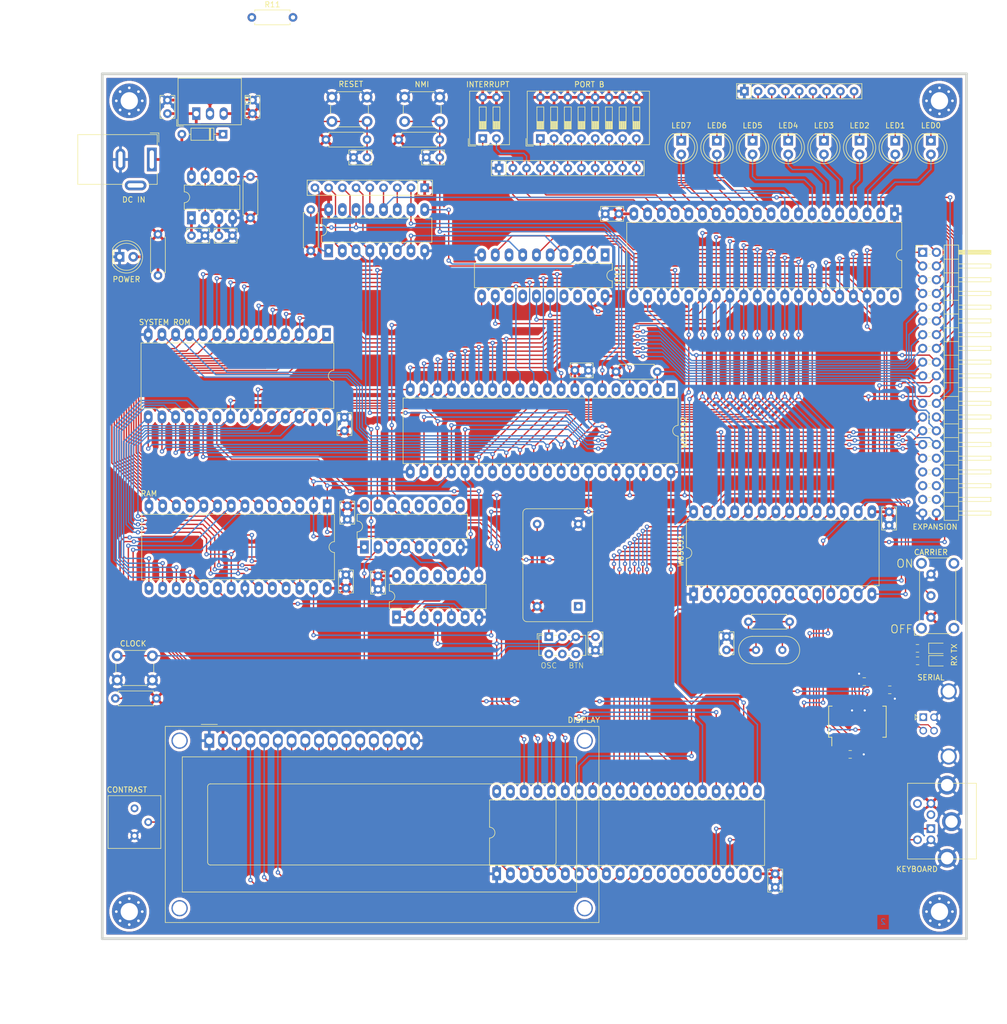
<source format=kicad_pcb>
(kicad_pcb (version 20171130) (host pcbnew "(5.1.4)-1")
  (title_block (title Baseboard) (date 2019-10-08) (rev 1.1) (company https://www.kampis-elektroecke.de) (comment 1 "Author: Daniel Kampert"))
  (layers (0 F.Cu signal) (31 B.Cu signal) (34 B.Paste user) (35 F.Paste user) (36 B.SilkS user) (37 F.SilkS user) (38 B.Mask user) (39 F.Mask user) (44 Edge.Cuts user))
  (net 0 "")
  (net 1 GND)
  (net 2 +5V)
  (net 3 +VDC)
  (net 4 "Net-(C8-Pad1)")
  (net 5 "Net-(C12-Pad1)")
  (net 6 "Net-(D1-Pad1)")
  (net 7 /IO/PA0)
  (net 8 /IO/PA1)
  (net 9 /IO/PA2)
  (net 10 /IO/PA3)
  (net 11 /IO/PA4)
  (net 12 /IO/PA5)
  (net 13 /IO/PA6)
  (net 14 /IO/PA7)
  (net 15 "Net-(D10-Pad2)")
  (net 16 "Net-(IC1-Pad3)")
  (net 17 /IO/CB1)
  (net 18 /IO/PB7)
  (net 19 /IO/PB6)
  (net 20 /IO/PB5)
  (net 21 /IO/PB4)
  (net 22 /IO/PB3)
  (net 23 /IO/PB2)
  (net 24 /IO/PB1)
  (net 25 /IO/PB0)
  (net 26 /Processor/~CS_VIA_1)
  (net 27 /USB/CTS)
  (net 28 /USB/RxD)
  (net 29 /Processor/CTS)
  (net 30 /Processor/RxD)
  (net 31 /Processor/~CS_ACIA)
  (net 32 /USB/D-)
  (net 33 /USB/D+)
  (net 34 "Net-(C11-Pad1)")
  (net 35 "Net-(C13-Pad1)")
  (net 36 "Net-(C14-Pad2)")
  (net 37 "Net-(D11-Pad1)")
  (net 38 "Net-(D12-Pad1)")
  (net 39 "Net-(IC1-Pad8)")
  (net 40 "Net-(IC1-Pad6)")
  (net 41 "Net-(IC7-Pad7)")
  (net 42 "Net-(D0-Pad1)")
  (net 43 "Net-(D2-Pad1)")
  (net 44 "Net-(D3-Pad1)")
  (net 45 "Net-(D4-Pad1)")
  (net 46 "Net-(D5-Pad1)")
  (net 47 "Net-(D6-Pad1)")
  (net 48 "Net-(D7-Pad1)")
  (net 49 "Net-(D13-Pad2)")
  (net 50 "Net-(IC9-Pad23)")
  (net 51 "Net-(IC9-Pad22)")
  (net 52 /Processor/~CS_VIA_2)
  (net 53 /IO/R~W)
  (net 54 /IO/D0)
  (net 55 /IO/A1)
  (net 56 /IO/D1)
  (net 57 /IO/A2)
  (net 58 /IO/D2)
  (net 59 /IO/A3)
  (net 60 /IO/D3)
  (net 61 /IO/A4)
  (net 62 /IO/D4)
  (net 63 /IO/A5)
  (net 64 /IO/D5)
  (net 65 /IO/A6)
  (net 66 /IO/D6)
  (net 67 /IO/A7)
  (net 68 /IO/D7)
  (net 69 /IO/A8)
  (net 70 /IO/A9)
  (net 71 /IO/A10)
  (net 72 /IO/A11)
  (net 73 /IO/A12)
  (net 74 /IO/A13)
  (net 75 /IO/A14)
  (net 76 /IO/A15)
  (net 77 /IO/A0)
  (net 78 /IO/~IRQ)
  (net 79 /IO/Clock)
  (net 80 /Processor/~ModemReady)
  (net 81 "/LCD / PS2/PS21")
  (net 82 "/LCD / PS2/PS20")
  (net 83 "/LCD / PS2/LCD2")
  (net 84 "/LCD / PS2/LCD1")
  (net 85 "/LCD / PS2/LCD0")
  (net 86 "/LCD / PS2/LCD10")
  (net 87 "/LCD / PS2/LCD9")
  (net 88 "/LCD / PS2/LCD8")
  (net 89 "/LCD / PS2/LCD7")
  (net 90 "/LCD / PS2/LCD6")
  (net 91 "/LCD / PS2/LCD5")
  (net 92 "/LCD / PS2/LCD4")
  (net 93 "/LCD / PS2/LCD3")
  (net 94 "Net-(DS1-Pad3)")
  (net 95 /IO/~TerminalReady)
  (net 96 /IO/~CarrierDetect)
  (net 97 /IO/~Reset)
  (net 98 /Processor/CLOCK_BTN)
  (net 99 /Processor/CLOCK_OSC)
  (net 100 "Net-(IC11-Pad7)")
  (net 101 "Net-(IC11-Pad6)")
  (net 102 "Net-(IC11-Pad2)")
  (net 103 "Net-(IC11-Pad9)")
  (net 104 "Net-(IC11-Pad1)")
  (net 105 /IRQ/~IRQ_CPU)
  (net 106 /IRQ/~IRQ_ACIA)
  (net 107 /IRQ/~IRQ_VIA_2)
  (net 108 /IRQ/~IRQ_VIA_1)
  (net 109 "Net-(IC11-Pad13)")
  (net 110 "Net-(IC11-Pad11)")
  (net 111 /IRQ/~NMI)
  (net 112 /IO/CB0)
  (net 113 /IO/RDY)
  (net 114 "Net-(IC12-Pad1)")
  (net 115 /IO/Sync)
  (module Package_DIP:DIP-20_W7.62mm_LongPads (layer F.Cu) (at 231.14 84.816 270)
    (fp_text reference IC12 (at 3.81 -2.33 90) (layer F.SilkS))
    (fp_text value 74HC273)
    (pad 20 thru_hole oval (at 7.62 0 270) (size 2.4 1.6) (drill 0.8) (layers *.Cu *.Mask) (net 2 +5V))
    (pad 10 thru_hole oval (at 0 22.86 270) (size 2.4 1.6) (drill 0.8) (layers *.Cu *.Mask) (net 1 GND))
    (pad 19 thru_hole oval (at 7.62 2.54 270) (size 2.4 1.6) (drill 0.8) (layers *.Cu *.Mask) (net 68 /IO/D7))
    (pad 9 thru_hole oval (at 0 20.32 270) (size 2.4 1.6) (drill 0.8) (layers *.Cu *.Mask) (net 60 /IO/D3))
    (pad 18 thru_hole oval (at 7.62 5.08 270) (size 2.4 1.6) (drill 0.8) (layers *.Cu *.Mask))
    (pad 8 thru_hole oval (at 0 17.78 270) (size 2.4 1.6) (drill 0.8) (layers *.Cu *.Mask))
    (pad 17 thru_hole oval (at 7.62 7.62 270) (size 2.4 1.6) (drill 0.8) (layers *.Cu *.Mask))
    (pad 7 thru_hole oval (at 0 15.24 270) (size 2.4 1.6) (drill 0.8) (layers *.Cu *.Mask) (net 101 "Net-(IC11-Pad6)"))
    (pad 16 thru_hole oval (at 7.62 10.16 270) (size 2.4 1.6) (drill 0.8) (layers *.Cu *.Mask) (net 66 /IO/D6))
    (pad 6 thru_hole oval (at 0 12.7 270) (size 2.4 1.6) (drill 0.8) (layers *.Cu *.Mask) (net 58 /IO/D2))
    (pad 15 thru_hole oval (at 7.62 12.7 270) (size 2.4 1.6) (drill 0.8) (layers *.Cu *.Mask) (net 64 /IO/D5))
    (pad 5 thru_hole oval (at 0 10.16 270) (size 2.4 1.6) (drill 0.8) (layers *.Cu *.Mask) (net 56 /IO/D1))
    (pad 14 thru_hole oval (at 7.62 15.24 270) (size 2.4 1.6) (drill 0.8) (layers *.Cu *.Mask))
    (pad 4 thru_hole oval (at 0 7.62 270) (size 2.4 1.6) (drill 0.8) (layers *.Cu *.Mask) (net 100 "Net-(IC11-Pad7)"))
    (pad 13 thru_hole oval (at 7.62 17.78 270) (size 2.4 1.6) (drill 0.8) (layers *.Cu *.Mask))
    (pad 3 thru_hole oval (at 0 5.08 270) (size 2.4 1.6) (drill 0.8) (layers *.Cu *.Mask) (net 103 "Net-(IC11-Pad9)"))
    (pad 12 thru_hole oval (at 7.62 20.32 270) (size 2.4 1.6) (drill 0.8) (layers *.Cu *.Mask) (net 62 /IO/D4))
    (pad 2 thru_hole oval (at 0 2.54 270) (size 2.4 1.6) (drill 0.8) (layers *.Cu *.Mask) (net 54 /IO/D0))
    (pad 11 thru_hole oval (at 7.62 22.86 270) (size 2.4 1.6) (drill 0.8) (layers *.Cu *.Mask) (net 79 /IO/Clock))
    (pad 1 thru_hole rect (at 0 0 270) (size 2.4 1.6) (drill 0.8) (layers *.Cu *.Mask) (net 114 "Net-(IC12-Pad1)"))
  )
  (module Package_DIP:DIP-16_W7.62mm_LongPads (layer F.Cu) (at 179.959 84.054 90)
    (fp_text reference IC11 hide)
    (fp_text value 74HC148 hide)
    (pad 16 thru_hole oval (at 7.62 0 90) (size 2.4 1.6) (drill 0.8) (layers *.Cu *.Mask) (net 2 +5V))
    (pad 8 thru_hole oval (at 0 17.78 90) (size 2.4 1.6) (drill 0.8) (layers *.Cu *.Mask) (net 1 GND))
    (pad 15 thru_hole oval (at 7.62 2.54 90) (size 2.4 1.6) (drill 0.8) (layers *.Cu *.Mask))
    (pad 7 thru_hole oval (at 0 15.24 90) (size 2.4 1.6) (drill 0.8) (layers *.Cu *.Mask) (net 100 "Net-(IC11-Pad7)"))
    (pad 14 thru_hole oval (at 7.62 5.08 90) (size 2.4 1.6) (drill 0.8) (layers *.Cu *.Mask) (net 105 /IRQ/~IRQ_CPU))
    (pad 6 thru_hole oval (at 0 12.7 90) (size 2.4 1.6) (drill 0.8) (layers *.Cu *.Mask) (net 101 "Net-(IC11-Pad6)"))
    (pad 13 thru_hole oval (at 7.62 7.62 90) (size 2.4 1.6) (drill 0.8) (layers *.Cu *.Mask) (net 109 "Net-(IC11-Pad13)"))
    (pad 5 thru_hole oval (at 0 10.16 90) (size 2.4 1.6) (drill 0.8) (layers *.Cu *.Mask) (net 1 GND))
    (pad 12 thru_hole oval (at 7.62 10.16 90) (size 2.4 1.6) (drill 0.8) (layers *.Cu *.Mask) (net 78 /IO/~IRQ))
    (pad 4 thru_hole oval (at 0 7.62 90) (size 2.4 1.6) (drill 0.8) (layers *.Cu *.Mask) (net 106 /IRQ/~IRQ_ACIA))
    (pad 11 thru_hole oval (at 7.62 12.7 90) (size 2.4 1.6) (drill 0.8) (layers *.Cu *.Mask) (net 110 "Net-(IC11-Pad11)"))
    (pad 3 thru_hole oval (at 0 5.08 90) (size 2.4 1.6) (drill 0.8) (layers *.Cu *.Mask) (net 107 /IRQ/~IRQ_VIA_2))
    (pad 10 thru_hole oval (at 7.62 15.24 90) (size 2.4 1.6) (drill 0.8) (layers *.Cu *.Mask) (net 108 /IRQ/~IRQ_VIA_1))
    (pad 2 thru_hole oval (at 0 2.54 90) (size 2.4 1.6) (drill 0.8) (layers *.Cu *.Mask) (net 102 "Net-(IC11-Pad2)"))
    (pad 9 thru_hole oval (at 7.62 17.78 90) (size 2.4 1.6) (drill 0.8) (layers *.Cu *.Mask) (net 103 "Net-(IC11-Pad9)"))
    (pad 1 thru_hole rect (at 0 0 90) (size 2.4 1.6) (drill 0.8) (layers *.Cu *.Mask) (net 104 "Net-(IC11-Pad1)"))
  )
  (module Package_DIP:DIP-40_W15.24mm_LongPads (layer F.Cu) (at 243.332 109.728 270)
    (fp_text reference IC2 hide)
    (fp_text value W65C02 (at 7.9375 -2.419 90) (layer F.SilkS))
    (pad 40 thru_hole oval (at 15.24 0 270) (size 2.4 1.6) (drill 0.8) (layers *.Cu *.Mask) (net 97 /IO/~Reset))
    (pad 20 thru_hole oval (at 0 48.26 270) (size 2.4 1.6) (drill 0.8) (layers *.Cu *.Mask) (net 72 /IO/A11))
    (pad 39 thru_hole oval (at 15.24 2.54 270) (size 2.4 1.6) (drill 0.8) (layers *.Cu *.Mask))
    (pad 19 thru_hole oval (at 0 45.72 270) (size 2.4 1.6) (drill 0.8) (layers *.Cu *.Mask) (net 71 /IO/A10))
    (pad 38 thru_hole oval (at 15.24 5.08 270) (size 2.4 1.6) (drill 0.8) (layers *.Cu *.Mask) (net 2 +5V))
    (pad 18 thru_hole oval (at 0 43.18 270) (size 2.4 1.6) (drill 0.8) (layers *.Cu *.Mask) (net 70 /IO/A9))
    (pad 37 thru_hole oval (at 15.24 7.62 270) (size 2.4 1.6) (drill 0.8) (layers *.Cu *.Mask) (net 79 /IO/Clock))
    (pad 17 thru_hole oval (at 0 40.64 270) (size 2.4 1.6) (drill 0.8) (layers *.Cu *.Mask) (net 69 /IO/A8))
    (pad 36 thru_hole oval (at 15.24 10.16 270) (size 2.4 1.6) (drill 0.8) (layers *.Cu *.Mask) (net 2 +5V))
    (pad 16 thru_hole oval (at 0 38.1 270) (size 2.4 1.6) (drill 0.8) (layers *.Cu *.Mask) (net 67 /IO/A7))
    (pad 35 thru_hole oval (at 15.24 12.7 270) (size 2.4 1.6) (drill 0.8) (layers *.Cu *.Mask))
    (pad 15 thru_hole oval (at 0 35.56 270) (size 2.4 1.6) (drill 0.8) (layers *.Cu *.Mask) (net 65 /IO/A6))
    (pad 34 thru_hole oval (at 15.24 15.24 270) (size 2.4 1.6) (drill 0.8) (layers *.Cu *.Mask) (net 53 /IO/R~W))
    (pad 14 thru_hole oval (at 0 33.02 270) (size 2.4 1.6) (drill 0.8) (layers *.Cu *.Mask) (net 63 /IO/A5))
    (pad 33 thru_hole oval (at 15.24 17.78 270) (size 2.4 1.6) (drill 0.8) (layers *.Cu *.Mask) (net 54 /IO/D0))
    (pad 13 thru_hole oval (at 0 30.48 270) (size 2.4 1.6) (drill 0.8) (layers *.Cu *.Mask) (net 61 /IO/A4))
    (pad 32 thru_hole oval (at 15.24 20.32 270) (size 2.4 1.6) (drill 0.8) (layers *.Cu *.Mask) (net 56 /IO/D1))
    (pad 12 thru_hole oval (at 0 27.94 270) (size 2.4 1.6) (drill 0.8) (layers *.Cu *.Mask) (net 59 /IO/A3))
    (pad 31 thru_hole oval (at 15.24 22.86 270) (size 2.4 1.6) (drill 0.8) (layers *.Cu *.Mask) (net 58 /IO/D2))
    (pad 11 thru_hole oval (at 0 25.4 270) (size 2.4 1.6) (drill 0.8) (layers *.Cu *.Mask) (net 57 /IO/A2))
    (pad 30 thru_hole oval (at 15.24 25.4 270) (size 2.4 1.6) (drill 0.8) (layers *.Cu *.Mask) (net 60 /IO/D3))
    (pad 10 thru_hole oval (at 0 22.86 270) (size 2.4 1.6) (drill 0.8) (layers *.Cu *.Mask) (net 55 /IO/A1))
    (pad 29 thru_hole oval (at 15.24 27.94 270) (size 2.4 1.6) (drill 0.8) (layers *.Cu *.Mask) (net 62 /IO/D4))
    (pad 9 thru_hole oval (at 0 20.32 270) (size 2.4 1.6) (drill 0.8) (layers *.Cu *.Mask) (net 77 /IO/A0))
    (pad 28 thru_hole oval (at 15.24 30.48 270) (size 2.4 1.6) (drill 0.8) (layers *.Cu *.Mask) (net 64 /IO/D5))
    (pad 8 thru_hole oval (at 0 17.78 270) (size 2.4 1.6) (drill 0.8) (layers *.Cu *.Mask) (net 2 +5V))
    (pad 27 thru_hole oval (at 15.24 33.02 270) (size 2.4 1.6) (drill 0.8) (layers *.Cu *.Mask) (net 66 /IO/D6))
    (pad 7 thru_hole oval (at 0 15.24 270) (size 2.4 1.6) (drill 0.8) (layers *.Cu *.Mask) (net 115 /IO/Sync))
    (pad 26 thru_hole oval (at 15.24 35.56 270) (size 2.4 1.6) (drill 0.8) (layers *.Cu *.Mask) (net 68 /IO/D7))
    (pad 6 thru_hole oval (at 0 12.7 270) (size 2.4 1.6) (drill 0.8) (layers *.Cu *.Mask) (net 111 /IRQ/~NMI))
    (pad 25 thru_hole oval (at 15.24 38.1 270) (size 2.4 1.6) (drill 0.8) (layers *.Cu *.Mask) (net 76 /IO/A15))
    (pad 5 thru_hole oval (at 0 10.16 270) (size 2.4 1.6) (drill 0.8) (layers *.Cu *.Mask))
    (pad 24 thru_hole oval (at 15.24 40.64 270) (size 2.4 1.6) (drill 0.8) (layers *.Cu *.Mask) (net 75 /IO/A14))
    (pad 4 thru_hole oval (at 0 7.62 270) (size 2.4 1.6) (drill 0.8) (layers *.Cu *.Mask) (net 105 /IRQ/~IRQ_CPU))
    (pad 23 thru_hole oval (at 15.24 43.18 270) (size 2.4 1.6) (drill 0.8) (layers *.Cu *.Mask) (net 74 /IO/A13))
    (pad 3 thru_hole oval (at 0 5.08 270) (size 2.4 1.6) (drill 0.8) (layers *.Cu *.Mask))
    (pad 22 thru_hole oval (at 15.24 45.72 270) (size 2.4 1.6) (drill 0.8) (layers *.Cu *.Mask) (net 73 /IO/A12))
    (pad 2 thru_hole oval (at 0 2.54 270) (size 2.4 1.6) (drill 0.8) (layers *.Cu *.Mask) (net 113 /IO/RDY))
    (pad 21 thru_hole oval (at 15.24 48.26 270) (size 2.4 1.6) (drill 0.8) (layers *.Cu *.Mask) (net 1 GND))
    (pad 1 thru_hole rect (at 0 0 270) (size 2.4 1.6) (drill 0.8) (layers *.Cu *.Mask))
  )
  (module Resistor_THT:R_Axial_DIN0207_L6.3mm_D2.5mm_P7.62mm_Horizontal (layer F.Cu) (at 176.657 84.054 90)
    (fp_text reference R1 hide)
    (fp_text value 10k hide)
    (pad 2 thru_hole oval (at 7.62 0 90) (size 1.6 1.6) (drill 0.8) (layers *.Cu *.Mask) (net 105 /IRQ/~IRQ_CPU))
    (pad 1 thru_hole circle (at 0 0 90) (size 1.6 1.6) (drill 0.8) (layers *.Cu *.Mask) (net 2 +5V))
  )
  (module Button_Switch_THT:SW_PUSH_6mm_H4.3mm (layer F.Cu) (at 194.033 55.626)
    (fp_text reference SW4 hide)
    (fp_text value NMI (at 3.198 -2.358) (layer F.SilkS))
    (pad 1 thru_hole circle (at 6.5 0 90) (size 2 2) (drill 1.1) (layers *.Cu *.Mask) (net 1 GND))
    (pad 2 thru_hole circle (at 6.5 4.5 90) (size 2 2) (drill 1.1) (layers *.Cu *.Mask) (net 111 /IRQ/~NMI))
    (pad 1 thru_hole circle (at 0 0 90) (size 2 2) (drill 1.1) (layers *.Cu *.Mask) (net 1 GND))
    (pad 2 thru_hole circle (at 0 4.5 90) (size 2 2) (drill 1.1) (layers *.Cu *.Mask) (net 111 /IRQ/~NMI))
  )
  (module Resistor_THT:R_Axial_DIN0207_L6.3mm_D2.5mm_P7.62mm_Horizontal (layer F.Cu) (at 192.913 63.48)
    (fp_text reference R9 hide)
    (fp_text value 10k hide)
    (pad 2 thru_hole oval (at 7.62 0) (size 1.6 1.6) (drill 0.8) (layers *.Cu *.Mask) (net 111 /IRQ/~NMI))
    (pad 1 thru_hole circle (at 0 0) (size 1.6 1.6) (drill 0.8) (layers *.Cu *.Mask) (net 2 +5V))
  )
  (module Capacitor_THT:C_Rect_L4.0mm_W2.5mm_P2.50mm (layer F.Cu) (at 200.533 66.782 180)
    (fp_text reference C17 hide)
    (fp_text value 100nF hide)
    (pad 2 thru_hole circle (at 2.5 0 180) (size 1.6 1.6) (drill 0.8) (layers *.Cu *.Mask) (net 1 GND))
    (pad 1 thru_hole circle (at 0 0 180) (size 1.6 1.6) (drill 0.8) (layers *.Cu *.Mask) (net 111 /IRQ/~NMI))
  )
  (module Capacitor_THT:C_Rect_L4.0mm_W2.5mm_P2.50mm (layer F.Cu) (at 154.559 81.26)
    (fp_text reference C13 hide)
    (fp_text value 100nF hide)
    (pad 2 thru_hole circle (at 2.5 0) (size 1.6 1.6) (drill 0.8) (layers *.Cu *.Mask) (net 1 GND))
    (pad 1 thru_hole circle (at 0 0) (size 1.6 1.6) (drill 0.8) (layers *.Cu *.Mask) (net 35 "Net-(C13-Pad1)"))
  )
  (module Package_DIP:DIP-8_W7.62mm_LongPads (layer F.Cu) (at 154.559 77.958 90)
    (fp_text reference IC8 hide)
    (fp_text value TL7702A hide)
    (pad 8 thru_hole oval (at 7.62 0 90) (size 2.4 1.6) (drill 0.8) (layers *.Cu *.Mask) (net 3 +VDC))
    (pad 4 thru_hole oval (at 0 7.62 90) (size 2.4 1.6) (drill 0.8) (layers *.Cu *.Mask) (net 1 GND))
    (pad 7 thru_hole oval (at 7.62 2.54 90) (size 2.4 1.6) (drill 0.8) (layers *.Cu *.Mask) (net 34 "Net-(C11-Pad1)"))
    (pad 3 thru_hole oval (at 0 5.08 90) (size 2.4 1.6) (drill 0.8) (layers *.Cu *.Mask) (net 5 "Net-(C12-Pad1)"))
    (pad 6 thru_hole oval (at 7.62 5.08 90) (size 2.4 1.6) (drill 0.8) (layers *.Cu *.Mask))
    (pad 2 thru_hole oval (at 0 2.54 90) (size 2.4 1.6) (drill 0.8) (layers *.Cu *.Mask) (net 34 "Net-(C11-Pad1)"))
    (pad 5 thru_hole oval (at 7.62 7.62 90) (size 2.4 1.6) (drill 0.8) (layers *.Cu *.Mask) (net 97 /IO/~Reset))
    (pad 1 thru_hole rect (at 0 0 90) (size 2.4 1.6) (drill 0.8) (layers *.Cu *.Mask) (net 35 "Net-(C13-Pad1)"))
  )
  (module Capacitor_THT:C_Rect_L4.0mm_W2.5mm_P2.50mm (layer F.Cu) (at 159.639 81.26)
    (fp_text reference C12 hide)
    (fp_text value 100nF hide)
    (pad 2 thru_hole circle (at 2.5 0) (size 1.6 1.6) (drill 0.8) (layers *.Cu *.Mask) (net 1 GND))
    (pad 1 thru_hole circle (at 0 0) (size 1.6 1.6) (drill 0.8) (layers *.Cu *.Mask) (net 5 "Net-(C12-Pad1)"))
  )
  (module Package_DIP:DIP-28_W15.24mm_LongPads (layer F.Cu) (at 179.705 131.242 270)
    (fp_text reference IC5 hide)
    (fp_text value RAM (at -2.286 33.02 180) (layer F.SilkS))
    (pad 28 thru_hole oval (at 15.24 0 270) (size 2.4 1.6) (drill 0.8) (layers *.Cu *.Mask) (net 2 +5V))
    (pad 14 thru_hole oval (at 0 33.02 270) (size 2.4 1.6) (drill 0.8) (layers *.Cu *.Mask) (net 1 GND))
    (pad 27 thru_hole oval (at 15.24 2.54 270) (size 2.4 1.6) (drill 0.8) (layers *.Cu *.Mask) (net 53 /IO/R~W))
    (pad 13 thru_hole oval (at 0 30.48 270) (size 2.4 1.6) (drill 0.8) (layers *.Cu *.Mask) (net 58 /IO/D2))
    (pad 26 thru_hole oval (at 15.24 5.08 270) (size 2.4 1.6) (drill 0.8) (layers *.Cu *.Mask) (net 74 /IO/A13))
    (pad 12 thru_hole oval (at 0 27.94 270) (size 2.4 1.6) (drill 0.8) (layers *.Cu *.Mask) (net 56 /IO/D1))
    (pad 25 thru_hole oval (at 15.24 7.62 270) (size 2.4 1.6) (drill 0.8) (layers *.Cu *.Mask) (net 69 /IO/A8))
    (pad 11 thru_hole oval (at 0 25.4 270) (size 2.4 1.6) (drill 0.8) (layers *.Cu *.Mask) (net 54 /IO/D0))
    (pad 24 thru_hole oval (at 15.24 10.16 270) (size 2.4 1.6) (drill 0.8) (layers *.Cu *.Mask) (net 70 /IO/A9))
    (pad 10 thru_hole oval (at 0 22.86 270) (size 2.4 1.6) (drill 0.8) (layers *.Cu *.Mask) (net 77 /IO/A0))
    (pad 23 thru_hole oval (at 15.24 12.7 270) (size 2.4 1.6) (drill 0.8) (layers *.Cu *.Mask) (net 72 /IO/A11))
    (pad 9 thru_hole oval (at 0 20.32 270) (size 2.4 1.6) (drill 0.8) (layers *.Cu *.Mask) (net 55 /IO/A1))
    (pad 22 thru_hole oval (at 15.24 15.24 270) (size 2.4 1.6) (drill 0.8) (layers *.Cu *.Mask) (net 1 GND))
    (pad 8 thru_hole oval (at 0 17.78 270) (size 2.4 1.6) (drill 0.8) (layers *.Cu *.Mask) (net 57 /IO/A2))
    (pad 21 thru_hole oval (at 15.24 17.78 270) (size 2.4 1.6) (drill 0.8) (layers *.Cu *.Mask) (net 71 /IO/A10))
    (pad 7 thru_hole oval (at 0 15.24 270) (size 2.4 1.6) (drill 0.8) (layers *.Cu *.Mask) (net 59 /IO/A3))
    (pad 20 thru_hole oval (at 15.24 20.32 270) (size 2.4 1.6) (drill 0.8) (layers *.Cu *.Mask) (net 40 "Net-(IC1-Pad6)"))
    (pad 6 thru_hole oval (at 0 12.7 270) (size 2.4 1.6) (drill 0.8) (layers *.Cu *.Mask) (net 61 /IO/A4))
    (pad 19 thru_hole oval (at 15.24 22.86 270) (size 2.4 1.6) (drill 0.8) (layers *.Cu *.Mask) (net 68 /IO/D7))
    (pad 5 thru_hole oval (at 0 10.16 270) (size 2.4 1.6) (drill 0.8) (layers *.Cu *.Mask) (net 63 /IO/A5))
    (pad 18 thru_hole oval (at 15.24 25.4 270) (size 2.4 1.6) (drill 0.8) (layers *.Cu *.Mask) (net 66 /IO/D6))
    (pad 4 thru_hole oval (at 0 7.62 270) (size 2.4 1.6) (drill 0.8) (layers *.Cu *.Mask) (net 65 /IO/A6))
    (pad 17 thru_hole oval (at 15.24 27.94 270) (size 2.4 1.6) (drill 0.8) (layers *.Cu *.Mask) (net 64 /IO/D5))
    (pad 3 thru_hole oval (at 0 5.08 270) (size 2.4 1.6) (drill 0.8) (layers *.Cu *.Mask) (net 67 /IO/A7))
    (pad 16 thru_hole oval (at 15.24 30.48 270) (size 2.4 1.6) (drill 0.8) (layers *.Cu *.Mask) (net 62 /IO/D4))
    (pad 2 thru_hole oval (at 0 2.54 270) (size 2.4 1.6) (drill 0.8) (layers *.Cu *.Mask) (net 73 /IO/A12))
    (pad 15 thru_hole oval (at 15.24 33.02 270) (size 2.4 1.6) (drill 0.8) (layers *.Cu *.Mask) (net 60 /IO/D3))
    (pad 1 thru_hole rect (at 0 0 270) (size 2.4 1.6) (drill 0.8) (layers *.Cu *.Mask) (net 75 /IO/A14))
  )
  (module Capacitor_THT:C_Rect_L4.0mm_W2.5mm_P2.50mm (layer F.Cu) (at 182.88 117.348 90)
    (fp_text reference C4 hide)
    (fp_text value 100nF hide)
    (pad 2 thru_hole circle (at 2.5 0 90) (size 1.6 1.6) (drill 0.8) (layers *.Cu *.Mask) (net 1 GND))
    (pad 1 thru_hole circle (at 0 0 90) (size 1.6 1.6) (drill 0.8) (layers *.Cu *.Mask) (net 2 +5V))
  )
  (module Package_DIP:DIP-28_W15.24mm_LongPads (layer F.Cu) (at 179.578 99.548 270)
    (fp_text reference IC4 hide)
    (fp_text value "SYSTEM ROM" (at -2.286 29.972 180) (layer F.SilkS))
    (pad 28 thru_hole oval (at 15.24 0 270) (size 2.4 1.6) (drill 0.8) (layers *.Cu *.Mask) (net 2 +5V))
    (pad 14 thru_hole oval (at 0 33.02 270) (size 2.4 1.6) (drill 0.8) (layers *.Cu *.Mask) (net 1 GND))
    (pad 27 thru_hole oval (at 15.24 2.54 270) (size 2.4 1.6) (drill 0.8) (layers *.Cu *.Mask) (net 2 +5V))
    (pad 13 thru_hole oval (at 0 30.48 270) (size 2.4 1.6) (drill 0.8) (layers *.Cu *.Mask) (net 58 /IO/D2))
    (pad 26 thru_hole oval (at 15.24 5.08 270) (size 2.4 1.6) (drill 0.8) (layers *.Cu *.Mask) (net 74 /IO/A13))
    (pad 12 thru_hole oval (at 0 27.94 270) (size 2.4 1.6) (drill 0.8) (layers *.Cu *.Mask) (net 56 /IO/D1))
    (pad 25 thru_hole oval (at 15.24 7.62 270) (size 2.4 1.6) (drill 0.8) (layers *.Cu *.Mask) (net 69 /IO/A8))
    (pad 11 thru_hole oval (at 0 25.4 270) (size 2.4 1.6) (drill 0.8) (layers *.Cu *.Mask) (net 54 /IO/D0))
    (pad 24 thru_hole oval (at 15.24 10.16 270) (size 2.4 1.6) (drill 0.8) (layers *.Cu *.Mask) (net 70 /IO/A9))
    (pad 10 thru_hole oval (at 0 22.86 270) (size 2.4 1.6) (drill 0.8) (layers *.Cu *.Mask) (net 77 /IO/A0))
    (pad 23 thru_hole oval (at 15.24 12.7 270) (size 2.4 1.6) (drill 0.8) (layers *.Cu *.Mask) (net 72 /IO/A11))
    (pad 9 thru_hole oval (at 0 20.32 270) (size 2.4 1.6) (drill 0.8) (layers *.Cu *.Mask) (net 55 /IO/A1))
    (pad 22 thru_hole oval (at 15.24 15.24 270) (size 2.4 1.6) (drill 0.8) (layers *.Cu *.Mask) (net 1 GND))
    (pad 8 thru_hole oval (at 0 17.78 270) (size 2.4 1.6) (drill 0.8) (layers *.Cu *.Mask) (net 57 /IO/A2))
    (pad 21 thru_hole oval (at 15.24 17.78 270) (size 2.4 1.6) (drill 0.8) (layers *.Cu *.Mask) (net 71 /IO/A10))
    (pad 7 thru_hole oval (at 0 15.24 270) (size 2.4 1.6) (drill 0.8) (layers *.Cu *.Mask) (net 59 /IO/A3))
    (pad 20 thru_hole oval (at 15.24 20.32 270) (size 2.4 1.6) (drill 0.8) (layers *.Cu *.Mask) (net 39 "Net-(IC1-Pad8)"))
    (pad 6 thru_hole oval (at 0 12.7 270) (size 2.4 1.6) (drill 0.8) (layers *.Cu *.Mask) (net 61 /IO/A4))
    (pad 19 thru_hole oval (at 15.24 22.86 270) (size 2.4 1.6) (drill 0.8) (layers *.Cu *.Mask) (net 68 /IO/D7))
    (pad 5 thru_hole oval (at 0 10.16 270) (size 2.4 1.6) (drill 0.8) (layers *.Cu *.Mask) (net 63 /IO/A5))
    (pad 18 thru_hole oval (at 15.24 25.4 270) (size 2.4 1.6) (drill 0.8) (layers *.Cu *.Mask) (net 66 /IO/D6))
    (pad 4 thru_hole oval (at 0 7.62 270) (size 2.4 1.6) (drill 0.8) (layers *.Cu *.Mask) (net 65 /IO/A6))
    (pad 17 thru_hole oval (at 15.24 27.94 270) (size 2.4 1.6) (drill 0.8) (layers *.Cu *.Mask) (net 64 /IO/D5))
    (pad 3 thru_hole oval (at 0 5.08 270) (size 2.4 1.6) (drill 0.8) (layers *.Cu *.Mask) (net 67 /IO/A7))
    (pad 16 thru_hole oval (at 15.24 30.48 270) (size 2.4 1.6) (drill 0.8) (layers *.Cu *.Mask) (net 62 /IO/D4))
    (pad 2 thru_hole oval (at 0 2.54 270) (size 2.4 1.6) (drill 0.8) (layers *.Cu *.Mask) (net 73 /IO/A12))
    (pad 15 thru_hole oval (at 15.24 33.02 270) (size 2.4 1.6) (drill 0.8) (layers *.Cu *.Mask) (net 60 /IO/D3))
    (pad 1 thru_hole rect (at 0 0 270) (size 2.4 1.6) (drill 0.8) (layers *.Cu *.Mask) (net 75 /IO/A14))
  )
  (module Package_DIP:DIP-40_W15.24mm_LongPads (layer F.Cu) (at 284.734 77.216 270)
    (fp_text reference IC6 hide)
    (fp_text value W65C22 hide)
    (pad 40 thru_hole oval (at 15.24 0 270) (size 2.4 1.6) (drill 0.8) (layers *.Cu *.Mask))
    (pad 20 thru_hole oval (at 0 48.26 270) (size 2.4 1.6) (drill 0.8) (layers *.Cu *.Mask) (net 2 +5V))
    (pad 39 thru_hole oval (at 15.24 2.54 270) (size 2.4 1.6) (drill 0.8) (layers *.Cu *.Mask))
    (pad 19 thru_hole oval (at 0 45.72 270) (size 2.4 1.6) (drill 0.8) (layers *.Cu *.Mask) (net 17 /IO/CB1))
    (pad 38 thru_hole oval (at 15.24 5.08 270) (size 2.4 1.6) (drill 0.8) (layers *.Cu *.Mask) (net 77 /IO/A0))
    (pad 18 thru_hole oval (at 0 43.18 270) (size 2.4 1.6) (drill 0.8) (layers *.Cu *.Mask) (net 112 /IO/CB0))
    (pad 37 thru_hole oval (at 15.24 7.62 270) (size 2.4 1.6) (drill 0.8) (layers *.Cu *.Mask) (net 55 /IO/A1))
    (pad 17 thru_hole oval (at 0 40.64 270) (size 2.4 1.6) (drill 0.8) (layers *.Cu *.Mask) (net 18 /IO/PB7))
    (pad 36 thru_hole oval (at 15.24 10.16 270) (size 2.4 1.6) (drill 0.8) (layers *.Cu *.Mask) (net 57 /IO/A2))
    (pad 16 thru_hole oval (at 0 38.1 270) (size 2.4 1.6) (drill 0.8) (layers *.Cu *.Mask) (net 19 /IO/PB6))
    (pad 35 thru_hole oval (at 15.24 12.7 270) (size 2.4 1.6) (drill 0.8) (layers *.Cu *.Mask) (net 59 /IO/A3))
    (pad 15 thru_hole oval (at 0 35.56 270) (size 2.4 1.6) (drill 0.8) (layers *.Cu *.Mask) (net 20 /IO/PB5))
    (pad 34 thru_hole oval (at 15.24 15.24 270) (size 2.4 1.6) (drill 0.8) (layers *.Cu *.Mask) (net 97 /IO/~Reset))
    (pad 14 thru_hole oval (at 0 33.02 270) (size 2.4 1.6) (drill 0.8) (layers *.Cu *.Mask) (net 21 /IO/PB4))
    (pad 33 thru_hole oval (at 15.24 17.78 270) (size 2.4 1.6) (drill 0.8) (layers *.Cu *.Mask) (net 54 /IO/D0))
    (pad 13 thru_hole oval (at 0 30.48 270) (size 2.4 1.6) (drill 0.8) (layers *.Cu *.Mask) (net 22 /IO/PB3))
    (pad 32 thru_hole oval (at 15.24 20.32 270) (size 2.4 1.6) (drill 0.8) (layers *.Cu *.Mask) (net 56 /IO/D1))
    (pad 12 thru_hole oval (at 0 27.94 270) (size 2.4 1.6) (drill 0.8) (layers *.Cu *.Mask) (net 23 /IO/PB2))
    (pad 31 thru_hole oval (at 15.24 22.86 270) (size 2.4 1.6) (drill 0.8) (layers *.Cu *.Mask) (net 58 /IO/D2))
    (pad 11 thru_hole oval (at 0 25.4 270) (size 2.4 1.6) (drill 0.8) (layers *.Cu *.Mask) (net 24 /IO/PB1))
    (pad 30 thru_hole oval (at 15.24 25.4 270) (size 2.4 1.6) (drill 0.8) (layers *.Cu *.Mask) (net 60 /IO/D3))
    (pad 10 thru_hole oval (at 0 22.86 270) (size 2.4 1.6) (drill 0.8) (layers *.Cu *.Mask) (net 25 /IO/PB0))
    (pad 29 thru_hole oval (at 15.24 27.94 270) (size 2.4 1.6) (drill 0.8) (layers *.Cu *.Mask) (net 62 /IO/D4))
    (pad 9 thru_hole oval (at 0 20.32 270) (size 2.4 1.6) (drill 0.8) (layers *.Cu *.Mask) (net 14 /IO/PA7))
    (pad 28 thru_hole oval (at 15.24 30.48 270) (size 2.4 1.6) (drill 0.8) (layers *.Cu *.Mask) (net 64 /IO/D5))
    (pad 8 thru_hole oval (at 0 17.78 270) (size 2.4 1.6) (drill 0.8) (layers *.Cu *.Mask) (net 13 /IO/PA6))
    (pad 27 thru_hole oval (at 15.24 33.02 270) (size 2.4 1.6) (drill 0.8) (layers *.Cu *.Mask) (net 66 /IO/D6))
    (pad 7 thru_hole oval (at 0 15.24 270) (size 2.4 1.6) (drill 0.8) (layers *.Cu *.Mask) (net 12 /IO/PA5))
    (pad 26 thru_hole oval (at 15.24 35.56 270) (size 2.4 1.6) (drill 0.8) (layers *.Cu *.Mask) (net 68 /IO/D7))
    (pad 6 thru_hole oval (at 0 12.7 270) (size 2.4 1.6) (drill 0.8) (layers *.Cu *.Mask) (net 11 /IO/PA4))
    (pad 25 thru_hole oval (at 15.24 38.1 270) (size 2.4 1.6) (drill 0.8) (layers *.Cu *.Mask) (net 79 /IO/Clock))
    (pad 5 thru_hole oval (at 0 10.16 270) (size 2.4 1.6) (drill 0.8) (layers *.Cu *.Mask) (net 10 /IO/PA3))
    (pad 24 thru_hole oval (at 15.24 40.64 270) (size 2.4 1.6) (drill 0.8) (layers *.Cu *.Mask) (net 26 /Processor/~CS_VIA_1))
    (pad 4 thru_hole oval (at 0 7.62 270) (size 2.4 1.6) (drill 0.8) (layers *.Cu *.Mask) (net 9 /IO/PA2))
    (pad 23 thru_hole oval (at 15.24 43.18 270) (size 2.4 1.6) (drill 0.8) (layers *.Cu *.Mask) (net 1 GND))
    (pad 3 thru_hole oval (at 0 5.08 270) (size 2.4 1.6) (drill 0.8) (layers *.Cu *.Mask) (net 8 /IO/PA1))
    (pad 22 thru_hole oval (at 15.24 45.72 270) (size 2.4 1.6) (drill 0.8) (layers *.Cu *.Mask) (net 53 /IO/R~W))
    (pad 2 thru_hole oval (at 0 2.54 270) (size 2.4 1.6) (drill 0.8) (layers *.Cu *.Mask) (net 7 /IO/PA0))
    (pad 21 thru_hole oval (at 15.24 48.26 270) (size 2.4 1.6) (drill 0.8) (layers *.Cu *.Mask) (net 108 /IRQ/~IRQ_VIA_1))
    (pad 1 thru_hole rect (at 0 0 270) (size 2.4 1.6) (drill 0.8) (layers *.Cu *.Mask) (net 1 GND))
  )
  (module Package_DIP:DIP-40_W15.24mm_LongPads (layer F.Cu) (at 211.074 199.314 90)
    (fp_text reference IC10 hide)
    (fp_text value W65C22 hide)
    (pad 40 thru_hole oval (at 15.24 0 90) (size 2.4 1.6) (drill 0.8) (layers *.Cu *.Mask))
    (pad 20 thru_hole oval (at 0 48.26 90) (size 2.4 1.6) (drill 0.8) (layers *.Cu *.Mask) (net 2 +5V))
    (pad 39 thru_hole oval (at 15.24 2.54 90) (size 2.4 1.6) (drill 0.8) (layers *.Cu *.Mask))
    (pad 19 thru_hole oval (at 0 45.72 90) (size 2.4 1.6) (drill 0.8) (layers *.Cu *.Mask))
    (pad 38 thru_hole oval (at 15.24 5.08 90) (size 2.4 1.6) (drill 0.8) (layers *.Cu *.Mask) (net 77 /IO/A0))
    (pad 18 thru_hole oval (at 0 43.18 90) (size 2.4 1.6) (drill 0.8) (layers *.Cu *.Mask) (net 82 "/LCD / PS2/PS20"))
    (pad 37 thru_hole oval (at 15.24 7.62 90) (size 2.4 1.6) (drill 0.8) (layers *.Cu *.Mask) (net 55 /IO/A1))
    (pad 17 thru_hole oval (at 0 40.64 90) (size 2.4 1.6) (drill 0.8) (layers *.Cu *.Mask) (net 81 "/LCD / PS2/PS21"))
    (pad 36 thru_hole oval (at 15.24 10.16 90) (size 2.4 1.6) (drill 0.8) (layers *.Cu *.Mask) (net 57 /IO/A2))
    (pad 16 thru_hole oval (at 0 38.1 90) (size 2.4 1.6) (drill 0.8) (layers *.Cu *.Mask))
    (pad 35 thru_hole oval (at 15.24 12.7 90) (size 2.4 1.6) (drill 0.8) (layers *.Cu *.Mask) (net 59 /IO/A3))
    (pad 15 thru_hole oval (at 0 35.56 90) (size 2.4 1.6) (drill 0.8) (layers *.Cu *.Mask))
    (pad 34 thru_hole oval (at 15.24 15.24 90) (size 2.4 1.6) (drill 0.8) (layers *.Cu *.Mask) (net 97 /IO/~Reset))
    (pad 14 thru_hole oval (at 0 33.02 90) (size 2.4 1.6) (drill 0.8) (layers *.Cu *.Mask))
    (pad 33 thru_hole oval (at 15.24 17.78 90) (size 2.4 1.6) (drill 0.8) (layers *.Cu *.Mask) (net 54 /IO/D0))
    (pad 13 thru_hole oval (at 0 30.48 90) (size 2.4 1.6) (drill 0.8) (layers *.Cu *.Mask))
    (pad 32 thru_hole oval (at 15.24 20.32 90) (size 2.4 1.6) (drill 0.8) (layers *.Cu *.Mask) (net 56 /IO/D1))
    (pad 12 thru_hole oval (at 0 27.94 90) (size 2.4 1.6) (drill 0.8) (layers *.Cu *.Mask) (net 83 "/LCD / PS2/LCD2"))
    (pad 31 thru_hole oval (at 15.24 22.86 90) (size 2.4 1.6) (drill 0.8) (layers *.Cu *.Mask) (net 58 /IO/D2))
    (pad 11 thru_hole oval (at 0 25.4 90) (size 2.4 1.6) (drill 0.8) (layers *.Cu *.Mask) (net 84 "/LCD / PS2/LCD1"))
    (pad 30 thru_hole oval (at 15.24 25.4 90) (size 2.4 1.6) (drill 0.8) (layers *.Cu *.Mask) (net 60 /IO/D3))
    (pad 10 thru_hole oval (at 0 22.86 90) (size 2.4 1.6) (drill 0.8) (layers *.Cu *.Mask) (net 85 "/LCD / PS2/LCD0"))
    (pad 29 thru_hole oval (at 15.24 27.94 90) (size 2.4 1.6) (drill 0.8) (layers *.Cu *.Mask) (net 62 /IO/D4))
    (pad 9 thru_hole oval (at 0 20.32 90) (size 2.4 1.6) (drill 0.8) (layers *.Cu *.Mask) (net 86 "/LCD / PS2/LCD10"))
    (pad 28 thru_hole oval (at 15.24 30.48 90) (size 2.4 1.6) (drill 0.8) (layers *.Cu *.Mask) (net 64 /IO/D5))
    (pad 8 thru_hole oval (at 0 17.78 90) (size 2.4 1.6) (drill 0.8) (layers *.Cu *.Mask) (net 87 "/LCD / PS2/LCD9"))
    (pad 27 thru_hole oval (at 15.24 33.02 90) (size 2.4 1.6) (drill 0.8) (layers *.Cu *.Mask) (net 66 /IO/D6))
    (pad 7 thru_hole oval (at 0 15.24 90) (size 2.4 1.6) (drill 0.8) (layers *.Cu *.Mask) (net 88 "/LCD / PS2/LCD8"))
    (pad 26 thru_hole oval (at 15.24 35.56 90) (size 2.4 1.6) (drill 0.8) (layers *.Cu *.Mask) (net 68 /IO/D7))
    (pad 6 thru_hole oval (at 0 12.7 90) (size 2.4 1.6) (drill 0.8) (layers *.Cu *.Mask) (net 89 "/LCD / PS2/LCD7"))
    (pad 25 thru_hole oval (at 15.24 38.1 90) (size 2.4 1.6) (drill 0.8) (layers *.Cu *.Mask) (net 79 /IO/Clock))
    (pad 5 thru_hole oval (at 0 10.16 90) (size 2.4 1.6) (drill 0.8) (layers *.Cu *.Mask) (net 90 "/LCD / PS2/LCD6"))
    (pad 24 thru_hole oval (at 15.24 40.64 90) (size 2.4 1.6) (drill 0.8) (layers *.Cu *.Mask) (net 52 /Processor/~CS_VIA_2))
    (pad 4 thru_hole oval (at 0 7.62 90) (size 2.4 1.6) (drill 0.8) (layers *.Cu *.Mask) (net 91 "/LCD / PS2/LCD5"))
    (pad 23 thru_hole oval (at 15.24 43.18 90) (size 2.4 1.6) (drill 0.8) (layers *.Cu *.Mask) (net 1 GND))
    (pad 3 thru_hole oval (at 0 5.08 90) (size 2.4 1.6) (drill 0.8) (layers *.Cu *.Mask) (net 92 "/LCD / PS2/LCD4"))
    (pad 22 thru_hole oval (at 15.24 45.72 90) (size 2.4 1.6) (drill 0.8) (layers *.Cu *.Mask) (net 53 /IO/R~W))
    (pad 2 thru_hole oval (at 0 2.54 90) (size 2.4 1.6) (drill 0.8) (layers *.Cu *.Mask) (net 93 "/LCD / PS2/LCD3"))
    (pad 21 thru_hole oval (at 15.24 48.26 90) (size 2.4 1.6) (drill 0.8) (layers *.Cu *.Mask) (net 107 /IRQ/~IRQ_VIA_2))
    (pad 1 thru_hole rect (at 0 0 90) (size 2.4 1.6) (drill 0.8) (layers *.Cu *.Mask) (net 1 GND))
  )
  (module Resistor_THT:R_Axial_DIN0207_L6.3mm_D2.5mm_P7.62mm_Horizontal (layer F.Cu) (at 165.737 40.874)
    (fp_text reference R11 (at 3.81 -2.37) (layer F.SilkS))
    (fp_text value 10k)
    (pad 2 thru_hole oval (at 7.62 0) (size 1.6 1.6) (drill 0.8) (layers *.Cu *.Mask) (net 2 +5V))
    (pad 1 thru_hole circle (at 0 0) (size 1.6 1.6) (drill 0.8) (layers *.Cu *.Mask) (net 114 "Net-(IC12-Pad1)"))
  )
  (module Resistor_THT:R_Array_SIP9 (layer F.Cu) (at 197.739 72.39 180)
    (fp_text reference RN3 hide)
    (fp_text value 4k7 hide)
    (pad 9 thru_hole oval (at 20.32 0 180) (size 1.6 1.6) (drill 0.8) (layers *.Cu *.Mask) (net 104 "Net-(IC11-Pad1)"))
    (pad 8 thru_hole oval (at 17.78 0 180) (size 1.6 1.6) (drill 0.8) (layers *.Cu *.Mask) (net 102 "Net-(IC11-Pad2)"))
    (pad 7 thru_hole oval (at 15.24 0 180) (size 1.6 1.6) (drill 0.8) (layers *.Cu *.Mask) (net 107 /IRQ/~IRQ_VIA_2))
    (pad 6 thru_hole oval (at 12.7 0 180) (size 1.6 1.6) (drill 0.8) (layers *.Cu *.Mask) (net 106 /IRQ/~IRQ_ACIA))
    (pad 5 thru_hole oval (at 10.16 0 180) (size 1.6 1.6) (drill 0.8) (layers *.Cu *.Mask) (net 109 "Net-(IC11-Pad13)"))
    (pad 4 thru_hole oval (at 7.62 0 180) (size 1.6 1.6) (drill 0.8) (layers *.Cu *.Mask) (net 78 /IO/~IRQ))
    (pad 3 thru_hole oval (at 5.08 0 180) (size 1.6 1.6) (drill 0.8) (layers *.Cu *.Mask) (net 110 "Net-(IC11-Pad11)"))
    (pad 2 thru_hole oval (at 2.54 0 180) (size 1.6 1.6) (drill 0.8) (layers *.Cu *.Mask) (net 108 /IRQ/~IRQ_VIA_1))
    (pad 1 thru_hole rect (at 0 0 180) (size 1.6 1.6) (drill 0.8) (layers *.Cu *.Mask) (net 2 +5V))
  )
  (module Switches:SW_E-Switch_EG1271_DPDT (layer F.Cu) (at 220.726 155.448)
    (fp_text reference SW7 hide)
    (fp_text value "CLOCK INPUT" hide)
    (pad 6 thru_hole circle (at 5 3.2) (size 1.6 1.6) (drill 0.8) (layers *.Cu *.Mask))
    (pad 5 thru_hole circle (at 2.5 3.2) (size 1.6 1.6) (drill 0.8) (layers *.Cu *.Mask))
    (pad 4 thru_hole circle (at 0 3.2) (size 1.6 1.6) (drill 0.8) (layers *.Cu *.Mask))
    (pad 3 thru_hole circle (at 5 0) (size 1.6 1.6) (drill 0.8) (layers *.Cu *.Mask) (net 98 /Processor/CLOCK_BTN))
    (pad 2 thru_hole circle (at 2.5 0) (size 1.6 1.6) (drill 0.8) (layers *.Cu *.Mask) (net 79 /IO/Clock))
    (pad 1 thru_hole rect (at 0 0) (size 1.6 1.6) (drill 0.8) (layers *.Cu *.Mask) (net 99 /Processor/CLOCK_OSC))
  )
  (module Capacitor_THT:C_Rect_L4.0mm_W2.5mm_P2.50mm (layer F.Cu) (at 229.362 155.448 270)
    (fp_text reference C19 hide)
    (fp_text value 100nF hide)
    (pad 2 thru_hole circle (at 2.5 0 270) (size 1.6 1.6) (drill 0.8) (layers *.Cu *.Mask) (net 1 GND))
    (pad 1 thru_hole circle (at 0 0 270) (size 1.6 1.6) (drill 0.8) (layers *.Cu *.Mask) (net 98 /Processor/CLOCK_BTN))
  )
  (module Button_Switch_THT:SW_PUSH_6mm_H4.3mm (layer F.Cu) (at 147.32 163.484 180)
    (fp_text reference SW6 hide)
    (fp_text value CLOCK (at 3.556 6.766) (layer F.SilkS))
    (pad 1 thru_hole circle (at 6.5 0 270) (size 2 2) (drill 1.1) (layers *.Cu *.Mask) (net 1 GND))
    (pad 2 thru_hole circle (at 6.5 4.5 270) (size 2 2) (drill 1.1) (layers *.Cu *.Mask) (net 98 /Processor/CLOCK_BTN))
    (pad 1 thru_hole circle (at 0 0 270) (size 2 2) (drill 1.1) (layers *.Cu *.Mask) (net 1 GND))
    (pad 2 thru_hole circle (at 0 4.5 270) (size 2 2) (drill 1.1) (layers *.Cu *.Mask) (net 98 /Processor/CLOCK_BTN))
  )
  (module Resistor_THT:R_Axial_DIN0207_L6.3mm_D2.5mm_P7.62mm_Horizontal (layer F.Cu) (at 148.082 166.858 180)
    (fp_text reference R10 hide)
    (fp_text value 10k hide)
    (pad 2 thru_hole oval (at 7.62 0 180) (size 1.6 1.6) (drill 0.8) (layers *.Cu *.Mask) (net 98 /Processor/CLOCK_BTN))
    (pad 1 thru_hole circle (at 0 0 180) (size 1.6 1.6) (drill 0.8) (layers *.Cu *.Mask) (net 2 +5V))
  )
  (module Resistor_THT:R_Axial_DIN0207_L6.3mm_D2.5mm_P7.62mm_Horizontal (layer F.Cu) (at 165.481 77.958 90)
    (fp_text reference R2 hide)
    (fp_text value 10k hide)
    (pad 2 thru_hole oval (at 7.62 0 90) (size 1.6 1.6) (drill 0.8) (layers *.Cu *.Mask) (net 97 /IO/~Reset))
    (pad 1 thru_hole circle (at 0 0 90) (size 1.6 1.6) (drill 0.8) (layers *.Cu *.Mask) (net 2 +5V))
  )
  (module Potentiometer:Bourns_3386T_Vertical (layer F.Cu) (at 144.018 192.278)
    (fp_text reference RV1)
    (fp_text value 10k hide)
    (fp_text user CONTRAST (at -1.397 -8.509 180) (layer F.SilkS))
    (pad 3 thru_hole circle (at 0 -5.08) (size 1.44 1.44) (drill 0.8) (layers *.Cu *.Mask))
    (pad 2 thru_hole circle (at 2.54 -2.54) (size 1.44 1.44) (drill 0.8) (layers *.Cu *.Mask) (net 94 "Net-(DS1-Pad3)"))
    (pad 1 thru_hole circle (at 0 0) (size 1.44 1.44) (drill 0.8) (layers *.Cu *.Mask) (net 1 GND))
  )
  (module Button_Switch_THT:SW_E-Switch_EG1224_SPDT_Angled (layer F.Cu) (at 291.465 151.872 90)
    (fp_text reference SW5)
    (fp_text value CARRIER (at 12.045 0 180) (layer F.SilkS))
    (pad "" thru_hole circle (at -2 -1.75 90) (size 2 2) (drill 1.2) (layers *.Cu *.Mask))
    (pad "" thru_hole circle (at 10 -1.75 90) (size 2 2) (drill 1.2) (layers *.Cu *.Mask))
    (pad "" thru_hole circle (at 10 4.25 90) (size 2 2) (drill 1.2) (layers *.Cu *.Mask))
    (pad "" thru_hole circle (at -2 4.25 90) (size 2 2) (drill 1.2) (layers *.Cu *.Mask))
    (pad 1 thru_hole circle (at 0 0 90) (size 1.7 1.7) (drill 0.9) (layers *.Cu *.Mask) (net 2 +5V))
    (pad 2 thru_hole circle (at 4 0 90) (size 1.7 1.7) (drill 0.9) (layers *.Cu *.Mask) (net 96 /IO/~CarrierDetect))
    (pad 3 thru_hole circle (at 8 0 90) (size 1.7 1.7) (drill 0.9) (layers *.Cu *.Mask) (net 1 GND))
  )
  (module Display:WC1602A (layer F.Cu) (at 157.861 174.676)
    (fp_text reference DS1)
    (fp_text value DISPLAY (at 69.342 -3.81) (layer F.SilkS))
    (pad "" thru_hole circle (at 69.5 0) (size 3 3) (drill 2.5) (layers *.Cu *.Mask))
    (pad "" thru_hole circle (at 69.49948 31.0007) (size 3 3) (drill 2.5) (layers *.Cu *.Mask))
    (pad "" thru_hole circle (at -5.4991 31.0007) (size 3 3) (drill 2.5) (layers *.Cu *.Mask))
    (pad "" thru_hole circle (at -5.4991 0) (size 3 3) (drill 2.5) (layers *.Cu *.Mask))
    (pad 16 thru_hole oval (at 38.1 0) (size 1.8 2.6) (drill 1.2) (layers *.Cu *.Mask) (net 1 GND))
    (pad 15 thru_hole oval (at 35.56 0) (size 1.8 2.6) (drill 1.2) (layers *.Cu *.Mask) (net 2 +5V))
    (pad 14 thru_hole oval (at 33.02 0) (size 1.8 2.6) (drill 1.2) (layers *.Cu *.Mask) (net 86 "/LCD / PS2/LCD10"))
    (pad 13 thru_hole oval (at 30.48 0) (size 1.8 2.6) (drill 1.2) (layers *.Cu *.Mask) (net 87 "/LCD / PS2/LCD9"))
    (pad 12 thru_hole oval (at 27.94 0) (size 1.8 2.6) (drill 1.2) (layers *.Cu *.Mask) (net 88 "/LCD / PS2/LCD8"))
    (pad 11 thru_hole oval (at 25.4 0) (size 1.8 2.6) (drill 1.2) (layers *.Cu *.Mask) (net 89 "/LCD / PS2/LCD7"))
    (pad 10 thru_hole oval (at 22.86 0) (size 1.8 2.6) (drill 1.2) (layers *.Cu *.Mask) (net 90 "/LCD / PS2/LCD6"))
    (pad 9 thru_hole oval (at 20.32 0) (size 1.8 2.6) (drill 1.2) (layers *.Cu *.Mask) (net 91 "/LCD / PS2/LCD5"))
    (pad 8 thru_hole oval (at 17.78 0) (size 1.8 2.6) (drill 1.2) (layers *.Cu *.Mask) (net 92 "/LCD / PS2/LCD4"))
    (pad 7 thru_hole oval (at 15.24 0) (size 1.8 2.6) (drill 1.2) (layers *.Cu *.Mask) (net 93 "/LCD / PS2/LCD3"))
    (pad 6 thru_hole oval (at 12.7 0) (size 1.8 2.6) (drill 1.2) (layers *.Cu *.Mask) (net 85 "/LCD / PS2/LCD0"))
    (pad 5 thru_hole oval (at 10.16 0) (size 1.8 2.6) (drill 1.2) (layers *.Cu *.Mask) (net 84 "/LCD / PS2/LCD1"))
    (pad 4 thru_hole oval (at 7.62 0) (size 1.8 2.6) (drill 1.2) (layers *.Cu *.Mask) (net 83 "/LCD / PS2/LCD2"))
    (pad 3 thru_hole oval (at 5.08 0) (size 1.8 2.6) (drill 1.2) (layers *.Cu *.Mask) (net 94 "Net-(DS1-Pad3)"))
    (pad 2 thru_hole oval (at 2.54 0) (size 1.8 2.6) (drill 1.2) (layers *.Cu *.Mask) (net 2 +5V))
    (pad 1 thru_hole rect (at 0 0) (size 1.8 2.6) (drill 1.2) (layers *.Cu *.Mask) (net 1 GND))
  )
  (module Connector_Custom:Mini-DIN_TE_Female_6Pin_2rows (layer F.Cu) (at 299.975 189.662 270)
    (fp_text reference X4 hide)
    (fp_text value KEYBOARD (at 8.792 11.098 180) (layer F.SilkS))
    (pad 7 thru_hole circle (at 0 4.7 270) (size 3.5 3.5) (drill 2.29) (layers *.Cu *.Mask) (net 1 GND))
    (pad 6 thru_hole circle (at -3.35 11 270) (size 1.6 1.6) (drill 1) (layers *.Cu *.Mask))
    (pad 5 thru_hole circle (at 3.35 11 270) (size 1.6 1.6) (drill 1) (layers *.Cu *.Mask) (net 82 "/LCD / PS2/PS20"))
    (pad 4 thru_hole circle (at -3.35 8.51 270) (size 1.6 1.6) (drill 1) (layers *.Cu *.Mask) (net 2 +5V))
    (pad 3 thru_hole circle (at 3.35 8.51 270) (size 1.6 1.6) (drill 1) (layers *.Cu *.Mask) (net 1 GND))
    (pad 2 thru_hole circle (at -1.3 8.51 270) (size 1.6 1.6) (drill 1) (layers *.Cu *.Mask))
    (pad 1 thru_hole rect (at 1.3 8.51 270) (size 1.6 1.6) (drill 1) (layers *.Cu *.Mask) (net 81 "/LCD / PS2/PS21"))
    (pad 7 thru_hole circle (at -6.76 5.51 270) (size 3.5 3.5) (drill 2.29) (layers *.Cu *.Mask) (net 1 GND))
    (pad 7 thru_hole circle (at 6.76 5.51 270) (size 3.5 3.5) (drill 2.29) (layers *.Cu *.Mask) (net 1 GND))
  )
  (module Connector_Custom:USB-B_TE_2923042_Horizontal (layer F.Cu) (at 290.0426 170.3326 90)
    (fp_text reference X2 hide)
    (fp_text value SERIAL (at 7.3406 1.4224 180) (layer F.SilkS))
    (pad 2 thru_hole circle (at -2.5 0 90) (size 1.4 1.4) (drill 0.92) (layers *.Cu *.Mask) (net 32 /USB/D-))
    (pad 5 thru_hole circle (at -7.27 4.71 90) (size 3 3) (drill 2.3) (layers *.Cu *.Mask) (net 1 GND))
    (pad 1 thru_hole rect (at 0 0 90) (size 1.4 1.4) (drill 0.92) (layers *.Cu *.Mask))
    (pad 3 thru_hole circle (at -2.5 2 90) (size 1.4 1.4) (drill 0.92) (layers *.Cu *.Mask) (net 33 /USB/D+))
    (pad 4 thru_hole circle (at 0 2 90) (size 1.4 1.4) (drill 0.92) (layers *.Cu *.Mask) (net 1 GND))
    (pad 5 thru_hole circle (at 4.77 4.71 90) (size 3 3) (drill 2.3) (layers *.Cu *.Mask) (net 1 GND))
  )
  (module Connector_Custom:BarrelJack_Wuerth_6941xx301002 (layer F.Cu) (at 147.2184 67.1578 270)
    (fp_text reference X1 hide)
    (fp_text value "DC IN" (at 7.4422 3.3274 180) (layer F.SilkS))
    (pad 1 thru_hole rect (at 0 0 270) (size 4.4 1.8) (drill oval 3.4 0.8) (layers *.Cu *.Mask) (net 15 "Net-(D10-Pad2)"))
    (pad 2 thru_hole oval (at 0 5.8 270) (size 4 1.8) (drill oval 3 0.8) (layers *.Cu *.Mask) (net 1 GND))
    (pad 3 thru_hole oval (at 4.8 3) (size 4 1.8) (drill oval 3 0.8) (layers *.Cu *.Mask))
  )
  (module Package_DIP:DIP-16_W7.62mm_LongPads (layer F.Cu) (at 186.563 138.862 90)
    (fp_text reference IC3 hide)
    (fp_text value 74HC138 hide)
    (pad 16 thru_hole oval (at 7.62 0 90) (size 2.4 1.6) (drill 0.8) (layers *.Cu *.Mask) (net 2 +5V))
    (pad 8 thru_hole oval (at 0 17.78 90) (size 2.4 1.6) (drill 0.8) (layers *.Cu *.Mask) (net 1 GND))
    (pad 15 thru_hole oval (at 7.62 2.54 90) (size 2.4 1.6) (drill 0.8) (layers *.Cu *.Mask) (net 26 /Processor/~CS_VIA_1))
    (pad 7 thru_hole oval (at 0 15.24 90) (size 2.4 1.6) (drill 0.8) (layers *.Cu *.Mask))
    (pad 14 thru_hole oval (at 7.62 5.08 90) (size 2.4 1.6) (drill 0.8) (layers *.Cu *.Mask) (net 52 /Processor/~CS_VIA_2))
    (pad 6 thru_hole oval (at 0 12.7 90) (size 2.4 1.6) (drill 0.8) (layers *.Cu *.Mask) (net 76 /IO/A15))
    (pad 13 thru_hole oval (at 7.62 7.62 90) (size 2.4 1.6) (drill 0.8) (layers *.Cu *.Mask) (net 31 /Processor/~CS_ACIA))
    (pad 5 thru_hole oval (at 0 10.16 90) (size 2.4 1.6) (drill 0.8) (layers *.Cu *.Mask) (net 75 /IO/A14))
    (pad 12 thru_hole oval (at 7.62 10.16 90) (size 2.4 1.6) (drill 0.8) (layers *.Cu *.Mask))
    (pad 4 thru_hole oval (at 0 7.62 90) (size 2.4 1.6) (drill 0.8) (layers *.Cu *.Mask) (net 74 /IO/A13))
    (pad 11 thru_hole oval (at 7.62 12.7 90) (size 2.4 1.6) (drill 0.8) (layers *.Cu *.Mask))
    (pad 3 thru_hole oval (at 0 5.08 90) (size 2.4 1.6) (drill 0.8) (layers *.Cu *.Mask) (net 73 /IO/A12))
    (pad 10 thru_hole oval (at 7.62 15.24 90) (size 2.4 1.6) (drill 0.8) (layers *.Cu *.Mask))
    (pad 2 thru_hole oval (at 0 2.54 90) (size 2.4 1.6) (drill 0.8) (layers *.Cu *.Mask) (net 72 /IO/A11))
    (pad 9 thru_hole oval (at 7.62 17.78 90) (size 2.4 1.6) (drill 0.8) (layers *.Cu *.Mask))
    (pad 1 thru_hole rect (at 0 0 90) (size 2.4 1.6) (drill 0.8) (layers *.Cu *.Mask) (net 71 /IO/A10))
  )
  (module MountingHole:MountingHole_3.2mm_M3_Pad_Via (layer F.Cu) (at 293.049 56.308)
    (fp_text reference REF** hide)
    (fp_text value MountingHole_3.2mm_M3_Pad_Via hide)
    (pad 1 thru_hole circle (at 1.697056 -1.697056) (size 0.8 0.8) (drill 0.5) (layers *.Cu *.Mask))
    (pad 1 thru_hole circle (at 0 -2.4) (size 0.8 0.8) (drill 0.5) (layers *.Cu *.Mask))
    (pad 1 thru_hole circle (at -1.697056 -1.697056) (size 0.8 0.8) (drill 0.5) (layers *.Cu *.Mask))
    (pad 1 thru_hole circle (at -2.4 0) (size 0.8 0.8) (drill 0.5) (layers *.Cu *.Mask))
    (pad 1 thru_hole circle (at -1.697056 1.697056) (size 0.8 0.8) (drill 0.5) (layers *.Cu *.Mask))
    (pad 1 thru_hole circle (at 0 2.4) (size 0.8 0.8) (drill 0.5) (layers *.Cu *.Mask))
    (pad 1 thru_hole circle (at 1.697056 1.697056) (size 0.8 0.8) (drill 0.5) (layers *.Cu *.Mask))
    (pad 1 thru_hole circle (at 2.4 0) (size 0.8 0.8) (drill 0.5) (layers *.Cu *.Mask))
    (pad 1 thru_hole circle (at 0 0) (size 6.4 6.4) (drill 3.2) (layers *.Cu *.Mask))
  )
  (module Connector_PinHeader_2.54mm:PinHeader_2x20_P2.54mm_Horizontal (layer F.Cu) (at 289.941 84.328)
    (fp_text reference X3 hide)
    (fp_text value EXPANSION (at 2.286 50.8) (layer F.SilkS))
    (pad 40 thru_hole oval (at 2.54 48.26) (size 1.7 1.7) (drill 1) (layers *.Cu *.Mask) (net 2 +5V))
    (pad 39 thru_hole oval (at 0 48.26) (size 1.7 1.7) (drill 1) (layers *.Cu *.Mask) (net 1 GND))
    (pad 38 thru_hole oval (at 2.54 45.72) (size 1.7 1.7) (drill 1) (layers *.Cu *.Mask))
    (pad 37 thru_hole oval (at 0 45.72) (size 1.7 1.7) (drill 1) (layers *.Cu *.Mask))
    (pad 36 thru_hole oval (at 2.54 43.18) (size 1.7 1.7) (drill 1) (layers *.Cu *.Mask))
    (pad 35 thru_hole oval (at 0 43.18) (size 1.7 1.7) (drill 1) (layers *.Cu *.Mask))
    (pad 34 thru_hole oval (at 2.54 40.64) (size 1.7 1.7) (drill 1) (layers *.Cu *.Mask))
    (pad 33 thru_hole oval (at 0 40.64) (size 1.7 1.7) (drill 1) (layers *.Cu *.Mask))
    (pad 32 thru_hole oval (at 2.54 38.1) (size 1.7 1.7) (drill 1) (layers *.Cu *.Mask))
    (pad 31 thru_hole oval (at 0 38.1) (size 1.7 1.7) (drill 1) (layers *.Cu *.Mask) (net 76 /IO/A15))
    (pad 30 thru_hole oval (at 2.54 35.56) (size 1.7 1.7) (drill 1) (layers *.Cu *.Mask) (net 115 /IO/Sync))
    (pad 29 thru_hole oval (at 0 35.56) (size 1.7 1.7) (drill 1) (layers *.Cu *.Mask) (net 75 /IO/A14))
    (pad 28 thru_hole oval (at 2.54 33.02) (size 1.7 1.7) (drill 1) (layers *.Cu *.Mask) (net 113 /IO/RDY))
    (pad 27 thru_hole oval (at 0 33.02) (size 1.7 1.7) (drill 1) (layers *.Cu *.Mask) (net 74 /IO/A13))
    (pad 26 thru_hole oval (at 2.54 30.48) (size 1.7 1.7) (drill 1) (layers *.Cu *.Mask) (net 95 /IO/~TerminalReady))
    (pad 25 thru_hole oval (at 0 30.48) (size 1.7 1.7) (drill 1) (layers *.Cu *.Mask) (net 73 /IO/A12))
    (pad 24 thru_hole oval (at 2.54 27.94) (size 1.7 1.7) (drill 1) (layers *.Cu *.Mask) (net 78 /IO/~IRQ))
    (pad 23 thru_hole oval (at 0 27.94) (size 1.7 1.7) (drill 1) (layers *.Cu *.Mask) (net 72 /IO/A11))
    (pad 22 thru_hole oval (at 2.54 25.4) (size 1.7 1.7) (drill 1) (layers *.Cu *.Mask) (net 97 /IO/~Reset))
    (pad 21 thru_hole oval (at 0 25.4) (size 1.7 1.7) (drill 1) (layers *.Cu *.Mask) (net 71 /IO/A10))
    (pad 20 thru_hole oval (at 2.54 22.86) (size 1.7 1.7) (drill 1) (layers *.Cu *.Mask) (net 79 /IO/Clock))
    (pad 19 thru_hole oval (at 0 22.86) (size 1.7 1.7) (drill 1) (layers *.Cu *.Mask) (net 70 /IO/A9))
    (pad 18 thru_hole oval (at 2.54 20.32) (size 1.7 1.7) (drill 1) (layers *.Cu *.Mask) (net 53 /IO/R~W))
    (pad 17 thru_hole oval (at 0 20.32) (size 1.7 1.7) (drill 1) (layers *.Cu *.Mask) (net 69 /IO/A8))
    (pad 16 thru_hole oval (at 2.54 17.78) (size 1.7 1.7) (drill 1) (layers *.Cu *.Mask) (net 68 /IO/D7))
    (pad 15 thru_hole oval (at 0 17.78) (size 1.7 1.7) (drill 1) (layers *.Cu *.Mask) (net 67 /IO/A7))
    (pad 14 thru_hole oval (at 2.54 15.24) (size 1.7 1.7) (drill 1) (layers *.Cu *.Mask) (net 66 /IO/D6))
    (pad 13 thru_hole oval (at 0 15.24) (size 1.7 1.7) (drill 1) (layers *.Cu *.Mask) (net 65 /IO/A6))
    (pad 12 thru_hole oval (at 2.54 12.7) (size 1.7 1.7) (drill 1) (layers *.Cu *.Mask) (net 64 /IO/D5))
    (pad 11 thru_hole oval (at 0 12.7) (size 1.7 1.7) (drill 1) (layers *.Cu *.Mask) (net 63 /IO/A5))
    (pad 10 thru_hole oval (at 2.54 10.16) (size 1.7 1.7) (drill 1) (layers *.Cu *.Mask) (net 62 /IO/D4))
    (pad 9 thru_hole oval (at 0 10.16) (size 1.7 1.7) (drill 1) (layers *.Cu *.Mask) (net 61 /IO/A4))
    (pad 8 thru_hole oval (at 2.54 7.62) (size 1.7 1.7) (drill 1) (layers *.Cu *.Mask) (net 60 /IO/D3))
    (pad 7 thru_hole oval (at 0 7.62) (size 1.7 1.7) (drill 1) (layers *.Cu *.Mask) (net 59 /IO/A3))
    (pad 6 thru_hole oval (at 2.54 5.08) (size 1.7 1.7) (drill 1) (layers *.Cu *.Mask) (net 58 /IO/D2))
    (pad 5 thru_hole oval (at 0 5.08) (size 1.7 1.7) (drill 1) (layers *.Cu *.Mask) (net 57 /IO/A2))
    (pad 4 thru_hole oval (at 2.54 2.54) (size 1.7 1.7) (drill 1) (layers *.Cu *.Mask) (net 56 /IO/D1))
    (pad 3 thru_hole oval (at 0 2.54) (size 1.7 1.7) (drill 1) (layers *.Cu *.Mask) (net 55 /IO/A1))
    (pad 2 thru_hole oval (at 2.54 0) (size 1.7 1.7) (drill 1) (layers *.Cu *.Mask) (net 54 /IO/D0))
    (pad 1 thru_hole rect (at 0 0) (size 1.7 1.7) (drill 1) (layers *.Cu *.Mask) (net 77 /IO/A0))
  )
  (module Package_SO:SSOP-28_5.3x10.2mm_P0.65mm (layer F.Cu) (at 277.8594 171.1718 90)
    (fp_text reference IC9 hide)
    (fp_text value FT232RL hide)
    (pad 28 smd rect (at 3.6 -4.225 90) (size 1.75 0.45) (layers F.Cu F.Paste F.Mask))
    (pad 27 smd rect (at 3.6 -3.575 90) (size 1.75 0.45) (layers F.Cu F.Paste F.Mask))
    (pad 26 smd rect (at 3.6 -2.925 90) (size 1.75 0.45) (layers F.Cu F.Paste F.Mask))
    (pad 25 smd rect (at 3.6 -2.275 90) (size 1.75 0.45) (layers F.Cu F.Paste F.Mask) (net 1 GND))
    (pad 24 smd rect (at 3.6 -1.625 90) (size 1.75 0.45) (layers F.Cu F.Paste F.Mask))
    (pad 23 smd rect (at 3.6 -0.975 90) (size 1.75 0.45) (layers F.Cu F.Paste F.Mask) (net 50 "Net-(IC9-Pad23)"))
    (pad 22 smd rect (at 3.6 -0.325 90) (size 1.75 0.45) (layers F.Cu F.Paste F.Mask) (net 51 "Net-(IC9-Pad22)"))
    (pad 21 smd rect (at 3.6 0.325 90) (size 1.75 0.45) (layers F.Cu F.Paste F.Mask) (net 1 GND))
    (pad 20 smd rect (at 3.6 0.975 90) (size 1.75 0.45) (layers F.Cu F.Paste F.Mask) (net 2 +5V))
    (pad 19 smd rect (at 3.6 1.625 90) (size 1.75 0.45) (layers F.Cu F.Paste F.Mask) (net 97 /IO/~Reset))
    (pad 18 smd rect (at 3.6 2.275 90) (size 1.75 0.45) (layers F.Cu F.Paste F.Mask) (net 1 GND))
    (pad 17 smd rect (at 3.6 2.925 90) (size 1.75 0.45) (layers F.Cu F.Paste F.Mask) (net 36 "Net-(C14-Pad2)"))
    (pad 16 smd rect (at 3.6 3.575 90) (size 1.75 0.45) (layers F.Cu F.Paste F.Mask) (net 32 /USB/D-))
    (pad 15 smd rect (at 3.6 4.225 90) (size 1.75 0.45) (layers F.Cu F.Paste F.Mask) (net 33 /USB/D+))
    (pad 14 smd rect (at -3.6 4.225 90) (size 1.75 0.45) (layers F.Cu F.Paste F.Mask))
    (pad 13 smd rect (at -3.6 3.575 90) (size 1.75 0.45) (layers F.Cu F.Paste F.Mask))
    (pad 12 smd rect (at -3.6 2.925 90) (size 1.75 0.45) (layers F.Cu F.Paste F.Mask))
    (pad 11 smd rect (at -3.6 2.275 90) (size 1.75 0.45) (layers F.Cu F.Paste F.Mask) (net 27 /USB/CTS))
    (pad 10 smd rect (at -3.6 1.625 90) (size 1.75 0.45) (layers F.Cu F.Paste F.Mask))
    (pad 9 smd rect (at -3.6 0.975 90) (size 1.75 0.45) (layers F.Cu F.Paste F.Mask))
    (pad 8 smd rect (at -3.6 0.325 90) (size 1.75 0.45) (layers F.Cu F.Paste F.Mask))
    (pad 7 smd rect (at -3.6 -0.325 90) (size 1.75 0.45) (layers F.Cu F.Paste F.Mask) (net 1 GND))
    (pad 6 smd rect (at -3.6 -0.975 90) (size 1.75 0.45) (layers F.Cu F.Paste F.Mask))
    (pad 5 smd rect (at -3.6 -1.625 90) (size 1.75 0.45) (layers F.Cu F.Paste F.Mask) (net 28 /USB/RxD))
    (pad 4 smd rect (at -3.6 -2.275 90) (size 1.75 0.45) (layers F.Cu F.Paste F.Mask) (net 2 +5V))
    (pad 3 smd rect (at -3.6 -2.925 90) (size 1.75 0.45) (layers F.Cu F.Paste F.Mask) (net 29 /Processor/CTS))
    (pad 2 smd rect (at -3.6 -3.575 90) (size 1.75 0.45) (layers F.Cu F.Paste F.Mask) (net 80 /Processor/~ModemReady))
    (pad 1 smd rect (at -3.6 -4.225 90) (size 1.75 0.45) (layers F.Cu F.Paste F.Mask) (net 30 /Processor/RxD))
  )
  (module Capacitor_SMD:C_0805_2012Metric (layer F.Cu) (at 276.51828 177.217)
    (fp_text reference C16 hide)
    (fp_text value 100nF hide)
    (pad 2 smd roundrect (at 0.9375 0) (size 0.975 1.4) (layers F.Cu F.Paste F.Mask) (net 1 GND))
    (pad 1 smd roundrect (at -0.9375 0) (size 0.975 1.4) (layers F.Cu F.Paste F.Mask) (net 2 +5V))
  )
  (module Capacitor_SMD:C_0805_2012Metric (layer F.Cu) (at 279.121 163.752 180)
    (fp_text reference C15 hide)
    (fp_text value 100nF hide)
    (pad 2 smd roundrect (at 0.9375 0 180) (size 0.975 1.4) (layers F.Cu F.Paste F.Mask) (net 1 GND))
    (pad 1 smd roundrect (at -0.9375 0 180) (size 0.975 1.4) (layers F.Cu F.Paste F.Mask) (net 2 +5V))
  )
  (module Capacitor_THT:C_Rect_L4.0mm_W2.5mm_P2.50mm (layer F.Cu) (at 262.636 199.314 270)
    (fp_text reference C18 hide)
    (fp_text value 100nF hide)
    (pad 2 thru_hole circle (at 2.5 0 270) (size 1.6 1.6) (drill 0.8) (layers *.Cu *.Mask) (net 1 GND))
    (pad 1 thru_hole circle (at 0 0 270) (size 1.6 1.6) (drill 0.8) (layers *.Cu *.Mask) (net 2 +5V))
  )
  (module Capacitor_THT:C_Rect_L4.0mm_W2.5mm_P2.50mm (layer F.Cu) (at 187.071 66.782 180)
    (fp_text reference C11 hide)
    (fp_text value 100nF hide)
    (pad 2 thru_hole circle (at 2.5 0 180) (size 1.6 1.6) (drill 0.8) (layers *.Cu *.Mask) (net 1 GND))
    (pad 1 thru_hole circle (at 0 0 180) (size 1.6 1.6) (drill 0.8) (layers *.Cu *.Mask) (net 34 "Net-(C11-Pad1)"))
  )
  (module Capacitor_THT:C_Rect_L4.0mm_W2.5mm_P2.50mm (layer F.Cu) (at 165.862 58.674 90)
    (fp_text reference C10 hide)
    (fp_text value 100nF hide)
    (pad 2 thru_hole circle (at 2.5 0 90) (size 1.6 1.6) (drill 0.8) (layers *.Cu *.Mask) (net 1 GND))
    (pad 1 thru_hole circle (at 0 0 90) (size 1.6 1.6) (drill 0.8) (layers *.Cu *.Mask) (net 2 +5V))
  )
  (module Capacitor_THT:C_Rect_L4.0mm_W2.5mm_P2.50mm (layer F.Cu) (at 253.619 157.912 90)
    (fp_text reference C8 hide)
    (fp_text value 30pF hide)
    (pad 2 thru_hole circle (at 2.5 0 90) (size 1.6 1.6) (drill 0.8) (layers *.Cu *.Mask) (net 1 GND))
    (pad 1 thru_hole circle (at 0 0 90) (size 1.6 1.6) (drill 0.8) (layers *.Cu *.Mask) (net 4 "Net-(C8-Pad1)"))
  )
  (module Capacitor_THT:C_Rect_L4.0mm_W2.5mm_P2.50mm (layer F.Cu) (at 233.68 77.216 180)
    (fp_text reference C7 hide)
    (fp_text value 100nF hide)
    (pad 2 thru_hole circle (at 2.5 0 180) (size 1.6 1.6) (drill 0.8) (layers *.Cu *.Mask) (net 1 GND))
    (pad 1 thru_hole circle (at 0 0 180) (size 1.6 1.6) (drill 0.8) (layers *.Cu *.Mask) (net 2 +5V))
  )
  (module Capacitor_THT:C_Rect_L4.0mm_W2.5mm_P2.50mm (layer F.Cu) (at 283.718 132.334 270)
    (fp_text reference C6 hide)
    (fp_text value 100nF hide)
    (pad 2 thru_hole circle (at 2.5 0 270) (size 1.6 1.6) (drill 0.8) (layers *.Cu *.Mask) (net 1 GND))
    (pad 1 thru_hole circle (at 0 0 270) (size 1.6 1.6) (drill 0.8) (layers *.Cu *.Mask) (net 2 +5V))
  )
  (module Capacitor_THT:C_Rect_L4.0mm_W2.5mm_P2.50mm (layer F.Cu) (at 183.1594 146.482 90)
    (fp_text reference C5 hide)
    (fp_text value 100nF hide)
    (pad 2 thru_hole circle (at 2.5 0 90) (size 1.6 1.6) (drill 0.8) (layers *.Cu *.Mask) (net 1 GND))
    (pad 1 thru_hole circle (at 0 0 90) (size 1.6 1.6) (drill 0.8) (layers *.Cu *.Mask) (net 2 +5V))
  )
  (module Capacitor_THT:C_Rect_L4.0mm_W2.5mm_P2.50mm (layer F.Cu) (at 183.4134 131.242 270)
    (fp_text reference C3 hide)
    (fp_text value 100nF hide)
    (pad 2 thru_hole circle (at 2.5 0 270) (size 1.6 1.6) (drill 0.8) (layers *.Cu *.Mask) (net 1 GND))
    (pad 1 thru_hole circle (at 0 0 270) (size 1.6 1.6) (drill 0.8) (layers *.Cu *.Mask) (net 2 +5V))
  )
  (module Capacitor_THT:C_Rect_L4.0mm_W2.5mm_P2.50mm (layer F.Cu) (at 225.552 106.172)
    (fp_text reference C2 hide)
    (fp_text value 100nF hide)
    (pad 2 thru_hole circle (at 2.5 0) (size 1.6 1.6) (drill 0.8) (layers *.Cu *.Mask) (net 1 GND))
    (pad 1 thru_hole circle (at 0 0) (size 1.6 1.6) (drill 0.8) (layers *.Cu *.Mask) (net 2 +5V))
  )
  (module Capacitor_THT:C_Rect_L4.0mm_W2.5mm_P2.50mm (layer F.Cu) (at 189.103 144.196 270)
    (fp_text reference C1 hide)
    (fp_text value 100nF hide)
    (pad 2 thru_hole circle (at 2.5 0 270) (size 1.6 1.6) (drill 0.8) (layers *.Cu *.Mask) (net 1 GND))
    (pad 1 thru_hole circle (at 0 0 270) (size 1.6 1.6) (drill 0.8) (layers *.Cu *.Mask) (net 2 +5V))
  )
  (module MountingHole:MountingHole_3.2mm_M3_Pad_Via (layer F.Cu) (at 293.049 206.308)
    (fp_text reference REF** hide)
    (fp_text value MountingHole_3.2mm_M3_Pad_Via hide)
    (pad 1 thru_hole circle (at 1.697056 -1.697056) (size 0.8 0.8) (drill 0.5) (layers *.Cu *.Mask))
    (pad 1 thru_hole circle (at 0 -2.4) (size 0.8 0.8) (drill 0.5) (layers *.Cu *.Mask))
    (pad 1 thru_hole circle (at -1.697056 -1.697056) (size 0.8 0.8) (drill 0.5) (layers *.Cu *.Mask))
    (pad 1 thru_hole circle (at -2.4 0) (size 0.8 0.8) (drill 0.5) (layers *.Cu *.Mask))
    (pad 1 thru_hole circle (at -1.697056 1.697056) (size 0.8 0.8) (drill 0.5) (layers *.Cu *.Mask))
    (pad 1 thru_hole circle (at 0 2.4) (size 0.8 0.8) (drill 0.5) (layers *.Cu *.Mask))
    (pad 1 thru_hole circle (at 1.697056 1.697056) (size 0.8 0.8) (drill 0.5) (layers *.Cu *.Mask))
    (pad 1 thru_hole circle (at 2.4 0) (size 0.8 0.8) (drill 0.5) (layers *.Cu *.Mask))
    (pad 1 thru_hole circle (at 0 0) (size 6.4 6.4) (drill 3.2) (layers *.Cu *.Mask))
  )
  (module MountingHole:MountingHole_3.2mm_M3_Pad_Via (layer F.Cu) (at 143.049 56.308)
    (fp_text reference REF** hide)
    (fp_text value MountingHole_3.2mm_M3_Pad_Via hide)
    (pad 1 thru_hole circle (at 1.697056 -1.697056) (size 0.8 0.8) (drill 0.5) (layers *.Cu *.Mask))
    (pad 1 thru_hole circle (at 0 -2.4) (size 0.8 0.8) (drill 0.5) (layers *.Cu *.Mask))
    (pad 1 thru_hole circle (at -1.697056 -1.697056) (size 0.8 0.8) (drill 0.5) (layers *.Cu *.Mask))
    (pad 1 thru_hole circle (at -2.4 0) (size 0.8 0.8) (drill 0.5) (layers *.Cu *.Mask))
    (pad 1 thru_hole circle (at -1.697056 1.697056) (size 0.8 0.8) (drill 0.5) (layers *.Cu *.Mask))
    (pad 1 thru_hole circle (at 0 2.4) (size 0.8 0.8) (drill 0.5) (layers *.Cu *.Mask))
    (pad 1 thru_hole circle (at 1.697056 1.697056) (size 0.8 0.8) (drill 0.5) (layers *.Cu *.Mask))
    (pad 1 thru_hole circle (at 2.4 0) (size 0.8 0.8) (drill 0.5) (layers *.Cu *.Mask))
    (pad 1 thru_hole circle (at 0 0) (size 6.4 6.4) (drill 3.2) (layers *.Cu *.Mask))
  )
  (module MountingHole:MountingHole_3.2mm_M3_Pad_Via (layer F.Cu) (at 143.049 206.308)
    (fp_text reference REF** hide)
    (fp_text value MountingHole_3.2mm_M3_Pad_Via hide)
    (pad 1 thru_hole circle (at 1.697056 -1.697056) (size 0.8 0.8) (drill 0.5) (layers *.Cu *.Mask))
    (pad 1 thru_hole circle (at 0 -2.4) (size 0.8 0.8) (drill 0.5) (layers *.Cu *.Mask))
    (pad 1 thru_hole circle (at -1.697056 -1.697056) (size 0.8 0.8) (drill 0.5) (layers *.Cu *.Mask))
    (pad 1 thru_hole circle (at -2.4 0) (size 0.8 0.8) (drill 0.5) (layers *.Cu *.Mask))
    (pad 1 thru_hole circle (at -1.697056 1.697056) (size 0.8 0.8) (drill 0.5) (layers *.Cu *.Mask))
    (pad 1 thru_hole circle (at 0 2.4) (size 0.8 0.8) (drill 0.5) (layers *.Cu *.Mask))
    (pad 1 thru_hole circle (at 1.697056 1.697056) (size 0.8 0.8) (drill 0.5) (layers *.Cu *.Mask))
    (pad 1 thru_hole circle (at 2.4 0) (size 0.8 0.8) (drill 0.5) (layers *.Cu *.Mask))
    (pad 1 thru_hole circle (at 0 0) (size 6.4 6.4) (drill 3.2) (layers *.Cu *.Mask))
  )
  (module Resistor_THT:R_Axial_DIN0207_L6.3mm_D2.5mm_P7.62mm_Horizontal (layer F.Cu) (at 148.3614 81.0008 270)
    (fp_text reference R8 hide)
    (fp_text value 470 hide)
    (pad 2 thru_hole oval (at 7.62 0 270) (size 1.6 1.6) (drill 0.8) (layers *.Cu *.Mask) (net 49 "Net-(D13-Pad2)"))
    (pad 1 thru_hole circle (at 0 0 270) (size 1.6 1.6) (drill 0.8) (layers *.Cu *.Mask) (net 2 +5V))
  )
  (module LED_THT:LED_D5.0mm (layer F.Cu) (at 141.2494 85.1664)
    (fp_text reference D13 hide)
    (fp_text value POWER (at 1.27 4.1656) (layer F.SilkS))
    (pad 2 thru_hole circle (at 2.54 0) (size 1.8 1.8) (drill 0.9) (layers *.Cu *.Mask) (net 49 "Net-(D13-Pad2)"))
    (pad 1 thru_hole rect (at 0 0) (size 1.8 1.8) (drill 0.9) (layers *.Cu *.Mask) (net 1 GND))
  )
  (module Package_DIP:DIP-14_W7.62mm_LongPads (layer F.Cu) (at 192.532 151.816 90)
    (fp_text reference IC1 hide)
    (fp_text value 74HC00 hide)
    (pad 14 thru_hole oval (at 7.62 0 90) (size 2.4 1.6) (drill 0.8) (layers *.Cu *.Mask) (net 2 +5V))
    (pad 7 thru_hole oval (at 0 15.24 90) (size 2.4 1.6) (drill 0.8) (layers *.Cu *.Mask) (net 1 GND))
    (pad 13 thru_hole oval (at 7.62 2.54 90) (size 2.4 1.6) (drill 0.8) (layers *.Cu *.Mask))
    (pad 6 thru_hole oval (at 0 12.7 90) (size 2.4 1.6) (drill 0.8) (layers *.Cu *.Mask) (net 40 "Net-(IC1-Pad6)"))
    (pad 12 thru_hole oval (at 7.62 5.08 90) (size 2.4 1.6) (drill 0.8) (layers *.Cu *.Mask))
    (pad 5 thru_hole oval (at 0 10.16 90) (size 2.4 1.6) (drill 0.8) (layers *.Cu *.Mask) (net 16 "Net-(IC1-Pad3)"))
    (pad 11 thru_hole oval (at 7.62 7.62 90) (size 2.4 1.6) (drill 0.8) (layers *.Cu *.Mask))
    (pad 4 thru_hole oval (at 0 7.62 90) (size 2.4 1.6) (drill 0.8) (layers *.Cu *.Mask) (net 79 /IO/Clock))
    (pad 10 thru_hole oval (at 7.62 10.16 90) (size 2.4 1.6) (drill 0.8) (layers *.Cu *.Mask) (net 74 /IO/A13))
    (pad 3 thru_hole oval (at 0 5.08 90) (size 2.4 1.6) (drill 0.8) (layers *.Cu *.Mask) (net 16 "Net-(IC1-Pad3)"))
    (pad 9 thru_hole oval (at 7.62 12.7 90) (size 2.4 1.6) (drill 0.8) (layers *.Cu *.Mask) (net 76 /IO/A15))
    (pad 2 thru_hole oval (at 0 2.54 90) (size 2.4 1.6) (drill 0.8) (layers *.Cu *.Mask) (net 76 /IO/A15))
    (pad 8 thru_hole oval (at 7.62 15.24 90) (size 2.4 1.6) (drill 0.8) (layers *.Cu *.Mask) (net 39 "Net-(IC1-Pad8)"))
    (pad 1 thru_hole rect (at 0 0 90) (size 2.4 1.6) (drill 0.8) (layers *.Cu *.Mask) (net 76 /IO/A15))
  )
  (module Package_DIP:DIP-28_W15.24mm_LongPads (layer F.Cu) (at 247.523 147.574 90)
    (fp_text reference IC7 hide)
    (fp_text value W65C51 (at 8.012 -2.374 270) (layer F.SilkS))
    (pad 28 thru_hole oval (at 15.24 0 90) (size 2.4 1.6) (drill 0.8) (layers *.Cu *.Mask) (net 53 /IO/R~W))
    (pad 14 thru_hole oval (at 0 33.02 90) (size 2.4 1.6) (drill 0.8) (layers *.Cu *.Mask) (net 55 /IO/A1))
    (pad 27 thru_hole oval (at 15.24 2.54 90) (size 2.4 1.6) (drill 0.8) (layers *.Cu *.Mask) (net 79 /IO/Clock))
    (pad 13 thru_hole oval (at 0 30.48 90) (size 2.4 1.6) (drill 0.8) (layers *.Cu *.Mask) (net 77 /IO/A0))
    (pad 26 thru_hole oval (at 15.24 5.08 90) (size 2.4 1.6) (drill 0.8) (layers *.Cu *.Mask) (net 106 /IRQ/~IRQ_ACIA))
    (pad 12 thru_hole oval (at 0 27.94 90) (size 2.4 1.6) (drill 0.8) (layers *.Cu *.Mask) (net 30 /Processor/RxD))
    (pad 25 thru_hole oval (at 15.24 7.62 90) (size 2.4 1.6) (drill 0.8) (layers *.Cu *.Mask) (net 68 /IO/D7))
    (pad 11 thru_hole oval (at 0 25.4 90) (size 2.4 1.6) (drill 0.8) (layers *.Cu *.Mask) (net 95 /IO/~TerminalReady))
    (pad 24 thru_hole oval (at 15.24 10.16 90) (size 2.4 1.6) (drill 0.8) (layers *.Cu *.Mask) (net 66 /IO/D6))
    (pad 10 thru_hole oval (at 0 22.86 90) (size 2.4 1.6) (drill 0.8) (layers *.Cu *.Mask) (net 28 /USB/RxD))
    (pad 23 thru_hole oval (at 15.24 12.7 90) (size 2.4 1.6) (drill 0.8) (layers *.Cu *.Mask) (net 64 /IO/D5))
    (pad 9 thru_hole oval (at 0 20.32 90) (size 2.4 1.6) (drill 0.8) (layers *.Cu *.Mask) (net 29 /Processor/CTS))
    (pad 22 thru_hole oval (at 15.24 15.24 90) (size 2.4 1.6) (drill 0.8) (layers *.Cu *.Mask) (net 62 /IO/D4))
    (pad 8 thru_hole oval (at 0 17.78 90) (size 2.4 1.6) (drill 0.8) (layers *.Cu *.Mask) (net 27 /USB/CTS))
    (pad 21 thru_hole oval (at 15.24 17.78 90) (size 2.4 1.6) (drill 0.8) (layers *.Cu *.Mask) (net 60 /IO/D3))
    (pad 7 thru_hole oval (at 0 15.24 90) (size 2.4 1.6) (drill 0.8) (layers *.Cu *.Mask) (net 41 "Net-(IC7-Pad7)"))
    (pad 20 thru_hole oval (at 15.24 20.32 90) (size 2.4 1.6) (drill 0.8) (layers *.Cu *.Mask) (net 58 /IO/D2))
    (pad 6 thru_hole oval (at 0 12.7 90) (size 2.4 1.6) (drill 0.8) (layers *.Cu *.Mask) (net 4 "Net-(C8-Pad1)"))
    (pad 19 thru_hole oval (at 15.24 22.86 90) (size 2.4 1.6) (drill 0.8) (layers *.Cu *.Mask) (net 56 /IO/D1))
    (pad 5 thru_hole oval (at 0 10.16 90) (size 2.4 1.6) (drill 0.8) (layers *.Cu *.Mask))
    (pad 18 thru_hole oval (at 15.24 25.4 90) (size 2.4 1.6) (drill 0.8) (layers *.Cu *.Mask) (net 54 /IO/D0))
    (pad 4 thru_hole oval (at 0 7.62 90) (size 2.4 1.6) (drill 0.8) (layers *.Cu *.Mask) (net 97 /IO/~Reset))
    (pad 17 thru_hole oval (at 15.24 27.94 90) (size 2.4 1.6) (drill 0.8) (layers *.Cu *.Mask) (net 80 /Processor/~ModemReady))
    (pad 3 thru_hole oval (at 0 5.08 90) (size 2.4 1.6) (drill 0.8) (layers *.Cu *.Mask) (net 1 GND))
    (pad 16 thru_hole oval (at 15.24 30.48 90) (size 2.4 1.6) (drill 0.8) (layers *.Cu *.Mask) (net 96 /IO/~CarrierDetect))
    (pad 2 thru_hole oval (at 0 2.54 90) (size 2.4 1.6) (drill 0.8) (layers *.Cu *.Mask) (net 31 /Processor/~CS_ACIA))
    (pad 15 thru_hole oval (at 15.24 33.02 90) (size 2.4 1.6) (drill 0.8) (layers *.Cu *.Mask) (net 2 +5V))
    (pad 1 thru_hole rect (at 0 0 90) (size 2.4 1.6) (drill 0.8) (layers *.Cu *.Mask) (net 1 GND))
  )
  (module Resistor_THT:R_Axial_DIN0207_L6.3mm_D2.5mm_P7.62mm_Horizontal (layer F.Cu) (at 265.303 152.67222 180)
    (fp_text reference R4 hide)
    (fp_text value 1M hide)
    (pad 2 thru_hole oval (at 7.62 0 180) (size 1.6 1.6) (drill 0.8) (layers *.Cu *.Mask) (net 4 "Net-(C8-Pad1)"))
    (pad 1 thru_hole circle (at 0 0 180) (size 1.6 1.6) (drill 0.8) (layers *.Cu *.Mask) (net 41 "Net-(IC7-Pad7)"))
  )
  (module Crystal:Crystal_HC49-U_Vertical (layer F.Cu) (at 259.08 157.912)
    (fp_text reference XTAL2 hide)
    (fp_text value 1.8432MHz hide)
    (pad 2 thru_hole circle (at 4.88 0) (size 1.5 1.5) (drill 0.8) (layers *.Cu *.Mask) (net 41 "Net-(IC7-Pad7)"))
    (pad 1 thru_hole circle (at 0 0) (size 1.5 1.5) (drill 0.8) (layers *.Cu *.Mask) (net 4 "Net-(C8-Pad1)"))
  )
  (module Resistor_THT:R_Array_SIP11 (layer F.Cu) (at 211.528 68.758)
    (fp_text reference RN1 hide)
    (fp_text value 10k hide)
    (pad 11 thru_hole oval (at 25.4 0) (size 1.6 1.6) (drill 0.8) (layers *.Cu *.Mask) (net 25 /IO/PB0))
    (pad 10 thru_hole oval (at 22.86 0) (size 1.6 1.6) (drill 0.8) (layers *.Cu *.Mask) (net 24 /IO/PB1))
    (pad 9 thru_hole oval (at 20.32 0) (size 1.6 1.6) (drill 0.8) (layers *.Cu *.Mask) (net 23 /IO/PB2))
    (pad 8 thru_hole oval (at 17.78 0) (size 1.6 1.6) (drill 0.8) (layers *.Cu *.Mask) (net 22 /IO/PB3))
    (pad 7 thru_hole oval (at 15.24 0) (size 1.6 1.6) (drill 0.8) (layers *.Cu *.Mask) (net 21 /IO/PB4))
    (pad 6 thru_hole oval (at 12.7 0) (size 1.6 1.6) (drill 0.8) (layers *.Cu *.Mask) (net 20 /IO/PB5))
    (pad 5 thru_hole oval (at 10.16 0) (size 1.6 1.6) (drill 0.8) (layers *.Cu *.Mask) (net 19 /IO/PB6))
    (pad 4 thru_hole oval (at 7.62 0) (size 1.6 1.6) (drill 0.8) (layers *.Cu *.Mask) (net 18 /IO/PB7))
    (pad 3 thru_hole oval (at 5.08 0) (size 1.6 1.6) (drill 0.8) (layers *.Cu *.Mask) (net 112 /IO/CB0))
    (pad 2 thru_hole oval (at 2.54 0) (size 1.6 1.6) (drill 0.8) (layers *.Cu *.Mask) (net 17 /IO/CB1))
    (pad 1 thru_hole rect (at 0 0) (size 1.6 1.6) (drill 0.8) (layers *.Cu *.Mask) (net 1 GND))
  )
  (module LED_THT:LED_D5.0mm (layer F.Cu) (at 258.445 63.678 270)
    (fp_text reference D5 hide)
    (fp_text value LED5 (at -2.794 0 180) (layer F.SilkS))
    (pad 2 thru_hole circle (at 2.54 0 270) (size 1.8 1.8) (drill 0.9) (layers *.Cu *.Mask) (net 12 /IO/PA5))
    (pad 1 thru_hole rect (at 0 0 270) (size 1.8 1.8) (drill 0.9) (layers *.Cu *.Mask) (net 46 "Net-(D5-Pad1)"))
  )
  (module LED_THT:LED_D5.0mm (layer F.Cu) (at 245.237 63.678 270)
    (fp_text reference D7 hide)
    (fp_text value LED7 (at -2.794 0 180) (layer F.SilkS))
    (pad 2 thru_hole circle (at 2.54 0 270) (size 1.8 1.8) (drill 0.9) (layers *.Cu *.Mask) (net 14 /IO/PA7))
    (pad 1 thru_hole rect (at 0 0 270) (size 1.8 1.8) (drill 0.9) (layers *.Cu *.Mask) (net 48 "Net-(D7-Pad1)"))
  )
  (module LED_THT:LED_D5.0mm (layer F.Cu) (at 284.861 63.678 270)
    (fp_text reference D1 hide)
    (fp_text value LED1 (at -2.794 0 180) (layer F.SilkS))
    (pad 2 thru_hole circle (at 2.54 0 270) (size 1.8 1.8) (drill 0.9) (layers *.Cu *.Mask) (net 8 /IO/PA1))
    (pad 1 thru_hole rect (at 0 0 270) (size 1.8 1.8) (drill 0.9) (layers *.Cu *.Mask) (net 6 "Net-(D1-Pad1)"))
  )
  (module LED_THT:LED_D5.0mm (layer F.Cu) (at 278.257 63.678 270)
    (fp_text reference D2 hide)
    (fp_text value LED2 (at -2.794 0 180) (layer F.SilkS))
    (pad 2 thru_hole circle (at 2.54 0 270) (size 1.8 1.8) (drill 0.9) (layers *.Cu *.Mask) (net 9 /IO/PA2))
    (pad 1 thru_hole rect (at 0 0 270) (size 1.8 1.8) (drill 0.9) (layers *.Cu *.Mask) (net 43 "Net-(D2-Pad1)"))
  )
  (module LED_THT:LED_D5.0mm (layer F.Cu) (at 271.653 63.678 270)
    (fp_text reference D3 hide)
    (fp_text value LED3 (at -2.794 0 180) (layer F.SilkS))
    (pad 2 thru_hole circle (at 2.54 0 270) (size 1.8 1.8) (drill 0.9) (layers *.Cu *.Mask) (net 10 /IO/PA3))
    (pad 1 thru_hole rect (at 0 0 270) (size 1.8 1.8) (drill 0.9) (layers *.Cu *.Mask) (net 44 "Net-(D3-Pad1)"))
  )
  (module LED_THT:LED_D5.0mm (layer F.Cu) (at 251.841 63.678 270)
    (fp_text reference D6 hide)
    (fp_text value LED6 (at -2.794 0 180) (layer F.SilkS))
    (pad 2 thru_hole circle (at 2.54 0 270) (size 1.8 1.8) (drill 0.9) (layers *.Cu *.Mask) (net 13 /IO/PA6))
    (pad 1 thru_hole rect (at 0 0 270) (size 1.8 1.8) (drill 0.9) (layers *.Cu *.Mask) (net 47 "Net-(D6-Pad1)"))
  )
  (module LED_THT:LED_D5.0mm (layer F.Cu) (at 265.049 63.678 270)
    (fp_text reference D4 hide)
    (fp_text value LED4 (at -2.794 0 180) (layer F.SilkS))
    (pad 2 thru_hole circle (at 2.54 0 270) (size 1.8 1.8) (drill 0.9) (layers *.Cu *.Mask) (net 11 /IO/PA4))
    (pad 1 thru_hole rect (at 0 0 270) (size 1.8 1.8) (drill 0.9) (layers *.Cu *.Mask) (net 45 "Net-(D4-Pad1)"))
  )
  (module LED_THT:LED_D5.0mm (layer F.Cu) (at 291.465 63.678 270)
    (fp_text reference D0 hide)
    (fp_text value LED0 (at -2.794 0 180) (layer F.SilkS))
    (pad 2 thru_hole circle (at 2.54 0 270) (size 1.8 1.8) (drill 0.9) (layers *.Cu *.Mask) (net 7 /IO/PA0))
    (pad 1 thru_hole rect (at 0 0 270) (size 1.8 1.8) (drill 0.9) (layers *.Cu *.Mask) (net 42 "Net-(D0-Pad1)"))
  )
  (module Button_Switch_THT:SW_DIP_SPSTx08_Slide_9.78x22.5mm_W7.62mm_P2.54mm (layer F.Cu) (at 219.151 63.284 90)
    (fp_text reference SW3 hide)
    (fp_text value "PORT B" (at 10 9.068 180) (layer F.SilkS))
    (pad 16 thru_hole oval (at 7.62 0 90) (size 1.6 1.6) (drill 0.8) (layers *.Cu *.Mask) (net 2 +5V))
    (pad 8 thru_hole oval (at 0 17.78 90) (size 1.6 1.6) (drill 0.8) (layers *.Cu *.Mask) (net 25 /IO/PB0))
    (pad 15 thru_hole oval (at 7.62 2.54 90) (size 1.6 1.6) (drill 0.8) (layers *.Cu *.Mask) (net 2 +5V))
    (pad 7 thru_hole oval (at 0 15.24 90) (size 1.6 1.6) (drill 0.8) (layers *.Cu *.Mask) (net 24 /IO/PB1))
    (pad 14 thru_hole oval (at 7.62 5.08 90) (size 1.6 1.6) (drill 0.8) (layers *.Cu *.Mask) (net 2 +5V))
    (pad 6 thru_hole oval (at 0 12.7 90) (size 1.6 1.6) (drill 0.8) (layers *.Cu *.Mask) (net 23 /IO/PB2))
    (pad 13 thru_hole oval (at 7.62 7.62 90) (size 1.6 1.6) (drill 0.8) (layers *.Cu *.Mask) (net 2 +5V))
    (pad 5 thru_hole oval (at 0 10.16 90) (size 1.6 1.6) (drill 0.8) (layers *.Cu *.Mask) (net 22 /IO/PB3))
    (pad 12 thru_hole oval (at 7.62 10.16 90) (size 1.6 1.6) (drill 0.8) (layers *.Cu *.Mask) (net 2 +5V))
    (pad 4 thru_hole oval (at 0 7.62 90) (size 1.6 1.6) (drill 0.8) (layers *.Cu *.Mask) (net 21 /IO/PB4))
    (pad 11 thru_hole oval (at 7.62 12.7 90) (size 1.6 1.6) (drill 0.8) (layers *.Cu *.Mask) (net 2 +5V))
    (pad 3 thru_hole oval (at 0 5.08 90) (size 1.6 1.6) (drill 0.8) (layers *.Cu *.Mask) (net 20 /IO/PB5))
    (pad 10 thru_hole oval (at 7.62 15.24 90) (size 1.6 1.6) (drill 0.8) (layers *.Cu *.Mask) (net 2 +5V))
    (pad 2 thru_hole oval (at 0 2.54 90) (size 1.6 1.6) (drill 0.8) (layers *.Cu *.Mask) (net 19 /IO/PB6))
    (pad 9 thru_hole oval (at 7.62 17.78 90) (size 1.6 1.6) (drill 0.8) (layers *.Cu *.Mask) (net 2 +5V))
    (pad 1 thru_hole rect (at 0 0 90) (size 1.6 1.6) (drill 0.8) (layers *.Cu *.Mask) (net 18 /IO/PB7))
  )
  (module Oscillator:Oscillator_DIP-14 (layer F.Cu) (at 226.187 149.84 90)
    (fp_text reference XTAL1 hide)
    (fp_text value 1MHz hide)
    (pad 7 thru_hole circle (at 15.24 0 90) (size 1.6 1.6) (drill 0.8) (layers *.Cu *.Mask) (net 1 GND))
    (pad 8 thru_hole circle (at 15.24 -7.62 90) (size 1.6 1.6) (drill 0.8) (layers *.Cu *.Mask) (net 99 /Processor/CLOCK_OSC))
    (pad 14 thru_hole circle (at 0 -7.62 90) (size 1.6 1.6) (drill 0.8) (layers *.Cu *.Mask) (net 2 +5V))
    (pad 1 thru_hole rect (at 0 0 90) (size 1.6 1.6) (drill 0.8) (layers *.Cu *.Mask))
  )
  (module Button_Switch_THT:SW_PUSH_6mm_H4.3mm (layer F.Cu) (at 180.571 55.626)
    (fp_text reference SW1 hide)
    (fp_text value RESET (at 3.5052 -2.4015) (layer F.SilkS))
    (pad 1 thru_hole circle (at 6.5 0 90) (size 2 2) (drill 1.1) (layers *.Cu *.Mask) (net 1 GND))
    (pad 2 thru_hole circle (at 6.5 4.5 90) (size 2 2) (drill 1.1) (layers *.Cu *.Mask) (net 34 "Net-(C11-Pad1)"))
    (pad 1 thru_hole circle (at 0 0 90) (size 2 2) (drill 1.1) (layers *.Cu *.Mask) (net 1 GND))
    (pad 2 thru_hole circle (at 0 4.5 90) (size 2 2) (drill 1.1) (layers *.Cu *.Mask) (net 34 "Net-(C11-Pad1)"))
  )
  (module Diode_THT:D_DO-35_SOD27_P7.62mm_Horizontal (layer F.Cu) (at 160.401 62.484 180)
    (fp_text reference D10 hide)
    (fp_text value 1N4148 hide)
    (pad 2 thru_hole oval (at 7.62 0 180) (size 1.6 1.6) (drill 0.8) (layers *.Cu *.Mask) (net 15 "Net-(D10-Pad2)"))
    (pad 1 thru_hole rect (at 0 0 180) (size 1.6 1.6) (drill 0.8) (layers *.Cu *.Mask) (net 3 +VDC))
  )
  (module Converter_DCDC:Converter_DCDC_RECOM_R-78E-0.5_THT (layer F.Cu) (at 155.448 58.674)
    (fp_text reference U1 (at 9.5885 -2.5146 90) (layer F.SilkS))
    (fp_text value R-785.0-1.0 hide)
    (pad 3 thru_hole oval (at 5.08 0) (size 1.5 2.3) (drill 1) (layers *.Cu *.Mask) (net 2 +5V))
    (pad 2 thru_hole oval (at 2.54 0) (size 1.5 2.3) (drill 1) (layers *.Cu *.Mask) (net 1 GND))
    (pad 1 thru_hole rect (at 0 0) (size 1.5 2.3) (drill 1) (layers *.Cu *.Mask) (net 3 +VDC))
  )
  (module Button_Switch_THT:SW_DIP_SPSTx02_Slide_9.78x7.26mm_W7.62mm_P2.54mm (layer F.Cu) (at 208.483 63.284 90)
    (fp_text reference SW2 hide)
    (fp_text value INTERRUPT (at 10 0.94 180) (layer F.SilkS))
    (pad 4 thru_hole oval (at 7.62 0 90) (size 1.6 1.6) (drill 0.8) (layers *.Cu *.Mask) (net 2 +5V))
    (pad 2 thru_hole oval (at 0 2.54 90) (size 1.6 1.6) (drill 0.8) (layers *.Cu *.Mask) (net 112 /IO/CB0))
    (pad 3 thru_hole oval (at 7.62 2.54 90) (size 1.6 1.6) (drill 0.8) (layers *.Cu *.Mask) (net 2 +5V))
    (pad 1 thru_hole rect (at 0 0 90) (size 1.6 1.6) (drill 0.8) (layers *.Cu *.Mask) (net 17 /IO/CB1))
  )
  (module Resistor_THT:R_Array_SIP9 (layer F.Cu) (at 256.921 54.534)
    (fp_text reference RN2 hide)
    (fp_text value 470 hide)
    (pad 9 thru_hole oval (at 20.32 0) (size 1.6 1.6) (drill 0.8) (layers *.Cu *.Mask) (net 42 "Net-(D0-Pad1)"))
    (pad 8 thru_hole oval (at 17.78 0) (size 1.6 1.6) (drill 0.8) (layers *.Cu *.Mask) (net 6 "Net-(D1-Pad1)"))
    (pad 7 thru_hole oval (at 15.24 0) (size 1.6 1.6) (drill 0.8) (layers *.Cu *.Mask) (net 43 "Net-(D2-Pad1)"))
    (pad 6 thru_hole oval (at 12.7 0) (size 1.6 1.6) (drill 0.8) (layers *.Cu *.Mask) (net 44 "Net-(D3-Pad1)"))
    (pad 5 thru_hole oval (at 10.16 0) (size 1.6 1.6) (drill 0.8) (layers *.Cu *.Mask) (net 45 "Net-(D4-Pad1)"))
    (pad 4 thru_hole oval (at 7.62 0) (size 1.6 1.6) (drill 0.8) (layers *.Cu *.Mask) (net 46 "Net-(D5-Pad1)"))
    (pad 3 thru_hole oval (at 5.08 0) (size 1.6 1.6) (drill 0.8) (layers *.Cu *.Mask) (net 47 "Net-(D6-Pad1)"))
    (pad 2 thru_hole oval (at 2.54 0) (size 1.6 1.6) (drill 0.8) (layers *.Cu *.Mask) (net 48 "Net-(D7-Pad1)"))
    (pad 1 thru_hole rect (at 0 0) (size 1.6 1.6) (drill 0.8) (layers *.Cu *.Mask) (net 1 GND))
  )
  (module Resistor_THT:R_Axial_DIN0207_L6.3mm_D2.5mm_P7.62mm_Horizontal (layer F.Cu) (at 179.451 63.48)
    (fp_text reference R5 hide)
    (fp_text value 10k hide)
    (pad 2 thru_hole oval (at 7.62 0) (size 1.6 1.6) (drill 0.8) (layers *.Cu *.Mask) (net 34 "Net-(C11-Pad1)"))
    (pad 1 thru_hole circle (at 0 0) (size 1.6 1.6) (drill 0.8) (layers *.Cu *.Mask) (net 2 +5V))
  )
  (module Resistor_SMD:R_0805_2012Metric (layer F.Cu) (at 288.99 159.906 180)
    (fp_text reference R7 hide)
    (fp_text value 1k hide)
    (pad 2 smd roundrect (at 0.9375 0 180) (size 0.975 1.4) (layers F.Cu F.Paste F.Mask) (net 51 "Net-(IC9-Pad22)"))
    (pad 1 smd roundrect (at -0.9375 0 180) (size 0.975 1.4) (layers F.Cu F.Paste F.Mask) (net 38 "Net-(D12-Pad1)"))
  )
  (module Resistor_THT:R_Axial_DIN0207_L6.3mm_D2.5mm_P7.62mm_Horizontal (layer F.Cu) (at 233.172 106.426)
    (fp_text reference R3 hide)
    (fp_text value 10k hide)
    (pad 2 thru_hole oval (at 7.62 0) (size 1.6 1.6) (drill 0.8) (layers *.Cu *.Mask) (net 113 /IO/RDY))
    (pad 1 thru_hole circle (at 0 0) (size 1.6 1.6) (drill 0.8) (layers *.Cu *.Mask) (net 2 +5V))
  )
  (module Resistor_SMD:R_0805_2012Metric (layer F.Cu) (at 288.972 157.601 180)
    (fp_text reference R6 hide)
    (fp_text value 1k hide)
    (pad 2 smd roundrect (at 0.9375 0 180) (size 0.975 1.4) (layers F.Cu F.Paste F.Mask) (net 50 "Net-(IC9-Pad23)"))
    (pad 1 smd roundrect (at -0.9375 0 180) (size 0.975 1.4) (layers F.Cu F.Paste F.Mask) (net 37 "Net-(D11-Pad1)"))
  )
  (module LED_SMD:LED_0805_2012Metric (layer F.Cu) (at 292.7515 159.906)
    (fp_text reference D12 hide)
    (fp_text value RX (at 3.0315 0.002 90) (layer F.SilkS))
    (pad 2 smd roundrect (at 0.9375 0) (size 0.975 1.4) (layers F.Cu F.Paste F.Mask) (net 2 +5V))
    (pad 1 smd roundrect (at -0.9375 0) (size 0.975 1.4) (layers F.Cu F.Paste F.Mask) (net 38 "Net-(D12-Pad1)"))
  )
  (module LED_SMD:LED_0805_2012Metric (layer F.Cu) (at 292.7335 157.601)
    (fp_text reference D11 hide)
    (fp_text value TX (at 3.0495 0 90) (layer F.SilkS))
    (pad 2 smd roundrect (at 0.9375 0) (size 0.975 1.4) (layers F.Cu F.Paste F.Mask) (net 2 +5V))
    (pad 1 smd roundrect (at -0.9375 0) (size 0.975 1.4) (layers F.Cu F.Paste F.Mask) (net 37 "Net-(D11-Pad1)"))
  )
  (module Capacitor_THT:C_Rect_L4.0mm_W2.5mm_P2.50mm (layer F.Cu) (at 150.114 58.674 90)
    (fp_text reference C9 hide)
    (fp_text value 330nF hide)
    (pad 2 thru_hole circle (at 2.5 0 90) (size 1.6 1.6) (drill 0.8) (layers *.Cu *.Mask) (net 1 GND))
    (pad 1 thru_hole circle (at 0 0 90) (size 1.6 1.6) (drill 0.8) (layers *.Cu *.Mask) (net 3 +VDC))
  )
  (module Capacitor_SMD:C_0805_2012Metric (layer F.Cu) (at 283.845 165.278 180)
    (fp_text reference C14 hide)
    (fp_text value 100nF hide)
    (pad 2 smd roundrect (at 0.9375 0 180) (size 0.975 1.4) (layers F.Cu F.Paste F.Mask) (net 36 "Net-(C14-Pad2)"))
    (pad 1 smd roundrect (at -0.9375 0 180) (size 0.975 1.4) (layers F.Cu F.Paste F.Mask) (net 1 GND))
  )
  (gr_text BTN (at 225.806 160.782) (layer F.SilkS) (effects (font (size 1 1) (thickness 0.1))))
  (gr_text OSC (at 220.726 160.782) (layer F.SilkS) (effects (font (size 1 1) (thickness 0.1))))
  (gr_text OFF (at 286.004 154.051) (layer F.SilkS) (effects (font (size 1.5 1.5))))
  (gr_text ON (at 286.639 141.91) (layer F.SilkS) (effects (font (size 1.5 1.5))))
  (gr_text 2 (at 282.604 208.176) (layer B.Cu) (effects (font (size 1 1)) (justify mirror)))
  (gr_text 1 (at 280.104 208.176) (layer F.Cu) (effects (font (size 1 1))))
  (gr_text "Baseboard 1.1" (at 243.967 207.823) (layer F.Cu) (effects (font (size 1.5 1.5))))
  (gr_line (start 138.049 51.308) (end 298.049 51.308) (layer Edge.Cuts) (width 0.5))
  (gr_line (start 298.049 51.308) (end 298.049 211.308) (layer Edge.Cuts) (width 0.5))
  (gr_line (start 138.049 211.308) (end 298.049 211.308) (layer Edge.Cuts) (width 0.5))
  (gr_line (start 138.049 51.308) (end 138.049 211.308) (layer Edge.Cuts) (width 0.5))
  (segment (start 278.1835 163.752) (end 278.1835 162.3105) (width 0.5) (layer F.Cu) (net 1))
  (segment (start 278.1835 162.3105) (end 278.169 162.296) (width 0.5) (layer F.Cu) (net 1))
  (via (at 278.169 162.296) (size 0.8) (drill 0.4) (layers F.Cu B.Cu) (net 1))
  (via (at 279.028 177.217) (size 0.8) (drill 0.4) (layers F.Cu B.Cu) (net 1))
  (segment (start 277.45578 177.217) (end 279.028 177.217) (width 0.5) (layer F.Cu) (net 1))
  (segment (start 277.5344 176.6784) (end 277.45578 176.75702) (width 0.25) (layer F.Cu) (net 1))
  (segment (start 277.5344 174.7718) (end 277.5344 176.6784) (width 0.25) (layer F.Cu) (net 1))
  (segment (start 278.1835 167.5709) (end 278.1844 167.5718) (width 0.25) (layer F.Cu) (net 1))
  (segment (start 278.1835 163.752) (end 278.1835 167.5709) (width 0.25) (layer F.Cu) (net 1))
  (segment (start 284.7825 165.278) (end 284.7825 166.914) (width 0.5) (layer F.Cu) (net 1))
  (via (at 284.7825 166.914) (size 0.8) (drill 0.4) (layers F.Cu B.Cu) (net 1))
  (segment (start 275.5844 167.5718) (end 275.5844 168.6968) (width 0.25) (layer F.Cu) (net 1))
  (via (at 276.86 169.088) (size 0.8) (drill 0.4) (layers F.Cu B.Cu) (net 1))
  (via (at 279.2095 169.088) (size 0.8) (drill 0.4) (layers F.Cu B.Cu) (net 1))
  (segment (start 275.9756 169.088) (end 275.5844 168.6968) (width 0.25) (layer F.Cu) (net 1))
  (segment (start 276.86 169.088) (end 275.9756 169.088) (width 0.25) (layer F.Cu) (net 1))
  (segment (start 277.7932 169.088) (end 278.1844 168.6968) (width 0.25) (layer F.Cu) (net 1))
  (segment (start 276.86 169.088) (end 277.7932 169.088) (width 0.25) (layer F.Cu) (net 1))
  (segment (start 278.643815 169.088) (end 279.2095 169.088) (width 0.25) (layer F.Cu) (net 1))
  (segment (start 278.5756 169.088) (end 278.643815 169.088) (width 0.25) (layer F.Cu) (net 1))
  (segment (start 278.1844 168.6968) (end 278.5756 169.088) (width 0.25) (layer F.Cu) (net 1))
  (segment (start 278.1844 167.5718) (end 278.1844 168.6968) (width 0.25) (layer F.Cu) (net 1))
  (segment (start 280.1344 168.6968) (end 280.1344 167.5718) (width 0.25) (layer F.Cu) (net 1))
  (segment (start 280.1344 168.728785) (end 280.1344 168.6968) (width 0.25) (layer F.Cu) (net 1))
  (segment (start 279.775185 169.088) (end 280.1344 168.728785) (width 0.25) (layer F.Cu) (net 1))
  (segment (start 279.2095 169.088) (end 279.775185 169.088) (width 0.25) (layer F.Cu) (net 1))
  (segment (start 182.86 114.788) (end 182.88 114.808) (width 0.5) (layer F.Cu) (net 1))
  (segment (start 164.73063 56.174) (end 165.862 56.174) (width 0.5) (layer F.Cu) (net 1))
  (segment (start 158.838 56.174) (end 164.73063 56.174) (width 0.5) (layer F.Cu) (net 1))
  (segment (start 157.988 57.024) (end 158.838 56.174) (width 0.5) (layer F.Cu) (net 1))
  (segment (start 151.24537 56.174) (end 150.114 56.174) (width 0.5) (layer F.Cu) (net 1))
  (segment (start 157.138 56.174) (end 151.24537 56.174) (width 0.5) (layer F.Cu) (net 1))
  (segment (start 157.988 57.024) (end 157.138 56.174) (width 0.5) (layer F.Cu) (net 1))
  (segment (start 157.988 58.674) (end 157.988 57.024) (width 0.5) (layer F.Cu) (net 1))
  (segment (start 189.103 144.196) (end 192.405 144.196) (width 0.5) (layer F.Cu) (net 2))
  (segment (start 183.4134 131.242) (end 186.563 131.242) (width 0.5) (layer F.Cu) (net 2))
  (segment (start 275.5844 174.7718) (end 275.5844 177.21338) (width 0.25) (layer F.Cu) (net 2))
  (segment (start 279.2632 164.748) (end 279.871 164.748) (width 0.25) (layer F.Cu) (net 2))
  (segment (start 275.5844 177.21338) (end 275.58078 177.217) (width 0.25) (layer F.Cu) (net 2))
  (segment (start 278.8344 165.1768) (end 279.2632 164.748) (width 0.25) (layer F.Cu) (net 2))
  (segment (start 279.871 164.748) (end 280.0585 164.5605) (width 0.25) (layer F.Cu) (net 2))
  (segment (start 280.0585 164.5605) (end 280.0585 163.752) (width 0.25) (layer F.Cu) (net 2))
  (segment (start 275.58078 174.77542) (end 275.5844 174.7718) (width 0.25) (layer F.Cu) (net 2))
  (segment (start 278.8344 167.5718) (end 278.8344 165.1768) (width 0.25) (layer F.Cu) (net 2))
  (segment (start 225.806 105.969) (end 225.79076 105.98424) (width 0.5) (layer B.Cu) (net 2))
  (segment (start 259.334 199.314) (end 262.636 199.314) (width 0.5) (layer F.Cu) (net 2))
  (segment (start 183.1594 146.482) (end 179.705 146.482) (width 0.5) (layer F.Cu) (net 2))
  (segment (start 225.806 105.969) (end 225.79076 105.98424) (width 0.5) (layer F.Cu) (net 2))
  (segment (start 280.543 132.334) (end 283.718 132.334) (width 0.5) (layer F.Cu) (net 2))
  (segment (start 182.88 117.348) (end 180.086 117.348) (width 0.25) (layer F.Cu) (net 2))
  (segment (start 179.578 116.84) (end 179.578 114.788) (width 0.25) (layer F.Cu) (net 2))
  (segment (start 180.086 117.348) (end 179.578 116.84) (width 0.25) (layer F.Cu) (net 2))
  (segment (start 160.528 58.674) (end 165.862 58.674) (width 0.5) (layer F.Cu) (net 2))
  (segment (start 236.474 77.216) (end 233.68 77.216) (width 0.5) (layer F.Cu) (net 2))
  (segment (start 225.552 106.172) (end 225.552 109.728) (width 0.5) (layer F.Cu) (net 2))
  (segment (start 156.845 62.484) (end 160.401 62.484) (width 0.5) (layer F.Cu) (net 3))
  (segment (start 154.559 64.77) (end 156.845 62.484) (width 0.5) (layer F.Cu) (net 3))
  (segment (start 154.559 70.338) (end 154.559 64.77) (width 0.5) (layer F.Cu) (net 3))
  (segment (start 155.3591 58.674) (end 155.3845 58.6486) (width 0.5) (layer F.Cu) (net 3))
  (segment (start 155.448 61.087) (end 156.845 62.484) (width 0.5) (layer F.Cu) (net 3))
  (segment (start 155.448 58.674) (end 155.448 61.087) (width 0.5) (layer F.Cu) (net 3))
  (segment (start 150.114 58.674) (end 155.448 58.674) (width 0.5) (layer F.Cu) (net 3))
  (segment (start 259.36678 152.67222) (end 257.683 152.67222) (width 0.25) (layer F.Cu) (net 4))
  (segment (start 260.223 147.498) (end 260.223 151.816) (width 0.25) (layer F.Cu) (net 4))
  (segment (start 260.223 151.816) (end 259.36678 152.67222) (width 0.25) (layer F.Cu) (net 4))
  (segment (start 259.08 155.372) (end 259.08 157.912) (width 0.25) (layer F.Cu) (net 4))
  (segment (start 257.683 152.67222) (end 257.683 153.975) (width 0.25) (layer F.Cu) (net 4))
  (segment (start 257.683 153.975) (end 259.08 155.372) (width 0.25) (layer F.Cu) (net 4))
  (segment (start 259.08 157.912) (end 253.619 157.912) (width 0.5) (layer F.Cu) (net 4))
  (segment (start 159.639 77.958) (end 159.639 81.26) (width 0.5) (layer F.Cu) (net 5))
  (segment (start 274.701 57.328) (end 274.701 54.534) (width 0.25) (layer F.Cu) (net 6))
  (segment (start 275.26699 57.89399) (end 274.701 57.328) (width 0.25) (layer F.Cu) (net 6))
  (segment (start 284.15699 57.89399) (end 275.26699 57.89399) (width 0.25) (layer F.Cu) (net 6))
  (segment (start 284.861 63.678) (end 284.861 58.598) (width 0.25) (layer F.Cu) (net 6))
  (segment (start 284.861 58.598) (end 284.15699 57.89399) (width 0.25) (layer F.Cu) (net 6))
  (segment (start 291.465 68.99168) (end 291.465 66.218) (width 0.25) (layer B.Cu) (net 7))
  (segment (start 289.11296 71.34372) (end 291.465 68.99168) (width 0.25) (layer B.Cu) (net 7))
  (segment (start 284.81528 71.34372) (end 289.11296 71.34372) (width 0.25) (layer B.Cu) (net 7))
  (segment (start 282.194 77.216) (end 282.194 73.965) (width 0.25) (layer B.Cu) (net 7))
  (segment (start 282.194 73.965) (end 284.81528 71.34372) (width 0.25) (layer B.Cu) (net 7))
  (segment (start 279.781 72.822) (end 279.781 77.216) (width 0.25) (layer B.Cu) (net 8))
  (segment (start 284.861 66.218) (end 284.861 67.742) (width 0.25) (layer B.Cu) (net 8))
  (segment (start 284.861 67.742) (end 279.781 72.822) (width 0.25) (layer B.Cu) (net 8))
  (segment (start 278.257 70.993) (end 278.257 66.218) (width 0.25) (layer B.Cu) (net 9))
  (segment (start 277.114 77.216) (end 277.114 72.136) (width 0.25) (layer B.Cu) (net 9))
  (segment (start 277.114 72.136) (end 278.257 70.993) (width 0.25) (layer B.Cu) (net 9))
  (segment (start 271.653 67.996) (end 271.653 66.218) (width 0.25) (layer B.Cu) (net 10))
  (segment (start 274.574 77.216) (end 274.574 70.917) (width 0.25) (layer B.Cu) (net 10))
  (segment (start 274.5485 70.8915) (end 271.653 67.996) (width 0.25) (layer B.Cu) (net 10))
  (segment (start 265.811 69.012) (end 269.621 69.012) (width 0.25) (layer B.Cu) (net 11))
  (segment (start 265.049 66.218) (end 265.049 68.25) (width 0.25) (layer B.Cu) (net 11))
  (segment (start 265.049 68.25) (end 265.811 69.012) (width 0.25) (layer B.Cu) (net 11))
  (segment (start 272.034 77.216) (end 272.034 71.425) (width 0.25) (layer B.Cu) (net 11))
  (segment (start 269.621 69.012) (end 272.0085 71.3995) (width 0.25) (layer B.Cu) (net 11))
  (segment (start 269.494 72.39) (end 269.494 77.216) (width 0.25) (layer B.Cu) (net 12))
  (segment (start 268.00998 70.90598) (end 269.494 72.39) (width 0.25) (layer B.Cu) (net 12))
  (segment (start 259.06898 70.90598) (end 268.00998 70.90598) (width 0.25) (layer B.Cu) (net 12))
  (segment (start 258.445 66.218) (end 258.445 70.282) (width 0.25) (layer B.Cu) (net 12))
  (segment (start 258.445 70.282) (end 259.06898 70.90598) (width 0.25) (layer B.Cu) (net 12))
  (segment (start 251.841 70.08599) (end 251.841 66.218) (width 0.25) (layer B.Cu) (net 13))
  (segment (start 254.65301 72.898) (end 251.841 70.08599) (width 0.25) (layer B.Cu) (net 13))
  (segment (start 264.16 72.898) (end 254.65301 72.898) (width 0.25) (layer B.Cu) (net 13))
  (segment (start 266.954 77.216) (end 266.954 75.692) (width 0.25) (layer B.Cu) (net 13))
  (segment (start 266.954 75.692) (end 264.16 72.898) (width 0.25) (layer B.Cu) (net 13))
  (segment (start 247.142 73.406) (end 263.398 73.406) (width 0.25) (layer B.Cu) (net 14))
  (segment (start 245.237 66.218) (end 245.237 71.501) (width 0.25) (layer B.Cu) (net 14))
  (segment (start 245.237 71.501) (end 247.142 73.406) (width 0.25) (layer B.Cu) (net 14))
  (segment (start 263.398 73.406) (end 264.414 74.422) (width 0.25) (layer B.Cu) (net 14))
  (segment (start 264.414 77.216) (end 264.414 74.422) (width 0.25) (layer B.Cu) (net 14))
  (segment (start 152.781 62.484) (end 152.781 66.167) (width 0.5) (layer F.Cu) (net 15))
  (segment (start 151.7902 67.1578) (end 147.2184 67.1578) (width 0.5) (layer F.Cu) (net 15))
  (segment (start 152.781 66.167) (end 151.7902 67.1578) (width 0.5) (layer F.Cu) (net 15))
  (segment (start 197.485 151.816) (end 197.485 152.216) (width 0.25) (layer B.Cu) (net 16))
  (segment (start 202.692 150.366) (end 202.692 151.816) (width 0.25) (layer B.Cu) (net 16))
  (segment (start 202.186 149.86) (end 202.692 150.366) (width 0.25) (layer B.Cu) (net 16))
  (segment (start 198.118 149.86) (end 202.186 149.86) (width 0.25) (layer B.Cu) (net 16))
  (segment (start 197.612 150.366) (end 198.118 149.86) (width 0.25) (layer B.Cu) (net 16))
  (segment (start 197.612 151.816) (end 197.612 150.366) (width 0.25) (layer B.Cu) (net 16))
  (segment (start 214.068 67.6245) (end 214.068 68.758) (width 0.25) (layer F.Cu) (net 17))
  (segment (start 213.487 67.0435) (end 214.068 67.6245) (width 0.25) (layer F.Cu) (net 17))
  (segment (start 209.533 67.0435) (end 213.487 67.0435) (width 0.25) (layer F.Cu) (net 17))
  (segment (start 208.483 63.297) (end 208.483 65.9935) (width 0.25) (layer F.Cu) (net 17))
  (segment (start 208.483 65.9935) (end 209.533 67.0435) (width 0.25) (layer F.Cu) (net 17))
  (segment (start 214.068 73.657) (end 214.068 68.758) (width 0.25) (layer F.Cu) (net 17))
  (segment (start 215.033041 74.622041) (end 214.068 73.657) (width 0.25) (layer F.Cu) (net 17))
  (segment (start 239.014 77.216) (end 236.420041 74.622041) (width 0.25) (layer F.Cu) (net 17))
  (segment (start 236.420041 74.622041) (end 215.033041 74.622041) (width 0.25) (layer F.Cu) (net 17))
  (segment (start 219.148 63.287) (end 219.151 63.284) (width 0.25) (layer F.Cu) (net 18))
  (segment (start 219.148 68.758) (end 219.148 63.287) (width 0.25) (layer F.Cu) (net 18))
  (segment (start 240.60002 73.72202) (end 244.094 77.216) (width 0.25) (layer F.Cu) (net 18))
  (segment (start 220.22902 73.72202) (end 240.60002 73.72202) (width 0.25) (layer F.Cu) (net 18))
  (segment (start 219.148 68.758) (end 219.148 72.641) (width 0.25) (layer F.Cu) (net 18))
  (segment (start 219.148 72.641) (end 220.22902 73.72202) (width 0.25) (layer F.Cu) (net 18))
  (segment (start 221.688 63.287) (end 221.691 63.284) (width 0.25) (layer F.Cu) (net 19))
  (segment (start 221.688 68.758) (end 221.688 63.287) (width 0.25) (layer F.Cu) (net 19))
  (segment (start 242.69001 73.27201) (end 246.634 77.216) (width 0.25) (layer F.Cu) (net 19))
  (segment (start 222.57301 73.27201) (end 242.69001 73.27201) (width 0.25) (layer F.Cu) (net 19))
  (segment (start 221.688 68.758) (end 221.688 72.387) (width 0.25) (layer F.Cu) (net 19))
  (segment (start 221.688 72.387) (end 222.57301 73.27201) (width 0.25) (layer F.Cu) (net 19))
  (segment (start 224.228 63.287) (end 224.231 63.284) (width 0.25) (layer F.Cu) (net 20))
  (segment (start 224.228 68.758) (end 224.228 63.287) (width 0.25) (layer F.Cu) (net 20))
  (segment (start 244.78 72.822) (end 249.174 77.216) (width 0.25) (layer F.Cu) (net 20))
  (segment (start 225.171 72.822) (end 244.78 72.822) (width 0.25) (layer F.Cu) (net 20))
  (segment (start 224.228 68.758) (end 224.228 71.879) (width 0.25) (layer F.Cu) (net 20))
  (segment (start 224.228 71.879) (end 225.171 72.822) (width 0.25) (layer F.Cu) (net 20))
  (segment (start 226.768 63.287) (end 226.771 63.284) (width 0.25) (layer F.Cu) (net 21))
  (segment (start 226.768 68.758) (end 226.768 63.287) (width 0.25) (layer F.Cu) (net 21))
  (segment (start 246.869988 72.371988) (end 251.714 77.216) (width 0.25) (layer F.Cu) (net 21))
  (segment (start 232.378578 72.371988) (end 246.869988 72.371988) (width 0.25) (layer F.Cu) (net 21))
  (segment (start 232.378576 72.37199) (end 232.378578 72.371988) (width 0.25) (layer F.Cu) (net 21))
  (segment (start 227.51499 72.37199) (end 232.378576 72.37199) (width 0.25) (layer F.Cu) (net 21))
  (segment (start 226.768 68.758) (end 226.768 71.625) (width 0.25) (layer F.Cu) (net 21))
  (segment (start 226.768 71.625) (end 227.51499 72.37199) (width 0.25) (layer F.Cu) (net 21))
  (segment (start 229.308 63.287) (end 229.311 63.284) (width 0.25) (layer F.Cu) (net 22))
  (segment (start 229.308 68.758) (end 229.308 63.287) (width 0.25) (layer F.Cu) (net 22))
  (segment (start 248.959977 71.921977) (end 254.254 77.216) (width 0.25) (layer F.Cu) (net 22))
  (segment (start 232.421023 71.921977) (end 248.959977 71.921977) (width 0.25) (layer F.Cu) (net 22))
  (segment (start 232.42102 71.92198) (end 232.421023 71.921977) (width 0.25) (layer F.Cu) (net 22))
  (segment (start 229.85898 71.92198) (end 232.42102 71.92198) (width 0.25) (layer F.Cu) (net 22))
  (segment (start 229.308 68.758) (end 229.308 71.371) (width 0.25) (layer F.Cu) (net 22))
  (segment (start 229.308 71.371) (end 229.85898 71.92198) (width 0.25) (layer F.Cu) (net 22))
  (segment (start 231.848 63.287) (end 231.851 63.284) (width 0.25) (layer F.Cu) (net 23))
  (segment (start 231.848 68.758) (end 231.848 63.287) (width 0.25) (layer F.Cu) (net 23))
  (segment (start 231.848 70.609) (end 231.848 68.758) (width 0.25) (layer F.Cu) (net 23))
  (segment (start 232.710967 71.471967) (end 231.848 70.609) (width 0.25) (layer F.Cu) (net 23))
  (segment (start 256.794 77.216) (end 251.049967 71.471967) (width 0.25) (layer F.Cu) (net 23))
  (segment (start 251.049967 71.471967) (end 232.710967 71.471967) (width 0.25) (layer F.Cu) (net 23))
  (segment (start 234.388 63.287) (end 234.391 63.284) (width 0.25) (layer F.Cu) (net 24))
  (segment (start 234.388 68.758) (end 234.388 63.287) (width 0.25) (layer F.Cu) (net 24))
  (segment (start 253.139956 71.021956) (end 259.334 77.216) (width 0.25) (layer F.Cu) (net 24))
  (segment (start 235.054956 71.021956) (end 253.139956 71.021956) (width 0.25) (layer F.Cu) (net 24))
  (segment (start 234.388 68.758) (end 234.388 70.355) (width 0.25) (layer F.Cu) (net 24))
  (segment (start 234.388 70.355) (end 235.054956 71.021956) (width 0.25) (layer F.Cu) (net 24))
  (segment (start 236.931 68.755) (end 236.928 68.758) (width 0.25) (layer F.Cu) (net 25))
  (segment (start 236.928 63.287) (end 236.931 63.284) (width 0.25) (layer F.Cu) (net 25))
  (segment (start 236.928 68.758) (end 236.928 63.287) (width 0.25) (layer F.Cu) (net 25))
  (segment (start 236.928 69.847) (end 236.928 68.758) (width 0.25) (layer F.Cu) (net 25))
  (segment (start 237.617 70.536) (end 236.928 69.847) (width 0.25) (layer F.Cu) (net 25))
  (segment (start 261.874 77.216) (end 255.194 70.536) (width 0.25) (layer F.Cu) (net 25))
  (segment (start 255.194 70.536) (end 237.617 70.536) (width 0.25) (layer F.Cu) (net 25))
  (via (at 244.094 87.63) (size 0.8) (drill 0.4) (layers F.Cu B.Cu) (net 26))
  (via (at 188.976 116.840048) (size 0.8) (drill 0.4) (layers F.Cu B.Cu) (net 26))
  (segment (start 188.976 131.115) (end 188.976 116.840048) (width 0.25) (layer F.Cu) (net 26))
  (segment (start 189.103 131.242) (end 188.976 131.115) (width 0.25) (layer F.Cu) (net 26))
  (via (at 188.976 87.63) (size 0.8) (drill 0.4) (layers F.Cu B.Cu) (net 26))
  (segment (start 244.094 87.63) (end 188.976 87.63) (width 0.25) (layer F.Cu) (net 26))
  (segment (start 244.094 92.456) (end 244.094 87.63) (width 0.25) (layer B.Cu) (net 26))
  (segment (start 188.976 116.840048) (end 188.976 87.63) (width 0.25) (layer B.Cu) (net 26))
  (segment (start 280.1344 173.6468) (end 279.1316 172.644) (width 0.25) (layer F.Cu) (net 27))
  (segment (start 280.1344 174.7718) (end 280.1344 173.6468) (width 0.25) (layer F.Cu) (net 27))
  (segment (start 279.1316 172.644) (end 277.495 172.644) (width 0.25) (layer F.Cu) (net 27))
  (via (at 277.495 172.644) (size 0.8) (drill 0.4) (layers F.Cu B.Cu) (net 27))
  (segment (start 277.495 172.644) (end 272.669 172.644) (width 0.25) (layer B.Cu) (net 27))
  (via (at 272.669 172.644) (size 0.8) (drill 0.4) (layers F.Cu B.Cu) (net 27))
  (segment (start 269.748 152.019) (end 265.303 147.574) (width 0.25) (layer F.Cu) (net 27))
  (segment (start 272.669 172.644) (end 269.748 169.723) (width 0.25) (layer F.Cu) (net 27))
  (segment (start 269.748 169.723) (end 269.748 152.019) (width 0.25) (layer F.Cu) (net 27))
  (segment (start 276.2344 173.6468) (end 276.2344 174.7718) (width 0.25) (layer F.Cu) (net 28))
  (segment (start 270.764 168.1764) (end 276.2344 173.6468) (width 0.25) (layer F.Cu) (net 28))
  (segment (start 270.764 149.733) (end 270.764 168.1764) (width 0.25) (layer F.Cu) (net 28))
  (segment (start 270.383 147.498) (end 270.383 149.352) (width 0.25) (layer F.Cu) (net 28))
  (segment (start 270.383 149.352) (end 270.764 149.733) (width 0.25) (layer F.Cu) (net 28))
  (segment (start 270.256 149.987) (end 267.843 147.574) (width 0.25) (layer F.Cu) (net 29))
  (segment (start 270.256 168.9684) (end 270.256 149.987) (width 0.25) (layer F.Cu) (net 29))
  (segment (start 274.9344 174.7718) (end 274.9344 173.6468) (width 0.25) (layer F.Cu) (net 29))
  (segment (start 274.9344 173.6468) (end 270.256 168.9684) (width 0.25) (layer F.Cu) (net 29))
  (via (at 272.415 154.813) (size 0.8) (drill 0.4) (layers F.Cu B.Cu) (net 30))
  (segment (start 272.415 150.622) (end 275.463 147.574) (width 0.25) (layer F.Cu) (net 30))
  (segment (start 272.415 154.813) (end 272.415 150.622) (width 0.25) (layer F.Cu) (net 30))
  (segment (start 272.415 154.813) (end 269.02299 154.813) (width 0.25) (layer B.Cu) (net 30))
  (via (at 269.02299 154.813) (size 0.8) (drill 0.4) (layers F.Cu B.Cu) (net 30))
  (segment (start 273.6344 174.7718) (end 273.1594 174.7718) (width 0.25) (layer F.Cu) (net 30))
  (segment (start 273.1594 174.7718) (end 269.02299 170.63539) (width 0.25) (layer F.Cu) (net 30))
  (segment (start 269.02299 154.813) (end 269.02299 170.63539) (width 0.25) (layer F.Cu) (net 30))
  (via (at 220.853 141.204) (size 0.8) (drill 0.4) (layers F.Cu B.Cu) (net 31))
  (segment (start 216.535006 141.204) (end 216.535 141.203994) (width 0.25) (layer B.Cu) (net 31))
  (segment (start 220.853 141.204) (end 216.535006 141.204) (width 0.25) (layer B.Cu) (net 31))
  (via (at 216.535 141.203994) (size 0.8) (drill 0.4) (layers F.Cu B.Cu) (net 31))
  (segment (start 221.418685 141.204) (end 220.853 141.204) (width 0.25) (layer F.Cu) (net 31))
  (segment (start 249.301 141.204) (end 221.418685 141.204) (width 0.25) (layer F.Cu) (net 31))
  (segment (start 250.063 147.498) (end 250.063 141.966) (width 0.25) (layer F.Cu) (net 31))
  (segment (start 250.063 141.966) (end 249.301 141.204) (width 0.25) (layer F.Cu) (net 31))
  (segment (start 215.879994 141.203994) (end 216.535 141.203994) (width 0.25) (layer F.Cu) (net 31))
  (segment (start 208.534 133.858) (end 215.879994 141.203994) (width 0.25) (layer F.Cu) (net 31))
  (segment (start 196.399 133.858) (end 208.534 133.858) (width 0.25) (layer F.Cu) (net 31))
  (segment (start 194.183 131.242) (end 194.183 131.642) (width 0.25) (layer F.Cu) (net 31))
  (segment (start 194.183 131.642) (end 196.399 133.858) (width 0.25) (layer F.Cu) (net 31))
  (segment (start 289.353521 172.143521) (end 290.0426 172.8326) (width 0.2) (layer F.Cu) (net 32))
  (segment (start 286.502243 172.143521) (end 289.353521 172.143521) (width 0.2) (layer F.Cu) (net 32))
  (segment (start 286.438834 172.165709) (end 286.502243 172.143521) (width 0.2) (layer F.Cu) (net 32))
  (segment (start 286.381953 172.20145) (end 286.438834 172.165709) (width 0.2) (layer F.Cu) (net 32))
  (segment (start 286.269 172.436) (end 286.276521 172.369243) (width 0.2) (layer F.Cu) (net 32))
  (segment (start 286.269 172.817848) (end 286.269 172.436) (width 0.2) (layer F.Cu) (net 32))
  (segment (start 286.298709 172.305834) (end 286.33445 172.248953) (width 0.2) (layer F.Cu) (net 32))
  (segment (start 286.261478 172.884604) (end 286.269 172.817848) (width 0.2) (layer F.Cu) (net 32))
  (segment (start 286.23929 172.948013) (end 286.261478 172.884604) (width 0.2) (layer F.Cu) (net 32))
  (segment (start 286.203549 173.004894) (end 286.23929 172.948013) (width 0.2) (layer F.Cu) (net 32))
  (segment (start 286.156046 173.052397) (end 286.203549 173.004894) (width 0.2) (layer F.Cu) (net 32))
  (segment (start 286.099165 173.088138) (end 286.156046 173.052397) (width 0.2) (layer F.Cu) (net 32))
  (segment (start 286.035756 173.110326) (end 286.099165 173.088138) (width 0.2) (layer F.Cu) (net 32))
  (segment (start 285.969 173.117848) (end 286.035756 173.110326) (width 0.2) (layer F.Cu) (net 32))
  (segment (start 285.902243 173.110326) (end 285.969 173.117848) (width 0.2) (layer F.Cu) (net 32))
  (segment (start 286.33445 172.248953) (end 286.381953 172.20145) (width 0.2) (layer F.Cu) (net 32))
  (segment (start 285.838834 173.088138) (end 285.902243 173.110326) (width 0.2) (layer F.Cu) (net 32))
  (segment (start 285.781953 173.052397) (end 285.838834 173.088138) (width 0.2) (layer F.Cu) (net 32))
  (segment (start 285.369 172.136) (end 285.435756 172.143521) (width 0.2) (layer F.Cu) (net 32))
  (segment (start 285.73445 173.004894) (end 285.781953 173.052397) (width 0.2) (layer F.Cu) (net 32))
  (segment (start 282.5108 172.136) (end 285.369 172.136) (width 0.2) (layer F.Cu) (net 32))
  (segment (start 285.661478 172.369243) (end 285.669 172.436) (width 0.2) (layer F.Cu) (net 32))
  (segment (start 281.5344 171.1596) (end 282.5108 172.136) (width 0.2) (layer F.Cu) (net 32))
  (segment (start 281.5344 168.984301) (end 281.5344 171.1596) (width 0.2) (layer F.Cu) (net 32))
  (segment (start 281.4344 167.5718) (end 281.4344 168.884301) (width 0.2) (layer F.Cu) (net 32))
  (segment (start 285.63929 172.305834) (end 285.661478 172.369243) (width 0.2) (layer F.Cu) (net 32))
  (segment (start 281.4344 168.884301) (end 281.5344 168.984301) (width 0.2) (layer F.Cu) (net 32))
  (segment (start 285.435756 172.143521) (end 285.499165 172.165709) (width 0.2) (layer F.Cu) (net 32))
  (segment (start 285.499165 172.165709) (end 285.556046 172.20145) (width 0.2) (layer F.Cu) (net 32))
  (segment (start 285.556046 172.20145) (end 285.603549 172.248953) (width 0.2) (layer F.Cu) (net 32))
  (segment (start 285.603549 172.248953) (end 285.63929 172.305834) (width 0.2) (layer F.Cu) (net 32))
  (segment (start 286.276521 172.369243) (end 286.298709 172.305834) (width 0.2) (layer F.Cu) (net 32))
  (segment (start 285.669 172.436) (end 285.669 172.817848) (width 0.2) (layer F.Cu) (net 32))
  (segment (start 285.669 172.817848) (end 285.676521 172.884604) (width 0.2) (layer F.Cu) (net 32))
  (segment (start 285.676521 172.884604) (end 285.698709 172.948013) (width 0.2) (layer F.Cu) (net 32))
  (segment (start 285.698709 172.948013) (end 285.73445 173.004894) (width 0.2) (layer F.Cu) (net 32))
  (segment (start 282.0844 168.884301) (end 282.0844 167.5718) (width 0.2) (layer F.Cu) (net 33))
  (segment (start 281.9844 168.984301) (end 282.0844 168.884301) (width 0.2) (layer F.Cu) (net 33))
  (segment (start 281.9844 170.9732) (end 281.9844 168.984301) (width 0.2) (layer F.Cu) (net 33))
  (segment (start 282.747189 171.735989) (end 281.9844 170.9732) (width 0.2) (layer F.Cu) (net 33))
  (segment (start 292.0426 172.8326) (end 290.945989 171.735989) (width 0.2) (layer F.Cu) (net 33))
  (segment (start 290.945989 171.735989) (end 282.747189 171.735989) (width 0.2) (layer F.Cu) (net 33))
  (segment (start 157.099 71.788) (end 157.099 77.958) (width 0.25) (layer F.Cu) (net 34))
  (segment (start 157.099 70.338) (end 157.099 71.788) (width 0.25) (layer F.Cu) (net 34))
  (segment (start 187.071 60.178) (end 187.071 63.48) (width 0.25) (layer F.Cu) (net 34))
  (segment (start 185.656787 60.126) (end 180.571 60.126) (width 0.25) (layer F.Cu) (net 34))
  (segment (start 187.071 60.126) (end 185.656787 60.126) (width 0.25) (layer F.Cu) (net 34))
  (segment (start 157.099 68.888) (end 159.439 66.548) (width 0.25) (layer F.Cu) (net 34))
  (segment (start 157.099 70.338) (end 157.099 68.888) (width 0.25) (layer F.Cu) (net 34))
  (segment (start 159.439 66.548) (end 172.212 66.548) (width 0.25) (layer F.Cu) (net 34))
  (segment (start 172.212 66.548) (end 172.974 65.786) (width 0.25) (layer F.Cu) (net 34))
  (segment (start 172.974 60.706) (end 173.554 60.126) (width 0.25) (layer F.Cu) (net 34))
  (segment (start 172.974 65.786) (end 172.974 60.706) (width 0.25) (layer F.Cu) (net 34))
  (segment (start 180.571 60.126) (end 173.554 60.126) (width 0.25) (layer F.Cu) (net 34))
  (segment (start 187.071 63.48) (end 187.071 66.782) (width 0.25) (layer F.Cu) (net 34))
  (segment (start 154.559 77.958) (end 154.559 81.26) (width 0.5) (layer F.Cu) (net 35))
  (segment (start 280.7844 165.5446) (end 280.7844 167.5718) (width 0.25) (layer F.Cu) (net 36))
  (segment (start 282.9075 165.278) (end 281.051 165.278) (width 0.25) (layer F.Cu) (net 36))
  (segment (start 281.051 165.278) (end 280.7844 165.5446) (width 0.25) (layer F.Cu) (net 36))
  (segment (start 289.9095 157.601) (end 291.796 157.601) (width 0.25) (layer F.Cu) (net 37))
  (segment (start 289.9275 159.906) (end 291.814 159.906) (width 0.25) (layer F.Cu) (net 38))
  (segment (start 207.772 144.196) (end 207.772 128.524) (width 0.25) (layer B.Cu) (net 39))
  (via (at 207.772 128.524) (size 0.8) (drill 0.4) (layers F.Cu B.Cu) (net 39))
  (segment (start 207.772 128.524) (end 203.2 128.524) (width 0.25) (layer F.Cu) (net 39))
  (via (at 203.2 128.524) (size 0.8) (drill 0.4) (layers F.Cu B.Cu) (net 39))
  (segment (start 183.896 128.524) (end 203.2 128.524) (width 0.25) (layer B.Cu) (net 39))
  (via (at 183.896 128.524) (size 0.8) (drill 0.4) (layers F.Cu B.Cu) (net 39))
  (segment (start 159.258 119.888) (end 161.976 122.606) (width 0.25) (layer F.Cu) (net 39))
  (segment (start 159.258 114.788) (end 159.258 119.888) (width 0.25) (layer F.Cu) (net 39))
  (segment (start 161.976 122.606) (end 177.978 122.606) (width 0.25) (layer F.Cu) (net 39))
  (segment (start 177.978 122.606) (end 183.896 128.524) (width 0.25) (layer F.Cu) (net 39))
  (segment (start 205.232 151.816) (end 205.232 151.416) (width 0.25) (layer B.Cu) (net 40))
  (segment (start 161.855 149.352) (end 173.678315 149.352) (width 0.25) (layer F.Cu) (net 40))
  (segment (start 203.168 149.352) (end 174.809685 149.352) (width 0.25) (layer B.Cu) (net 40))
  (segment (start 173.678315 149.352) (end 174.244 149.352) (width 0.25) (layer F.Cu) (net 40))
  (segment (start 159.385 146.882) (end 161.855 149.352) (width 0.25) (layer F.Cu) (net 40))
  (segment (start 159.385 146.482) (end 159.385 146.882) (width 0.25) (layer F.Cu) (net 40))
  (segment (start 205.232 151.416) (end 203.168 149.352) (width 0.25) (layer B.Cu) (net 40))
  (segment (start 174.809685 149.352) (end 174.244 149.352) (width 0.25) (layer B.Cu) (net 40))
  (via (at 174.244 149.352) (size 0.8) (drill 0.4) (layers F.Cu B.Cu) (net 40))
  (segment (start 263.61922 152.67222) (end 265.303 152.67222) (width 0.25) (layer F.Cu) (net 41))
  (segment (start 262.763 147.498) (end 262.763 151.816) (width 0.25) (layer F.Cu) (net 41))
  (segment (start 262.763 151.816) (end 263.61922 152.67222) (width 0.25) (layer F.Cu) (net 41))
  (segment (start 263.96 156.5163) (end 263.96 157.912) (width 0.25) (layer F.Cu) (net 41))
  (segment (start 265.303 152.67222) (end 265.303 155.1733) (width 0.25) (layer F.Cu) (net 41))
  (segment (start 265.303 155.1733) (end 263.96 156.5163) (width 0.25) (layer F.Cu) (net 41))
  (segment (start 277.241 56.566) (end 277.241 54.534) (width 0.25) (layer F.Cu) (net 42))
  (segment (start 278.11898 57.44398) (end 277.241 56.566) (width 0.25) (layer F.Cu) (net 42))
  (segment (start 287.56778 57.44398) (end 278.11898 57.44398) (width 0.25) (layer F.Cu) (net 42))
  (segment (start 291.465 63.678) (end 291.465 61.3412) (width 0.25) (layer F.Cu) (net 42))
  (segment (start 291.465 61.3412) (end 287.56778 57.44398) (width 0.25) (layer F.Cu) (net 42))
  (segment (start 278.257 60.376) (end 276.225 58.344) (width 0.25) (layer F.Cu) (net 43))
  (segment (start 278.257 63.678) (end 278.257 60.376) (width 0.25) (layer F.Cu) (net 43))
  (segment (start 276.225 58.344) (end 272.923 58.344) (width 0.25) (layer F.Cu) (net 43))
  (segment (start 272.923 58.344) (end 272.161 57.582) (width 0.25) (layer F.Cu) (net 43))
  (segment (start 272.161 57.582) (end 272.161 54.534) (width 0.25) (layer F.Cu) (net 43))
  (segment (start 271.653 63.678) (end 271.653 60.376) (width 0.25) (layer F.Cu) (net 44))
  (segment (start 269.621 58.344) (end 269.621 54.534) (width 0.25) (layer F.Cu) (net 44))
  (segment (start 271.653 60.376) (end 269.621 58.344) (width 0.25) (layer F.Cu) (net 44))
  (segment (start 267.081 58.344) (end 267.081 54.534) (width 0.25) (layer F.Cu) (net 45))
  (segment (start 265.049 63.678) (end 265.049 60.376) (width 0.25) (layer F.Cu) (net 45))
  (segment (start 265.049 60.376) (end 267.081 58.344) (width 0.25) (layer F.Cu) (net 45))
  (segment (start 258.445 59.106) (end 259.06898 58.48202) (width 0.25) (layer F.Cu) (net 46))
  (segment (start 258.445 63.678) (end 258.445 59.106) (width 0.25) (layer F.Cu) (net 46))
  (segment (start 259.06898 58.48202) (end 263.89498 58.48202) (width 0.25) (layer F.Cu) (net 46))
  (segment (start 263.89498 58.48202) (end 264.541 57.836) (width 0.25) (layer F.Cu) (net 46))
  (segment (start 264.541 57.836) (end 264.541 54.534) (width 0.25) (layer F.Cu) (net 46))
  (segment (start 251.841 59.36) (end 253.16899 58.03201) (width 0.25) (layer F.Cu) (net 47))
  (segment (start 251.841 63.678) (end 251.841 59.36) (width 0.25) (layer F.Cu) (net 47))
  (segment (start 253.16899 58.03201) (end 260.78899 58.03201) (width 0.25) (layer F.Cu) (net 47))
  (segment (start 260.78899 58.03201) (end 262.001 56.82) (width 0.25) (layer F.Cu) (net 47))
  (segment (start 262.001 56.82) (end 262.001 54.534) (width 0.25) (layer F.Cu) (net 47))
  (segment (start 245.237 60.122) (end 247.777 57.582) (width 0.25) (layer F.Cu) (net 48))
  (segment (start 245.237 63.678) (end 245.237 60.122) (width 0.25) (layer F.Cu) (net 48))
  (segment (start 247.777 57.582) (end 258.191 57.582) (width 0.25) (layer F.Cu) (net 48))
  (segment (start 258.191 57.582) (end 259.461 56.312) (width 0.25) (layer F.Cu) (net 48))
  (segment (start 259.461 56.312) (end 259.461 54.534) (width 0.25) (layer F.Cu) (net 48))
  (segment (start 148.3614 86.5888) (end 148.3614 88.6208) (width 0.5) (layer F.Cu) (net 49))
  (segment (start 143.7894 85.1664) (end 146.939 85.1664) (width 0.5) (layer F.Cu) (net 49))
  (segment (start 146.939 85.1664) (end 148.3614 86.5888) (width 0.5) (layer F.Cu) (net 49))
  (segment (start 276.92098 166.86802) (end 276.8844 166.9046) (width 0.25) (layer F.Cu) (net 50))
  (segment (start 276.8844 166.9046) (end 276.8844 167.5718) (width 0.25) (layer F.Cu) (net 50))
  (segment (start 287.447 157.601) (end 288.0345 157.601) (width 0.25) (layer F.Cu) (net 50))
  (segment (start 286.5645 158.4835) (end 287.447 157.601) (width 0.25) (layer F.Cu) (net 50))
  (segment (start 278.7015 158.4835) (end 286.5645 158.4835) (width 0.25) (layer F.Cu) (net 50))
  (segment (start 276.8844 167.5718) (end 276.8844 160.3006) (width 0.25) (layer F.Cu) (net 50))
  (segment (start 276.8844 160.3006) (end 278.7015 158.4835) (width 0.25) (layer F.Cu) (net 50))
  (segment (start 287.465 159.906) (end 288.0525 159.906) (width 0.25) (layer F.Cu) (net 51))
  (segment (start 277.5344 165.87725) (end 277.37099 165.71384) (width 0.25) (layer F.Cu) (net 51))
  (segment (start 277.5344 167.5718) (end 277.5344 165.87725) (width 0.25) (layer F.Cu) (net 51))
  (segment (start 277.37099 165.71384) (end 277.37099 160.57601) (width 0.25) (layer F.Cu) (net 51))
  (segment (start 277.37099 160.57601) (end 278.9555 158.9915) (width 0.25) (layer F.Cu) (net 51))
  (segment (start 278.9555 158.9915) (end 286.5505 158.9915) (width 0.25) (layer F.Cu) (net 51))
  (segment (start 286.5505 158.9915) (end 287.465 159.906) (width 0.25) (layer F.Cu) (net 51))
  (via (at 227.33 169.418) (size 0.8) (drill 0.4) (layers F.Cu B.Cu) (net 52))
  (segment (start 227.895685 169.418) (end 227.33 169.418) (width 0.25) (layer B.Cu) (net 52))
  (segment (start 251.714 184.074) (end 251.714 169.418) (width 0.25) (layer F.Cu) (net 52))
  (segment (start 251.714 169.418) (end 227.895685 169.418) (width 0.25) (layer B.Cu) (net 52))
  (via (at 251.714 169.418) (size 0.8) (drill 0.4) (layers F.Cu B.Cu) (net 52))
  (segment (start 226.764315 169.418) (end 227.33 169.418) (width 0.25) (layer F.Cu) (net 52))
  (segment (start 213.868 169.418) (end 226.764315 169.418) (width 0.25) (layer F.Cu) (net 52))
  (segment (start 191.643 131.642) (end 194.367 134.366) (width 0.25) (layer F.Cu) (net 52))
  (segment (start 191.643 131.242) (end 191.643 131.642) (width 0.25) (layer F.Cu) (net 52))
  (segment (start 194.367 134.366) (end 208.026 134.366) (width 0.25) (layer F.Cu) (net 52))
  (segment (start 208.026 134.366) (end 211.963 138.303) (width 0.25) (layer F.Cu) (net 52))
  (segment (start 211.963 138.303) (end 211.963 167.513) (width 0.25) (layer F.Cu) (net 52))
  (segment (start 211.963 167.513) (end 213.868 169.418) (width 0.25) (layer F.Cu) (net 52))
  (segment (start 228.473 124.9495) (end 228.34 125.0825) (width 0.25) (layer B.Cu) (net 53))
  (segment (start 228.34 125.0825) (end 228.34 124.6825) (width 0.25) (layer F.Cu) (net 53))
  (segment (start 239.141 92.634) (end 239.141 93.396) (width 0.25) (layer F.Cu) (net 53))
  (via (at 248.031 103.358) (size 0.8) (drill 0.4) (layers F.Cu B.Cu) (net 53))
  (via (at 286.131016 103.358) (size 0.8) (drill 0.4) (layers F.Cu B.Cu) (net 53))
  (segment (start 248.031 103.358) (end 286.131016 103.358) (width 0.25) (layer B.Cu) (net 53))
  (via (at 177.165 155.174) (size 0.8) (drill 0.4) (layers F.Cu B.Cu) (net 53))
  (segment (start 177.165 146.482) (end 177.165 155.174) (width 0.25) (layer F.Cu) (net 53))
  (segment (start 286.696701 103.358) (end 286.131016 103.358) (width 0.25) (layer F.Cu) (net 53))
  (segment (start 292.481 104.648) (end 291.191 103.358) (width 0.25) (layer F.Cu) (net 53))
  (segment (start 291.191 103.358) (end 286.696701 103.358) (width 0.25) (layer F.Cu) (net 53))
  (via (at 256.794 167.64) (size 0.8) (drill 0.4) (layers F.Cu B.Cu) (net 53))
  (segment (start 256.794 184.074) (end 256.794 167.64) (width 0.25) (layer F.Cu) (net 53))
  (segment (start 247.269 103.358) (end 248.031 103.358) (width 0.25) (layer B.Cu) (net 53))
  (segment (start 239.014 92.456) (end 239.014 95.103) (width 0.25) (layer B.Cu) (net 53))
  (segment (start 239.014 95.103) (end 247.269 103.358) (width 0.25) (layer B.Cu) (net 53))
  (via (at 210.058 155.194) (size 0.8) (drill 0.4) (layers F.Cu B.Cu) (net 53))
  (segment (start 177.165 155.174) (end 210.038 155.174) (width 0.25) (layer B.Cu) (net 53))
  (segment (start 210.038 155.174) (end 210.058 155.194) (width 0.25) (layer B.Cu) (net 53))
  (via (at 210.057992 132.334) (size 0.8) (drill 0.4) (layers F.Cu B.Cu) (net 53))
  (segment (start 244.602 164.338) (end 246.888 166.624) (width 0.25) (layer B.Cu) (net 53))
  (segment (start 244.602 135.255) (end 244.602 164.338) (width 0.25) (layer B.Cu) (net 53))
  (segment (start 246.888 166.624) (end 255.778 166.624) (width 0.25) (layer B.Cu) (net 53))
  (segment (start 255.778 166.624) (end 256.032 166.878) (width 0.25) (layer B.Cu) (net 53))
  (segment (start 256.032 166.878) (end 256.794 167.64) (width 0.25) (layer B.Cu) (net 53))
  (segment (start 247.523 132.334) (end 244.602 135.255) (width 0.25) (layer B.Cu) (net 53))
  (segment (start 248.031 103.358) (end 248.031 110.216) (width 0.25) (layer F.Cu) (net 53))
  (via (at 246.761 111.486) (size 0.8) (drill 0.4) (layers F.Cu B.Cu) (net 53))
  (segment (start 248.031 110.216) (end 247.160999 111.086001) (width 0.25) (layer F.Cu) (net 53))
  (segment (start 247.160999 111.086001) (end 246.761 111.486) (width 0.25) (layer F.Cu) (net 53))
  (segment (start 247.523 132.334) (end 246.761 131.572) (width 0.25) (layer B.Cu) (net 53))
  (segment (start 246.761 131.572) (end 246.761 111.486) (width 0.25) (layer B.Cu) (net 53))
  (via (at 210.058 138.176) (size 0.8) (drill 0.4) (layers F.Cu B.Cu) (net 53))
  (segment (start 210.058 155.194) (end 210.058 138.176) (width 0.25) (layer F.Cu) (net 53))
  (segment (start 210.057992 132.334) (end 210.057992 138.175992) (width 0.25) (layer B.Cu) (net 53))
  (segment (start 210.057992 138.175992) (end 210.058 138.176) (width 0.25) (layer B.Cu) (net 53))
  (segment (start 247.523 132.334) (end 210.057992 132.334) (width 0.25) (layer F.Cu) (net 53))
  (segment (start 228.092 132.334) (end 228.092 124.968) (width 0.25) (layer B.Cu) (net 53))
  (via (at 228.092 132.334) (size 0.8) (drill 0.4) (layers F.Cu B.Cu) (net 53))
  (via (at 232.791 140.442006) (size 0.8) (drill 0.4) (layers F.Cu B.Cu) (net 54))
  (segment (start 151.751099 128.688099) (end 146.466489 128.688099) (width 0.25) (layer F.Cu) (net 54))
  (segment (start 151.56611 102.15989) (end 154.178 99.548) (width 0.25) (layer F.Cu) (net 54))
  (segment (start 154.305 131.242) (end 151.751099 128.688099) (width 0.25) (layer F.Cu) (net 54))
  (segment (start 146.466489 128.688099) (end 140.72439 122.946) (width 0.25) (layer F.Cu) (net 54))
  (segment (start 140.72439 122.946) (end 140.72439 106.20332) (width 0.25) (layer F.Cu) (net 54))
  (segment (start 140.72439 106.20332) (end 144.76782 102.15989) (width 0.25) (layer F.Cu) (net 54))
  (segment (start 144.76782 102.15989) (end 151.56611 102.15989) (width 0.25) (layer F.Cu) (net 54))
  (segment (start 232.791 140.442006) (end 232.791 141.986) (width 0.25) (layer B.Cu) (net 54))
  (via (at 232.791 141.986) (size 0.8) (drill 0.4) (layers F.Cu B.Cu) (net 54))
  (segment (start 232.791 178.689) (end 232.791 141.986) (width 0.25) (layer F.Cu) (net 54))
  (segment (start 228.854 184.074) (end 228.854 182.626) (width 0.25) (layer F.Cu) (net 54))
  (segment (start 228.854 182.626) (end 232.791 178.689) (width 0.25) (layer F.Cu) (net 54))
  (via (at 266.954 86.106) (size 0.8) (drill 0.4) (layers F.Cu B.Cu) (net 54))
  (segment (start 266.954 92.456) (end 266.954 99.568) (width 0.25) (layer B.Cu) (net 54))
  (via (at 266.954 99.568) (size 0.8) (drill 0.4) (layers F.Cu B.Cu) (net 54))
  (segment (start 266.954 110.998) (end 266.954 99.568) (width 0.25) (layer F.Cu) (net 54))
  (segment (start 272.923 116.967) (end 266.954 110.998) (width 0.25) (layer B.Cu) (net 54))
  (segment (start 272.923 132.334) (end 272.923 116.967) (width 0.25) (layer B.Cu) (net 54))
  (via (at 266.954 110.998) (size 0.8) (drill 0.4) (layers F.Cu B.Cu) (net 54))
  (segment (start 228.6 83.366) (end 229.162 82.804) (width 0.25) (layer F.Cu) (net 54))
  (segment (start 233.29759 82.804) (end 236.59959 86.106) (width 0.25) (layer F.Cu) (net 54))
  (segment (start 266.954 86.106) (end 236.59959 86.106) (width 0.25) (layer F.Cu) (net 54))
  (segment (start 228.6 84.816) (end 228.6 83.366) (width 0.25) (layer F.Cu) (net 54))
  (segment (start 229.162 82.804) (end 233.29759 82.804) (width 0.25) (layer F.Cu) (net 54))
  (segment (start 266.954 92.456) (end 266.954 86.106) (width 0.25) (layer B.Cu) (net 54))
  (segment (start 290.195 82.042) (end 292.481 84.328) (width 0.25) (layer F.Cu) (net 54))
  (segment (start 271.018 82.042) (end 290.195 82.042) (width 0.25) (layer F.Cu) (net 54))
  (segment (start 266.954 86.106) (end 271.018 82.042) (width 0.25) (layer F.Cu) (net 54))
  (segment (start 229.48626 115.69974) (end 225.552 119.634) (width 0.25) (layer F.Cu) (net 54))
  (segment (start 266.954 110.998) (end 262.25226 115.69974) (width 0.25) (layer F.Cu) (net 54))
  (segment (start 262.25226 115.69974) (end 229.48626 115.69974) (width 0.25) (layer F.Cu) (net 54))
  (via (at 225.552 119.634) (size 0.8) (drill 0.4) (layers F.Cu B.Cu) (net 54))
  (segment (start 225.552 119.634) (end 225.552 124.968) (width 0.25) (layer F.Cu) (net 54))
  (segment (start 224.201967 118.283967) (end 225.552 119.634) (width 0.25) (layer B.Cu) (net 54))
  (segment (start 186.182 109.072998) (end 186.182 116.693) (width 0.25) (layer B.Cu) (net 54))
  (segment (start 161.159478 106.529478) (end 183.63848 106.529478) (width 0.25) (layer B.Cu) (net 54))
  (segment (start 154.178 99.548) (end 161.159478 106.529478) (width 0.25) (layer B.Cu) (net 54))
  (segment (start 183.63848 106.529478) (end 186.182 109.072998) (width 0.25) (layer B.Cu) (net 54))
  (segment (start 187.772967 118.283967) (end 224.201967 118.283967) (width 0.25) (layer B.Cu) (net 54))
  (segment (start 186.182 116.693) (end 187.772967 118.283967) (width 0.25) (layer B.Cu) (net 54))
  (segment (start 264.815 140.442) (end 232.791006 140.442) (width 0.25) (layer F.Cu) (net 54))
  (segment (start 272.923 132.334) (end 264.815 140.442) (width 0.25) (layer F.Cu) (net 54))
  (segment (start 220.6625 109.652) (end 220.6625 109.8425) (width 0.25) (layer B.Cu) (net 55))
  (via (at 143.891 137.846) (size 0.8) (drill 0.4) (layers F.Cu B.Cu) (net 55))
  (via (at 218.694 174.295) (size 0.8) (drill 0.4) (layers F.Cu B.Cu) (net 55))
  (segment (start 218.694 184.201) (end 218.694 174.295) (width 0.25) (layer B.Cu) (net 55))
  (segment (start 144.456685 137.846) (end 143.891 137.846) (width 0.25) (layer B.Cu) (net 55))
  (segment (start 159.385 131.242) (end 152.781 137.846) (width 0.25) (layer B.Cu) (net 55))
  (segment (start 152.781 137.846) (end 144.456685 137.846) (width 0.25) (layer B.Cu) (net 55))
  (segment (start 280.543 147.574) (end 286.766 147.574) (width 0.25) (layer B.Cu) (net 55))
  (via (at 286.766 147.574) (size 0.8) (drill 0.4) (layers F.Cu B.Cu) (net 55))
  (segment (start 283.27901 98.62101) (end 277.114 92.456) (width 0.25) (layer F.Cu) (net 55))
  (segment (start 283.27901 127.634014) (end 283.27901 98.62101) (width 0.25) (layer F.Cu) (net 55))
  (segment (start 286.766 147.574) (end 286.766 131.121004) (width 0.25) (layer F.Cu) (net 55))
  (segment (start 286.766 131.121004) (end 283.27901 127.634014) (width 0.25) (layer F.Cu) (net 55))
  (via (at 219.71 89.154) (size 0.8) (drill 0.4) (layers F.Cu B.Cu) (net 55))
  (segment (start 273.812 89.154) (end 277.114 92.456) (width 0.25) (layer F.Cu) (net 55))
  (segment (start 219.71 89.154) (end 273.812 89.154) (width 0.25) (layer F.Cu) (net 55))
  (segment (start 289.941 86.868) (end 287.78201 84.70901) (width 0.25) (layer F.Cu) (net 55))
  (segment (start 287.78201 84.70901) (end 277.11401 84.70901) (width 0.25) (layer F.Cu) (net 55))
  (segment (start 277.114 92.456) (end 277.114 84.70902) (width 0.25) (layer B.Cu) (net 55))
  (via (at 277.114 84.709) (size 0.8) (drill 0.4) (layers F.Cu B.Cu) (net 55))
  (segment (start 142.24 137.846) (end 143.325315 137.846) (width 0.25) (layer F.Cu) (net 55))
  (segment (start 143.325315 137.846) (end 143.891 137.846) (width 0.25) (layer F.Cu) (net 55))
  (segment (start 141.986 138.1) (end 142.24 137.846) (width 0.25) (layer F.Cu) (net 55))
  (segment (start 141.986 149.33059) (end 141.986 138.1) (width 0.25) (layer F.Cu) (net 55))
  (segment (start 218.694 174.295) (end 216.033989 171.634989) (width 0.25) (layer F.Cu) (net 55))
  (segment (start 164.290399 171.634989) (end 141.986 149.33059) (width 0.25) (layer F.Cu) (net 55))
  (segment (start 216.033989 171.634989) (end 164.290399 171.634989) (width 0.25) (layer F.Cu) (net 55))
  (segment (start 219.71 106.172) (end 219.71 89.154) (width 0.25) (layer B.Cu) (net 55))
  (segment (start 220.472 106.934) (end 219.71 106.172) (width 0.25) (layer B.Cu) (net 55))
  (segment (start 220.472 109.728) (end 220.472 106.934) (width 0.25) (layer B.Cu) (net 55))
  (segment (start 159.258 89.154) (end 219.71 89.154) (width 0.25) (layer F.Cu) (net 55))
  (via (at 159.258 89.154) (size 0.8) (drill 0.4) (layers F.Cu B.Cu) (net 55))
  (segment (start 159.258 89.154) (end 159.258 99.548) (width 0.25) (layer B.Cu) (net 55))
  (segment (start 155.931077 127.788077) (end 146.839289 127.788077) (width 0.25) (layer F.Cu) (net 55))
  (segment (start 159.385 131.242) (end 155.931077 127.788077) (width 0.25) (layer F.Cu) (net 55))
  (segment (start 146.839289 127.788077) (end 141.624412 122.5732) (width 0.25) (layer F.Cu) (net 55))
  (segment (start 141.624412 122.5732) (end 141.624412 106.57612) (width 0.25) (layer F.Cu) (net 55))
  (segment (start 141.624412 106.57612) (end 145.14062 103.059912) (width 0.25) (layer F.Cu) (net 55))
  (segment (start 155.746088 103.059912) (end 159.258 99.548) (width 0.25) (layer F.Cu) (net 55))
  (segment (start 145.14062 103.059912) (end 155.746088 103.059912) (width 0.25) (layer F.Cu) (net 55))
  (via (at 233.807 139.68) (size 0.8) (drill 0.4) (layers F.Cu B.Cu) (net 56))
  (segment (start 149.476121 101.709879) (end 151.638 99.548) (width 0.25) (layer F.Cu) (net 56))
  (segment (start 151.765 131.242) (end 149.66111 129.13811) (width 0.25) (layer F.Cu) (net 56))
  (segment (start 149.66111 129.13811) (end 146.280089 129.13811) (width 0.25) (layer F.Cu) (net 56))
  (segment (start 146.280089 129.13811) (end 140.274379 123.1324) (width 0.25) (layer F.Cu) (net 56))
  (segment (start 140.274379 123.1324) (end 140.274379 106.01692) (width 0.25) (layer F.Cu) (net 56))
  (segment (start 140.274379 106.01692) (end 144.58142 101.709879) (width 0.25) (layer F.Cu) (net 56))
  (segment (start 144.58142 101.709879) (end 149.476121 101.709879) (width 0.25) (layer F.Cu) (net 56))
  (segment (start 233.807 139.68) (end 233.807 143.002) (width 0.25) (layer B.Cu) (net 56))
  (via (at 233.807 143.002) (size 0.8) (drill 0.4) (layers F.Cu B.Cu) (net 56))
  (segment (start 233.807 179.959) (end 233.807 143.002) (width 0.25) (layer F.Cu) (net 56))
  (segment (start 231.394 184.074) (end 231.394 182.372) (width 0.25) (layer F.Cu) (net 56))
  (segment (start 231.394 182.372) (end 233.807 179.959) (width 0.25) (layer F.Cu) (net 56))
  (via (at 264.414 85.344) (size 0.8) (drill 0.4) (layers F.Cu B.Cu) (net 56))
  (segment (start 264.414 92.456) (end 264.414 99.568) (width 0.25) (layer B.Cu) (net 56))
  (via (at 264.414 99.568) (size 0.8) (drill 0.4) (layers F.Cu B.Cu) (net 56))
  (segment (start 264.414 110.998) (end 264.414 99.568) (width 0.25) (layer F.Cu) (net 56))
  (segment (start 270.383 116.967) (end 264.414 110.998) (width 0.25) (layer B.Cu) (net 56))
  (segment (start 270.383 132.334) (end 270.383 116.967) (width 0.25) (layer B.Cu) (net 56))
  (via (at 264.414 110.998) (size 0.8) (drill 0.4) (layers F.Cu B.Cu) (net 56))
  (segment (start 220.98 84.816) (end 223.5 82.296) (width 0.25) (layer F.Cu) (net 56))
  (segment (start 223.5 82.296) (end 233.426 82.296) (width 0.25) (layer F.Cu) (net 56))
  (segment (start 233.426 82.296) (end 236.474 85.344) (width 0.25) (layer F.Cu) (net 56))
  (segment (start 236.474 85.344) (end 264.414 85.344) (width 0.25) (layer F.Cu) (net 56))
  (segment (start 264.414 92.456) (end 264.414 85.344) (width 0.25) (layer B.Cu) (net 56))
  (segment (start 293.750999 82.481051) (end 293.750999 85.598001) (width 0.25) (layer F.Cu) (net 56))
  (segment (start 267.079589 85.344) (end 270.8316 81.591989) (width 0.25) (layer F.Cu) (net 56))
  (segment (start 293.330999 86.018001) (end 292.481 86.868) (width 0.25) (layer F.Cu) (net 56))
  (segment (start 293.750999 85.598001) (end 293.330999 86.018001) (width 0.25) (layer F.Cu) (net 56))
  (segment (start 264.414 85.344) (end 267.079589 85.344) (width 0.25) (layer F.Cu) (net 56))
  (segment (start 270.8316 81.591989) (end 292.861937 81.591989) (width 0.25) (layer F.Cu) (net 56))
  (segment (start 292.861937 81.591989) (end 293.750999 82.481051) (width 0.25) (layer F.Cu) (net 56))
  (segment (start 227.667574 115.232426) (end 223.012 119.888) (width 0.25) (layer F.Cu) (net 56))
  (segment (start 264.414 110.998) (end 260.179574 115.232426) (width 0.25) (layer F.Cu) (net 56))
  (segment (start 260.179574 115.232426) (end 227.667574 115.232426) (width 0.25) (layer F.Cu) (net 56))
  (via (at 223.012 119.888) (size 0.8) (drill 0.4) (layers F.Cu B.Cu) (net 56))
  (segment (start 223.012 119.888) (end 223.012 124.968) (width 0.25) (layer F.Cu) (net 56))
  (segment (start 223.012 119.888) (end 221.989011 118.865011) (width 0.25) (layer B.Cu) (net 56))
  (segment (start 221.989011 118.865011) (end 187.7176 118.865011) (width 0.25) (layer B.Cu) (net 56))
  (segment (start 187.7176 118.865011) (end 185.674 116.821411) (width 0.25) (layer B.Cu) (net 56))
  (segment (start 185.674 116.821411) (end 185.674 109.201409) (width 0.25) (layer B.Cu) (net 56))
  (segment (start 185.674 109.201409) (end 183.45208 106.979489) (width 0.25) (layer B.Cu) (net 56))
  (segment (start 183.45208 106.979489) (end 159.069489 106.979489) (width 0.25) (layer B.Cu) (net 56))
  (segment (start 159.069489 106.979489) (end 151.638 99.548) (width 0.25) (layer B.Cu) (net 56))
  (segment (start 263.037 139.68) (end 270.383 132.334) (width 0.25) (layer F.Cu) (net 56))
  (segment (start 233.807 139.68) (end 263.037 139.68) (width 0.25) (layer F.Cu) (net 56))
  (via (at 142.874992 138.60799) (size 0.8) (drill 0.4) (layers F.Cu B.Cu) (net 57))
  (via (at 221.234 174.041) (size 0.8) (drill 0.4) (layers F.Cu B.Cu) (net 57))
  (segment (start 221.234 184.201) (end 221.234 174.041) (width 0.25) (layer B.Cu) (net 57))
  (segment (start 143.440677 138.60799) (end 142.874992 138.60799) (width 0.25) (layer B.Cu) (net 57))
  (segment (start 161.925 131.242) (end 154.55901 138.60799) (width 0.25) (layer B.Cu) (net 57))
  (segment (start 154.55901 138.60799) (end 143.440677 138.60799) (width 0.25) (layer B.Cu) (net 57))
  (segment (start 272.034 89.916) (end 274.574 92.456) (width 0.25) (layer F.Cu) (net 57))
  (segment (start 217.17 89.916) (end 272.034 89.916) (width 0.25) (layer F.Cu) (net 57))
  (via (at 217.17 89.916) (size 0.8) (drill 0.4) (layers F.Cu B.Cu) (net 57))
  (via (at 274.574 85.471024) (size 0.8) (drill 0.4) (layers F.Cu B.Cu) (net 57))
  (segment (start 274.574 92.456) (end 274.574 85.471024) (width 0.25) (layer B.Cu) (net 57))
  (segment (start 289.941 89.408) (end 286.004024 85.471024) (width 0.25) (layer F.Cu) (net 57))
  (segment (start 286.004024 85.471024) (end 275.139685 85.471024) (width 0.25) (layer F.Cu) (net 57))
  (segment (start 275.139685 85.471024) (end 274.574 85.471024) (width 0.25) (layer F.Cu) (net 57))
  (segment (start 218.377978 171.184978) (end 164.476798 171.184978) (width 0.25) (layer F.Cu) (net 57))
  (segment (start 142.874992 139.173675) (end 142.874992 138.60799) (width 0.25) (layer F.Cu) (net 57))
  (segment (start 164.476798 171.184978) (end 142.874992 149.583172) (width 0.25) (layer F.Cu) (net 57))
  (segment (start 142.874992 149.583172) (end 142.874992 139.173675) (width 0.25) (layer F.Cu) (net 57))
  (segment (start 221.234 174.041) (end 218.377978 171.184978) (width 0.25) (layer F.Cu) (net 57))
  (segment (start 217.932 106.68) (end 217.17 105.918) (width 0.25) (layer B.Cu) (net 57))
  (segment (start 217.932 109.728) (end 217.932 106.68) (width 0.25) (layer B.Cu) (net 57))
  (segment (start 217.17 105.918) (end 217.17 89.916) (width 0.25) (layer B.Cu) (net 57))
  (segment (start 158.021066 127.338066) (end 147.025689 127.338066) (width 0.25) (layer F.Cu) (net 57))
  (segment (start 161.925 131.242) (end 158.021066 127.338066) (width 0.25) (layer F.Cu) (net 57))
  (segment (start 147.025689 127.338066) (end 142.074423 122.3868) (width 0.25) (layer F.Cu) (net 57))
  (segment (start 142.074423 122.3868) (end 142.074423 106.76252) (width 0.25) (layer F.Cu) (net 57))
  (segment (start 142.074423 106.76252) (end 145.32702 103.509923) (width 0.25) (layer F.Cu) (net 57))
  (segment (start 157.836077 103.509923) (end 161.798 99.548) (width 0.25) (layer F.Cu) (net 57))
  (segment (start 145.32702 103.509923) (end 157.836077 103.509923) (width 0.25) (layer F.Cu) (net 57))
  (segment (start 217.17 89.916) (end 161.798 89.916) (width 0.25) (layer F.Cu) (net 57))
  (segment (start 161.798 99.548) (end 161.798 89.916) (width 0.25) (layer B.Cu) (net 57))
  (via (at 161.798 89.916) (size 0.8) (drill 0.4) (layers F.Cu B.Cu) (net 57))
  (via (at 234.823 138.918) (size 0.8) (drill 0.4) (layers F.Cu B.Cu) (net 58))
  (segment (start 147.386132 101.259868) (end 149.098 99.548) (width 0.25) (layer F.Cu) (net 58))
  (segment (start 144.39502 101.259868) (end 147.386132 101.259868) (width 0.25) (layer F.Cu) (net 58))
  (segment (start 149.225 130.842) (end 147.971121 129.588121) (width 0.25) (layer F.Cu) (net 58))
  (segment (start 149.225 131.242) (end 149.225 130.842) (width 0.25) (layer F.Cu) (net 58))
  (segment (start 147.971121 129.588121) (end 146.093689 129.588121) (width 0.25) (layer F.Cu) (net 58))
  (segment (start 146.093689 129.588121) (end 139.824368 123.3188) (width 0.25) (layer F.Cu) (net 58))
  (segment (start 139.824368 123.3188) (end 139.824368 105.83052) (width 0.25) (layer F.Cu) (net 58))
  (segment (start 139.824368 105.83052) (end 144.39502 101.259868) (width 0.25) (layer F.Cu) (net 58))
  (segment (start 234.823 138.918) (end 234.823 141.966) (width 0.25) (layer B.Cu) (net 58))
  (via (at 234.823 141.966) (size 0.8) (drill 0.4) (layers F.Cu B.Cu) (net 58))
  (segment (start 234.823 181.483) (end 234.823 141.966) (width 0.25) (layer F.Cu) (net 58))
  (segment (start 233.934 184.074) (end 233.934 182.372) (width 0.25) (layer F.Cu) (net 58))
  (segment (start 233.934 182.372) (end 234.823 181.483) (width 0.25) (layer F.Cu) (net 58))
  (segment (start 261.874 92.456) (end 261.874 84.582) (width 0.25) (layer B.Cu) (net 58))
  (via (at 261.874 84.582) (size 0.8) (drill 0.4) (layers F.Cu B.Cu) (net 58))
  (segment (start 261.874 92.456) (end 261.874 99.568) (width 0.25) (layer B.Cu) (net 58))
  (via (at 261.874 99.568) (size 0.8) (drill 0.4) (layers F.Cu B.Cu) (net 58))
  (segment (start 261.874 110.998) (end 261.874 99.568) (width 0.25) (layer F.Cu) (net 58))
  (segment (start 267.843 116.967) (end 261.874 110.998) (width 0.25) (layer B.Cu) (net 58))
  (segment (start 267.843 132.258) (end 267.843 116.967) (width 0.25) (layer B.Cu) (net 58))
  (via (at 261.874 110.998) (size 0.8) (drill 0.4) (layers F.Cu B.Cu) (net 58))
  (segment (start 236.474 84.582) (end 261.874 84.582) (width 0.25) (layer F.Cu) (net 58))
  (segment (start 233.68 81.788) (end 236.474 84.582) (width 0.25) (layer F.Cu) (net 58))
  (segment (start 218.44 84.816) (end 221.468 81.788) (width 0.25) (layer F.Cu) (net 58))
  (segment (start 221.468 81.788) (end 233.68 81.788) (width 0.25) (layer F.Cu) (net 58))
  (segment (start 294.20101 87.68799) (end 293.330999 88.558001) (width 0.25) (layer F.Cu) (net 58))
  (segment (start 294.20101 82.294651) (end 294.20101 87.68799) (width 0.25) (layer F.Cu) (net 58))
  (segment (start 270.6452 81.141978) (end 293.048337 81.141978) (width 0.25) (layer F.Cu) (net 58))
  (segment (start 267.205178 84.582) (end 270.6452 81.141978) (width 0.25) (layer F.Cu) (net 58))
  (segment (start 293.048337 81.141978) (end 294.20101 82.294651) (width 0.25) (layer F.Cu) (net 58))
  (segment (start 261.874 84.582) (end 267.205178 84.582) (width 0.25) (layer F.Cu) (net 58))
  (segment (start 293.330999 88.558001) (end 292.481 89.408) (width 0.25) (layer F.Cu) (net 58))
  (segment (start 225.831585 114.782415) (end 220.472 120.142) (width 0.25) (layer F.Cu) (net 58))
  (segment (start 261.874 110.998) (end 258.089585 114.782415) (width 0.25) (layer F.Cu) (net 58))
  (segment (start 258.089585 114.782415) (end 225.831585 114.782415) (width 0.25) (layer F.Cu) (net 58))
  (via (at 220.472 120.142) (size 0.8) (drill 0.4) (layers F.Cu B.Cu) (net 58))
  (segment (start 220.472 120.707685) (end 220.472 124.968) (width 0.25) (layer F.Cu) (net 58))
  (segment (start 220.472 120.142) (end 220.472 120.707685) (width 0.25) (layer F.Cu) (net 58))
  (segment (start 220.472 120.142) (end 219.71 119.38) (width 0.25) (layer B.Cu) (net 58))
  (segment (start 185.166 116.949822) (end 185.166 109.32982) (width 0.25) (layer B.Cu) (net 58))
  (segment (start 219.71 119.38) (end 187.596178 119.38) (width 0.25) (layer B.Cu) (net 58))
  (segment (start 183.26568 107.4295) (end 156.9795 107.4295) (width 0.25) (layer B.Cu) (net 58))
  (segment (start 187.596178 119.38) (end 185.166 116.949822) (width 0.25) (layer B.Cu) (net 58))
  (segment (start 185.166 109.32982) (end 183.26568 107.4295) (width 0.25) (layer B.Cu) (net 58))
  (segment (start 156.9795 107.4295) (end 149.098 99.548) (width 0.25) (layer B.Cu) (net 58))
  (segment (start 261.259 138.918) (end 267.843 132.334) (width 0.25) (layer F.Cu) (net 58))
  (segment (start 234.823 138.918) (end 261.259 138.918) (width 0.25) (layer F.Cu) (net 58))
  (via (at 143.764 139.37) (size 0.8) (drill 0.4) (layers F.Cu B.Cu) (net 59))
  (via (at 223.774 174.168) (size 0.8) (drill 0.4) (layers F.Cu B.Cu) (net 59))
  (segment (start 223.774 184.074) (end 223.774 174.168) (width 0.25) (layer B.Cu) (net 59))
  (segment (start 156.337 139.37) (end 143.764 139.37) (width 0.25) (layer B.Cu) (net 59))
  (segment (start 164.465 131.242) (end 156.337 139.37) (width 0.25) (layer B.Cu) (net 59))
  (segment (start 272.161 92.634) (end 272.161 92.234) (width 0.25) (layer F.Cu) (net 59))
  (segment (start 159.926066 103.959934) (end 164.338 99.548) (width 0.25) (layer F.Cu) (net 59))
  (segment (start 160.111055 126.888055) (end 147.212089 126.888055) (width 0.25) (layer F.Cu) (net 59))
  (segment (start 164.465 131.242) (end 160.111055 126.888055) (width 0.25) (layer F.Cu) (net 59))
  (segment (start 147.212089 126.888055) (end 142.524434 122.2004) (width 0.25) (layer F.Cu) (net 59))
  (segment (start 142.524434 122.2004) (end 142.524434 106.94892) (width 0.25) (layer F.Cu) (net 59))
  (segment (start 142.524434 106.94892) (end 145.51342 103.959934) (width 0.25) (layer F.Cu) (net 59))
  (segment (start 145.51342 103.959934) (end 159.926066 103.959934) (width 0.25) (layer F.Cu) (net 59))
  (via (at 214.63 90.678) (size 0.8) (drill 0.4) (layers F.Cu B.Cu) (net 59))
  (segment (start 164.338 99.548) (end 164.338 90.678) (width 0.25) (layer B.Cu) (net 59))
  (segment (start 164.338 90.678) (end 214.63 90.678) (width 0.25) (layer F.Cu) (net 59))
  (via (at 164.338 90.678) (size 0.8) (drill 0.4) (layers F.Cu B.Cu) (net 59))
  (segment (start 214.63 90.678) (end 270.256 90.678) (width 0.25) (layer F.Cu) (net 59))
  (segment (start 270.256 90.678) (end 272.034 92.456) (width 0.25) (layer F.Cu) (net 59))
  (segment (start 284.226 86.233) (end 272.034 86.233) (width 0.25) (layer F.Cu) (net 59))
  (segment (start 289.941 91.948) (end 284.226 86.233) (width 0.25) (layer F.Cu) (net 59))
  (segment (start 272.034 92.456) (end 272.034 86.233) (width 0.25) (layer B.Cu) (net 59))
  (via (at 272.034 86.233) (size 0.8) (drill 0.4) (layers F.Cu B.Cu) (net 59))
  (segment (start 143.764 139.935685) (end 143.764 139.37) (width 0.25) (layer F.Cu) (net 59))
  (segment (start 143.764 149.83577) (end 143.764 139.935685) (width 0.25) (layer F.Cu) (net 59))
  (segment (start 164.61623 170.688) (end 143.764 149.83577) (width 0.25) (layer F.Cu) (net 59))
  (segment (start 223.774 174.168) (end 220.294 170.688) (width 0.25) (layer F.Cu) (net 59))
  (segment (start 220.294 170.688) (end 164.61623 170.688) (width 0.25) (layer F.Cu) (net 59))
  (segment (start 214.63 105.918) (end 214.63 90.678) (width 0.25) (layer B.Cu) (net 59))
  (segment (start 215.392 109.728) (end 215.392 106.68) (width 0.25) (layer B.Cu) (net 59))
  (segment (start 215.392 106.68) (end 214.63 105.918) (width 0.25) (layer B.Cu) (net 59))
  (via (at 146.685 140.9575) (size 0.8) (drill 0.4) (layers F.Cu B.Cu) (net 60))
  (segment (start 146.685 141.523185) (end 146.685 146.482) (width 0.25) (layer F.Cu) (net 60))
  (segment (start 146.685 140.9575) (end 146.685 141.523185) (width 0.25) (layer F.Cu) (net 60))
  (via (at 235.7374 138.156) (size 0.8) (drill 0.4) (layers F.Cu B.Cu) (net 60))
  (segment (start 142.4305 140.9575) (end 146.685 140.9575) (width 0.25) (layer B.Cu) (net 60))
  (segment (start 142.008044 140.535044) (end 142.4305 140.9575) (width 0.25) (layer B.Cu) (net 60))
  (segment (start 146.558 114.788) (end 142.008044 119.337956) (width 0.25) (layer B.Cu) (net 60))
  (segment (start 142.008044 119.337956) (end 142.008044 140.535044) (width 0.25) (layer B.Cu) (net 60))
  (segment (start 235.7374 138.156) (end 235.7374 143.002) (width 0.25) (layer B.Cu) (net 60))
  (via (at 235.7374 143.002) (size 0.8) (drill 0.4) (layers F.Cu B.Cu) (net 60))
  (via (at 146.558 120.65) (size 0.8) (drill 0.4) (layers F.Cu B.Cu) (net 60))
  (segment (start 146.558 114.788) (end 146.558 120.65) (width 0.25) (layer F.Cu) (net 60))
  (segment (start 235.7374 181.6354) (end 235.7374 143.002) (width 0.25) (layer F.Cu) (net 60))
  (segment (start 236.474 184.074) (end 236.474 182.372) (width 0.25) (layer F.Cu) (net 60))
  (segment (start 236.474 182.372) (end 235.7374 181.6354) (width 0.25) (layer F.Cu) (net 60))
  (via (at 259.334 83.82) (size 0.8) (drill 0.4) (layers F.Cu B.Cu) (net 60))
  (segment (start 259.334 92.456) (end 259.334 99.568) (width 0.25) (layer B.Cu) (net 60))
  (via (at 259.334 99.568) (size 0.8) (drill 0.4) (layers F.Cu B.Cu) (net 60))
  (segment (start 259.334 110.998) (end 259.334 99.568) (width 0.25) (layer F.Cu) (net 60))
  (segment (start 265.303 116.967) (end 259.334 110.998) (width 0.25) (layer B.Cu) (net 60))
  (segment (start 265.303 132.258) (end 265.303 116.967) (width 0.25) (layer B.Cu) (net 60))
  (via (at 259.334 110.998) (size 0.8) (drill 0.4) (layers F.Cu B.Cu) (net 60))
  (segment (start 236.34841 83.82) (end 259.334 83.82) (width 0.25) (layer F.Cu) (net 60))
  (segment (start 233.80841 81.28) (end 236.34841 83.82) (width 0.25) (layer F.Cu) (net 60))
  (segment (start 213.956 81.28) (end 233.80841 81.28) (width 0.25) (layer F.Cu) (net 60))
  (segment (start 210.82 84.816) (end 210.82 84.416) (width 0.25) (layer F.Cu) (net 60))
  (segment (start 210.82 84.416) (end 213.956 81.28) (width 0.25) (layer F.Cu) (net 60))
  (segment (start 259.334 92.456) (end 259.334 83.82) (width 0.25) (layer B.Cu) (net 60))
  (segment (start 293.234737 80.691967) (end 294.651021 82.108251) (width 0.25) (layer F.Cu) (net 60))
  (segment (start 270.4588 80.691967) (end 293.234737 80.691967) (width 0.25) (layer F.Cu) (net 60))
  (segment (start 267.330767 83.82) (end 270.4588 80.691967) (width 0.25) (layer F.Cu) (net 60))
  (segment (start 259.334 83.82) (end 267.330767 83.82) (width 0.25) (layer F.Cu) (net 60))
  (segment (start 293.330999 91.098001) (end 292.481 91.948) (width 0.25) (layer F.Cu) (net 60))
  (segment (start 294.651021 82.108251) (end 294.651021 89.777979) (width 0.25) (layer F.Cu) (net 60))
  (segment (start 294.651021 89.777979) (end 293.330999 91.098001) (width 0.25) (layer F.Cu) (net 60))
  (segment (start 223.995596 114.332404) (end 217.932 120.396) (width 0.25) (layer F.Cu) (net 60))
  (segment (start 259.334 110.998) (end 255.999596 114.332404) (width 0.25) (layer F.Cu) (net 60))
  (segment (start 255.999596 114.332404) (end 223.995596 114.332404) (width 0.25) (layer F.Cu) (net 60))
  (via (at 217.932 120.396) (size 0.8) (drill 0.4) (layers F.Cu B.Cu) (net 60))
  (segment (start 217.932 120.396) (end 217.932 124.968) (width 0.25) (layer F.Cu) (net 60))
  (segment (start 217.424 119.888) (end 147.32 119.888) (width 0.25) (layer B.Cu) (net 60))
  (segment (start 217.932 120.396) (end 217.424 119.888) (width 0.25) (layer B.Cu) (net 60))
  (segment (start 147.32 119.888) (end 146.558 120.65) (width 0.25) (layer B.Cu) (net 60))
  (segment (start 259.481 138.156) (end 265.303 132.334) (width 0.25) (layer F.Cu) (net 60))
  (segment (start 235.7374 138.156) (end 259.481 138.156) (width 0.25) (layer F.Cu) (net 60))
  (segment (start 167.005 94.779685) (end 167.005 99.492) (width 0.25) (layer B.Cu) (net 61))
  (segment (start 167.005 94.214) (end 167.005 94.779685) (width 0.25) (layer B.Cu) (net 61))
  (via (at 167.005 94.214) (size 0.8) (drill 0.4) (layers F.Cu B.Cu) (net 61))
  (segment (start 162.016055 104.409945) (end 166.878 99.548) (width 0.25) (layer F.Cu) (net 61))
  (segment (start 162.201044 126.438044) (end 147.398489 126.438044) (width 0.25) (layer F.Cu) (net 61))
  (segment (start 167.005 131.242) (end 162.201044 126.438044) (width 0.25) (layer F.Cu) (net 61))
  (segment (start 147.398489 126.438044) (end 142.974445 122.014) (width 0.25) (layer F.Cu) (net 61))
  (segment (start 142.974445 122.014) (end 142.974445 107.13532) (width 0.25) (layer F.Cu) (net 61))
  (segment (start 142.974445 107.13532) (end 145.69982 104.409945) (width 0.25) (layer F.Cu) (net 61))
  (segment (start 145.69982 104.409945) (end 162.016055 104.409945) (width 0.25) (layer F.Cu) (net 61))
  (via (at 237.14599 98.26101) (size 0.8) (drill 0.4) (layers F.Cu B.Cu) (net 61))
  (segment (start 212.852 109.728) (end 212.852 100.33) (width 0.25) (layer B.Cu) (net 61))
  (segment (start 236.580305 98.26101) (end 237.14599 98.26101) (width 0.25) (layer F.Cu) (net 61))
  (segment (start 182.499 94.214) (end 185.547 97.262) (width 0.25) (layer F.Cu) (net 61))
  (segment (start 167.005 94.214) (end 182.499 94.214) (width 0.25) (layer F.Cu) (net 61))
  (segment (start 185.547 97.262) (end 185.547 99.294) (width 0.25) (layer F.Cu) (net 61))
  (segment (start 185.547 99.294) (end 186.583 100.33) (width 0.25) (layer F.Cu) (net 61))
  (segment (start 221.12399 98.26101) (end 236.580305 98.26101) (width 0.25) (layer F.Cu) (net 61))
  (segment (start 186.583 100.33) (end 219.055 100.33) (width 0.25) (layer F.Cu) (net 61))
  (segment (start 219.055 100.33) (end 221.12399 98.26101) (width 0.25) (layer F.Cu) (net 61))
  (via (at 212.852 100.33) (size 0.8) (drill 0.4) (layers F.Cu B.Cu) (net 61))
  (segment (start 289.941 94.488) (end 286.939967 97.489033) (width 0.25) (layer B.Cu) (net 61))
  (segment (start 286.939967 103.819033) (end 286.385 104.374) (width 0.25) (layer B.Cu) (net 61))
  (segment (start 286.385 104.374) (end 247.151872 104.374) (width 0.25) (layer B.Cu) (net 61))
  (segment (start 237.545989 97.861011) (end 237.14599 98.26101) (width 0.25) (layer B.Cu) (net 61))
  (segment (start 247.151872 104.374) (end 240.638883 97.861011) (width 0.25) (layer B.Cu) (net 61))
  (segment (start 240.638883 97.861011) (end 237.545989 97.861011) (width 0.25) (layer B.Cu) (net 61))
  (segment (start 286.939967 97.489033) (end 286.939967 103.819033) (width 0.25) (layer B.Cu) (net 61))
  (segment (start 294.005 80.82441) (end 294.005 80.823) (width 0.25) (layer F.Cu) (net 62))
  (via (at 149.225 141.8465) (size 0.8) (drill 0.4) (layers F.Cu B.Cu) (net 62))
  (segment (start 149.225 141.8465) (end 149.225 146.482) (width 0.25) (layer F.Cu) (net 62))
  (segment (start 149.225 114.388) (end 149.225 114.788) (width 0.25) (layer B.Cu) (net 62))
  (via (at 236.601 137.394) (size 0.8) (drill 0.4) (layers F.Cu B.Cu) (net 62))
  (segment (start 236.601 137.394) (end 236.601 141.966) (width 0.25) (layer B.Cu) (net 62))
  (via (at 236.601 141.966) (size 0.8) (drill 0.4) (layers F.Cu B.Cu) (net 62))
  (segment (start 149.098 114.788) (end 149.098 121.158) (width 0.25) (layer F.Cu) (net 62))
  (via (at 149.098 121.158) (size 0.8) (drill 0.4) (layers F.Cu B.Cu) (net 62))
  (segment (start 294.005 80.82582) (end 294.005 80.82441) (width 0.25) (layer F.Cu) (net 62))
  (segment (start 295.148 81.96882) (end 294.005 80.82582) (width 0.25) (layer F.Cu) (net 62))
  (segment (start 292.481 94.488) (end 295.148 91.821) (width 0.25) (layer F.Cu) (net 62))
  (segment (start 295.148 91.821) (end 295.148 81.96882) (width 0.25) (layer F.Cu) (net 62))
  (segment (start 210.82 92.436) (end 210.82 97.536) (width 0.25) (layer B.Cu) (net 62))
  (via (at 210.82 97.536) (size 0.8) (drill 0.4) (layers F.Cu B.Cu) (net 62))
  (segment (start 236.601 179.959) (end 236.601 141.966) (width 0.25) (layer F.Cu) (net 62))
  (segment (start 239.014 184.074) (end 239.014 182.372) (width 0.25) (layer F.Cu) (net 62))
  (segment (start 239.014 182.372) (end 236.601 179.959) (width 0.25) (layer F.Cu) (net 62))
  (segment (start 251.714 97.536) (end 210.84 97.536) (width 0.25) (layer F.Cu) (net 62))
  (segment (start 256.794 92.456) (end 251.714 97.536) (width 0.25) (layer F.Cu) (net 62))
  (segment (start 256.794 92.456) (end 256.794 83.058) (width 0.25) (layer B.Cu) (net 62))
  (via (at 256.794 83.058) (size 0.8) (drill 0.4) (layers F.Cu B.Cu) (net 62))
  (segment (start 256.794 92.456) (end 256.794 99.568) (width 0.25) (layer B.Cu) (net 62))
  (via (at 256.794 99.568) (size 0.8) (drill 0.4) (layers F.Cu B.Cu) (net 62))
  (segment (start 256.794 110.998) (end 256.794 99.568) (width 0.25) (layer F.Cu) (net 62))
  (segment (start 262.763 116.967) (end 256.794 110.998) (width 0.25) (layer B.Cu) (net 62))
  (segment (start 262.763 132.258) (end 262.763 116.967) (width 0.25) (layer B.Cu) (net 62))
  (via (at 256.794 110.998) (size 0.8) (drill 0.4) (layers F.Cu B.Cu) (net 62))
  (segment (start 294.005 80.82441) (end 293.422546 80.241956) (width 0.25) (layer F.Cu) (net 62))
  (segment (start 270.2724 80.241956) (end 267.456356 83.058) (width 0.25) (layer F.Cu) (net 62))
  (segment (start 293.422546 80.241956) (end 270.2724 80.241956) (width 0.25) (layer F.Cu) (net 62))
  (segment (start 257.359685 83.058) (end 256.794 83.058) (width 0.25) (layer F.Cu) (net 62))
  (segment (start 267.456356 83.058) (end 257.359685 83.058) (width 0.25) (layer F.Cu) (net 62))
  (segment (start 222.413607 113.882393) (end 215.392 120.904) (width 0.25) (layer F.Cu) (net 62))
  (segment (start 256.794 110.998) (end 253.909607 113.882393) (width 0.25) (layer F.Cu) (net 62))
  (segment (start 253.909607 113.882393) (end 222.413607 113.882393) (width 0.25) (layer F.Cu) (net 62))
  (via (at 215.392 120.904) (size 0.8) (drill 0.4) (layers F.Cu B.Cu) (net 62))
  (segment (start 215.392 120.904) (end 215.392 124.968) (width 0.25) (layer F.Cu) (net 62))
  (segment (start 149.86 120.396) (end 149.098 121.158) (width 0.25) (layer B.Cu) (net 62))
  (segment (start 215.392 120.904) (end 214.884 120.396) (width 0.25) (layer B.Cu) (net 62))
  (segment (start 214.884 120.396) (end 149.86 120.396) (width 0.25) (layer B.Cu) (net 62))
  (segment (start 142.683089 141.8465) (end 141.558033 140.721444) (width 0.25) (layer B.Cu) (net 62))
  (segment (start 149.225 141.8465) (end 142.683089 141.8465) (width 0.25) (layer B.Cu) (net 62))
  (segment (start 141.558033 140.721444) (end 141.558033 117.447377) (width 0.25) (layer B.Cu) (net 62))
  (segment (start 141.558033 117.447377) (end 145.907877 113.097533) (width 0.25) (layer B.Cu) (net 62))
  (segment (start 145.907877 113.097533) (end 147.807533 113.097533) (width 0.25) (layer B.Cu) (net 62))
  (segment (start 149.098 114.388) (end 149.098 114.788) (width 0.25) (layer B.Cu) (net 62))
  (segment (start 147.807533 113.097533) (end 149.098 114.388) (width 0.25) (layer B.Cu) (net 62))
  (segment (start 257.703 137.394) (end 262.763 132.334) (width 0.25) (layer F.Cu) (net 62))
  (segment (start 236.601 137.394) (end 257.703 137.394) (width 0.25) (layer F.Cu) (net 62))
  (via (at 238.181 98.984) (size 0.8) (drill 0.4) (layers F.Cu B.Cu) (net 63))
  (segment (start 169.6085 99.5045) (end 169.6085 94.976) (width 0.25) (layer B.Cu) (net 63))
  (via (at 169.6085 94.976) (size 0.8) (drill 0.4) (layers F.Cu B.Cu) (net 63))
  (segment (start 164.106044 104.859956) (end 169.418 99.548) (width 0.25) (layer F.Cu) (net 63))
  (segment (start 164.291033 125.988033) (end 147.584889 125.988033) (width 0.25) (layer F.Cu) (net 63))
  (segment (start 169.545 131.242) (end 164.291033 125.988033) (width 0.25) (layer F.Cu) (net 63))
  (segment (start 143.424456 121.8276) (end 143.424456 107.32172) (width 0.25) (layer F.Cu) (net 63))
  (segment (start 143.424456 107.32172) (end 145.88622 104.859956) (width 0.25) (layer F.Cu) (net 63))
  (segment (start 147.584889 125.988033) (end 143.424456 121.8276) (width 0.25) (layer F.Cu) (net 63))
  (segment (start 145.88622 104.859956) (end 164.106044 104.859956) (width 0.25) (layer F.Cu) (net 63))
  (segment (start 210.312 109.728) (end 210.312 101.092) (width 0.25) (layer B.Cu) (net 63))
  (segment (start 237.615315 98.984) (end 238.181 98.984) (width 0.25) (layer F.Cu) (net 63))
  (segment (start 237.613304 98.986011) (end 237.615315 98.984) (width 0.25) (layer F.Cu) (net 63))
  (segment (start 236.797989 98.986011) (end 237.613304 98.986011) (width 0.25) (layer F.Cu) (net 63))
  (segment (start 236.795978 98.984) (end 236.797989 98.986011) (width 0.25) (layer F.Cu) (net 63))
  (segment (start 221.417 98.984) (end 236.795978 98.984) (width 0.25) (layer F.Cu) (net 63))
  (segment (start 182.245 94.976) (end 184.785 97.516) (width 0.25) (layer F.Cu) (net 63))
  (segment (start 169.6085 94.976) (end 182.245 94.976) (width 0.25) (layer F.Cu) (net 63))
  (segment (start 184.785 97.516) (end 184.785 99.548) (width 0.25) (layer F.Cu) (net 63))
  (segment (start 184.785 99.548) (end 186.329 101.092) (width 0.25) (layer F.Cu) (net 63))
  (segment (start 186.329 101.092) (end 219.309 101.092) (width 0.25) (layer F.Cu) (net 63))
  (segment (start 219.309 101.092) (end 221.417 98.984) (width 0.25) (layer F.Cu) (net 63))
  (via (at 210.312 101.092) (size 0.8) (drill 0.4) (layers F.Cu B.Cu) (net 63))
  (segment (start 289.941 97.028) (end 287.389978 99.579022) (width 0.25) (layer B.Cu) (net 63))
  (segment (start 286.685084 104.833096) (end 246.974557 104.833096) (width 0.25) (layer B.Cu) (net 63))
  (segment (start 287.389978 99.579022) (end 287.389978 104.128202) (width 0.25) (layer B.Cu) (net 63))
  (segment (start 238.746685 98.984) (end 238.181 98.984) (width 0.25) (layer B.Cu) (net 63))
  (segment (start 287.389978 104.128202) (end 286.685084 104.833096) (width 0.25) (layer B.Cu) (net 63))
  (segment (start 246.974557 104.833096) (end 241.125461 98.984) (width 0.25) (layer B.Cu) (net 63))
  (segment (start 241.125461 98.984) (end 238.746685 98.984) (width 0.25) (layer B.Cu) (net 63))
  (via (at 151.765 142.6085) (size 0.8) (drill 0.4) (layers F.Cu B.Cu) (net 64))
  (segment (start 151.765 142.6085) (end 151.765 146.482) (width 0.25) (layer F.Cu) (net 64))
  (via (at 237.363006 136.631994) (size 0.8) (drill 0.4) (layers F.Cu B.Cu) (net 64))
  (segment (start 237.363 136.632) (end 237.363 143.002) (width 0.25) (layer B.Cu) (net 64))
  (via (at 237.363 143.002) (size 0.8) (drill 0.4) (layers F.Cu B.Cu) (net 64))
  (via (at 151.638 121.412) (size 0.8) (drill 0.4) (layers F.Cu B.Cu) (net 64))
  (segment (start 151.638 114.788) (end 151.638 121.412) (width 0.25) (layer F.Cu) (net 64))
  (via (at 218.44 96.774) (size 0.8) (drill 0.4) (layers F.Cu B.Cu) (net 64))
  (segment (start 218.44 92.436) (end 218.44 96.774) (width 0.25) (layer B.Cu) (net 64))
  (segment (start 237.363 178.27) (end 237.363 143.002) (width 0.25) (layer F.Cu) (net 64))
  (segment (start 241.554 184.074) (end 241.554 182.461) (width 0.25) (layer F.Cu) (net 64))
  (segment (start 241.554 182.461) (end 237.363 178.27) (width 0.25) (layer F.Cu) (net 64))
  (segment (start 249.936 96.774) (end 218.44 96.774) (width 0.25) (layer F.Cu) (net 64))
  (segment (start 254.254 92.456) (end 249.936 96.774) (width 0.25) (layer F.Cu) (net 64))
  (segment (start 254.254 92.456) (end 254.254 82.296) (width 0.25) (layer B.Cu) (net 64))
  (via (at 254.254 82.296) (size 0.8) (drill 0.4) (layers F.Cu B.Cu) (net 64))
  (via (at 254.254 99.568) (size 0.8) (drill 0.4) (layers F.Cu B.Cu) (net 64))
  (segment (start 254.254 93.906) (end 254.254 99.568) (width 0.25) (layer B.Cu) (net 64))
  (segment (start 254.254 92.456) (end 254.254 93.906) (width 0.25) (layer B.Cu) (net 64))
  (segment (start 254.254 110.998) (end 254.254 99.568) (width 0.25) (layer F.Cu) (net 64))
  (segment (start 260.223 116.967) (end 254.254 110.998) (width 0.25) (layer B.Cu) (net 64))
  (segment (start 260.223 132.258) (end 260.223 116.967) (width 0.25) (layer B.Cu) (net 64))
  (via (at 254.254 110.998) (size 0.8) (drill 0.4) (layers F.Cu B.Cu) (net 64))
  (segment (start 295.656 93.853) (end 295.656 81.83759) (width 0.25) (layer F.Cu) (net 64))
  (segment (start 295.656 81.83759) (end 293.610355 79.791945) (width 0.25) (layer F.Cu) (net 64))
  (segment (start 292.481 97.028) (end 295.656 93.853) (width 0.25) (layer F.Cu) (net 64))
  (segment (start 254.819685 82.296) (end 254.254 82.296) (width 0.25) (layer F.Cu) (net 64))
  (segment (start 270.086 79.791945) (end 267.581945 82.296) (width 0.25) (layer F.Cu) (net 64))
  (segment (start 293.610355 79.791945) (end 270.086 79.791945) (width 0.25) (layer F.Cu) (net 64))
  (segment (start 267.581945 82.296) (end 254.819685 82.296) (width 0.25) (layer F.Cu) (net 64))
  (via (at 212.852 121.412) (size 0.8) (drill 0.4) (layers F.Cu B.Cu) (net 64))
  (segment (start 212.852 121.412) (end 212.852 124.968) (width 0.25) (layer F.Cu) (net 64))
  (segment (start 251.819618 113.432382) (end 220.831618 113.432382) (width 0.25) (layer F.Cu) (net 64))
  (segment (start 254.254 110.998) (end 251.819618 113.432382) (width 0.25) (layer F.Cu) (net 64))
  (segment (start 220.831618 113.432382) (end 212.852 121.412) (width 0.25) (layer F.Cu) (net 64))
  (segment (start 152.037999 121.012001) (end 151.638 121.412) (width 0.25) (layer B.Cu) (net 64))
  (segment (start 152.146 120.904) (end 152.037999 121.012001) (width 0.25) (layer B.Cu) (net 64))
  (segment (start 212.852 121.412) (end 212.344 120.904) (width 0.25) (layer B.Cu) (net 64))
  (segment (start 212.344 120.904) (end 152.146 120.904) (width 0.25) (layer B.Cu) (net 64))
  (segment (start 141.108022 117.260978) (end 141.108022 140.907844) (width 0.25) (layer B.Cu) (net 64))
  (segment (start 149.497522 112.647522) (end 145.721478 112.647522) (width 0.25) (layer B.Cu) (net 64))
  (segment (start 142.808678 142.6085) (end 151.765 142.6085) (width 0.25) (layer B.Cu) (net 64))
  (segment (start 151.638 114.788) (end 149.497522 112.647522) (width 0.25) (layer B.Cu) (net 64))
  (segment (start 145.721478 112.647522) (end 141.108022 117.260978) (width 0.25) (layer B.Cu) (net 64))
  (segment (start 141.108022 140.907844) (end 142.808678 142.6085) (width 0.25) (layer B.Cu) (net 64))
  (segment (start 255.925006 136.631994) (end 260.223 132.334) (width 0.25) (layer F.Cu) (net 64))
  (segment (start 237.363006 136.631994) (end 255.925006 136.631994) (width 0.25) (layer F.Cu) (net 64))
  (via (at 237.126999 99.819999) (size 0.8) (drill 0.4) (layers F.Cu B.Cu) (net 65))
  (via (at 172.085 95.737972) (size 0.8) (drill 0.4) (layers F.Cu B.Cu) (net 65))
  (segment (start 172.085 99.492) (end 172.085 95.737972) (width 0.25) (layer B.Cu) (net 65))
  (segment (start 166.196033 105.309967) (end 171.958 99.548) (width 0.25) (layer F.Cu) (net 65))
  (segment (start 166.381022 125.538022) (end 147.771289 125.538022) (width 0.25) (layer F.Cu) (net 65))
  (segment (start 172.085 131.242) (end 166.381022 125.538022) (width 0.25) (layer F.Cu) (net 65))
  (segment (start 147.771289 125.538022) (end 143.874467 121.6412) (width 0.25) (layer F.Cu) (net 65))
  (segment (start 143.874467 121.6412) (end 143.874467 107.50812) (width 0.25) (layer F.Cu) (net 65))
  (segment (start 143.874467 107.50812) (end 146.07262 105.309967) (width 0.25) (layer F.Cu) (net 65))
  (segment (start 146.07262 105.309967) (end 166.196033 105.309967) (width 0.25) (layer F.Cu) (net 65))
  (segment (start 207.772 109.728) (end 207.772 101.854) (width 0.25) (layer B.Cu) (net 65))
  (segment (start 181.991028 95.737972) (end 172.085 95.737972) (width 0.25) (layer F.Cu) (net 65))
  (segment (start 221.597001 99.819999) (end 219.563 101.854) (width 0.25) (layer F.Cu) (net 65))
  (segment (start 237.126999 99.819999) (end 221.597001 99.819999) (width 0.25) (layer F.Cu) (net 65))
  (segment (start 219.563 101.854) (end 186.075 101.854) (width 0.25) (layer F.Cu) (net 65))
  (segment (start 186.075 101.854) (end 184.023 99.802) (width 0.25) (layer F.Cu) (net 65))
  (segment (start 184.023 99.802) (end 184.023 97.769944) (width 0.25) (layer F.Cu) (net 65))
  (segment (start 184.023 97.769944) (end 181.991028 95.737972) (width 0.25) (layer F.Cu) (net 65))
  (via (at 207.772 101.854) (size 0.8) (drill 0.4) (layers F.Cu B.Cu) (net 65))
  (segment (start 289.941 99.568) (end 287.839989 101.669011) (width 0.25) (layer B.Cu) (net 65))
  (segment (start 241.325049 99.819999) (end 237.692684 99.819999) (width 0.25) (layer B.Cu) (net 65))
  (segment (start 237.692684 99.819999) (end 237.126999 99.819999) (width 0.25) (layer B.Cu) (net 65))
  (segment (start 246.828028 105.322978) (end 241.325049 99.819999) (width 0.25) (layer B.Cu) (net 65))
  (segment (start 286.831612 105.322978) (end 246.828028 105.322978) (width 0.25) (layer B.Cu) (net 65))
  (segment (start 287.839989 101.669011) (end 287.839989 104.314601) (width 0.25) (layer B.Cu) (net 65))
  (segment (start 287.839989 104.314601) (end 286.831612 105.322978) (width 0.25) (layer B.Cu) (net 65))
  (via (at 154.305 143.4975) (size 0.8) (drill 0.4) (layers F.Cu B.Cu) (net 66))
  (segment (start 154.305 143.4975) (end 154.305 146.482) (width 0.25) (layer F.Cu) (net 66))
  (via (at 238.125 135.87) (size 0.8) (drill 0.4) (layers F.Cu B.Cu) (net 66))
  (segment (start 238.125 135.87) (end 238.125 141.966) (width 0.25) (layer B.Cu) (net 66))
  (via (at 238.125 141.966) (size 0.8) (drill 0.4) (layers F.Cu B.Cu) (net 66))
  (via (at 154.178 121.666) (size 0.8) (drill 0.4) (layers F.Cu B.Cu) (net 66))
  (segment (start 154.178 114.788) (end 154.178 121.666) (width 0.25) (layer F.Cu) (net 66))
  (via (at 220.98 96.012) (size 0.8) (drill 0.4) (layers F.Cu B.Cu) (net 66))
  (segment (start 220.98 96.012) (end 220.98 92.436) (width 0.25) (layer B.Cu) (net 66))
  (segment (start 238.125 176.403) (end 238.125 141.966) (width 0.25) (layer F.Cu) (net 66))
  (segment (start 244.094 184.074) (end 244.094 182.372) (width 0.25) (layer F.Cu) (net 66))
  (segment (start 244.094 182.372) (end 238.125 176.403) (width 0.25) (layer F.Cu) (net 66))
  (segment (start 248.158 96.012) (end 220.98 96.012) (width 0.25) (layer F.Cu) (net 66))
  (segment (start 251.714 92.456) (end 248.158 96.012) (width 0.25) (layer F.Cu) (net 66))
  (via (at 251.714 81.534) (size 0.8) (drill 0.4) (layers F.Cu B.Cu) (net 66))
  (segment (start 251.714 92.456) (end 251.714 99.568) (width 0.25) (layer B.Cu) (net 66))
  (via (at 251.714 99.568) (size 0.8) (drill 0.4) (layers F.Cu B.Cu) (net 66))
  (segment (start 251.714 99.568) (end 251.714 110.998) (width 0.25) (layer F.Cu) (net 66))
  (segment (start 257.683 116.967) (end 257.683 132.258) (width 0.25) (layer B.Cu) (net 66))
  (segment (start 251.714 110.998) (end 257.683 116.967) (width 0.25) (layer B.Cu) (net 66))
  (via (at 251.714 110.998) (size 0.8) (drill 0.4) (layers F.Cu B.Cu) (net 66))
  (segment (start 251.714 92.456) (end 251.714 81.534) (width 0.25) (layer B.Cu) (net 66))
  (segment (start 292.481 99.568) (end 296.164 95.885) (width 0.25) (layer F.Cu) (net 66))
  (segment (start 293.796754 79.341934) (end 269.8996 79.341934) (width 0.25) (layer F.Cu) (net 66))
  (segment (start 267.707534 81.534) (end 252.279685 81.534) (width 0.25) (layer F.Cu) (net 66))
  (segment (start 252.279685 81.534) (end 251.714 81.534) (width 0.25) (layer F.Cu) (net 66))
  (segment (start 269.8996 79.341934) (end 267.707534 81.534) (width 0.25) (layer F.Cu) (net 66))
  (segment (start 296.164 95.885) (end 296.164 81.70918) (width 0.25) (layer F.Cu) (net 66))
  (segment (start 296.164 81.70918) (end 293.796754 79.341934) (width 0.25) (layer F.Cu) (net 66))
  (via (at 210.312 121.666) (size 0.8) (drill 0.4) (layers F.Cu B.Cu) (net 66))
  (segment (start 210.312 121.666) (end 210.312 124.968) (width 0.25) (layer F.Cu) (net 66))
  (segment (start 249.729629 112.982371) (end 218.995629 112.982371) (width 0.25) (layer F.Cu) (net 66))
  (segment (start 251.714 110.998) (end 249.729629 112.982371) (width 0.25) (layer F.Cu) (net 66))
  (segment (start 218.995629 112.982371) (end 210.312 121.666) (width 0.25) (layer F.Cu) (net 66))
  (segment (start 154.997685 121.412) (end 154.743685 121.666) (width 0.25) (layer B.Cu) (net 66))
  (segment (start 154.743685 121.666) (end 154.178 121.666) (width 0.25) (layer B.Cu) (net 66))
  (segment (start 210.058 121.412) (end 154.997685 121.412) (width 0.25) (layer B.Cu) (net 66))
  (segment (start 210.312 121.666) (end 210.058 121.412) (width 0.25) (layer B.Cu) (net 66))
  (segment (start 140.658011 141.094244) (end 143.061267 143.4975) (width 0.25) (layer B.Cu) (net 66))
  (segment (start 140.658011 116.948989) (end 140.658011 141.094244) (width 0.25) (layer B.Cu) (net 66))
  (segment (start 145.409489 112.197511) (end 140.658011 116.948989) (width 0.25) (layer B.Cu) (net 66))
  (segment (start 151.587511 112.197511) (end 145.409489 112.197511) (width 0.25) (layer B.Cu) (net 66))
  (segment (start 154.178 114.788) (end 151.587511 112.197511) (width 0.25) (layer B.Cu) (net 66))
  (segment (start 143.061267 143.4975) (end 154.305 143.4975) (width 0.25) (layer B.Cu) (net 66))
  (segment (start 254.147 135.87) (end 238.125 135.87) (width 0.25) (layer F.Cu) (net 66))
  (segment (start 257.683 132.334) (end 254.147 135.87) (width 0.25) (layer F.Cu) (net 66))
  (segment (start 174.6885 99.5045) (end 174.625008 99.441008) (width 0.25) (layer B.Cu) (net 67))
  (via (at 238.144001 100.544999) (size 0.8) (drill 0.4) (layers F.Cu B.Cu) (net 67))
  (via (at 174.625008 96.5) (size 0.8) (drill 0.4) (layers F.Cu B.Cu) (net 67))
  (segment (start 174.625008 99.491992) (end 174.625 99.492) (width 0.25) (layer B.Cu) (net 67))
  (segment (start 174.625008 96.5) (end 174.625008 99.491992) (width 0.25) (layer B.Cu) (net 67))
  (segment (start 289.941 102.032) (end 289.399616 102.032) (width 0.25) (layer B.Cu) (net 67))
  (segment (start 168.286022 105.759978) (end 174.498 99.548) (width 0.25) (layer F.Cu) (net 67))
  (segment (start 168.471011 125.088011) (end 147.957689 125.088011) (width 0.25) (layer F.Cu) (net 67))
  (segment (start 174.625 131.242) (end 168.471011 125.088011) (width 0.25) (layer F.Cu) (net 67))
  (segment (start 147.957689 125.088011) (end 144.324478 121.4548) (width 0.25) (layer F.Cu) (net 67))
  (segment (start 144.324478 121.4548) (end 144.324478 107.69452) (width 0.25) (layer F.Cu) (net 67))
  (segment (start 144.324478 107.69452) (end 146.25902 105.759978) (width 0.25) (layer F.Cu) (net 67))
  (segment (start 146.25902 105.759978) (end 168.286022 105.759978) (width 0.25) (layer F.Cu) (net 67))
  (segment (start 205.232 109.728) (end 205.232 102.616) (width 0.25) (layer B.Cu) (net 67))
  (segment (start 237.578316 100.544999) (end 238.144001 100.544999) (width 0.25) (layer F.Cu) (net 67))
  (segment (start 221.888001 100.544999) (end 237.578316 100.544999) (width 0.25) (layer F.Cu) (net 67))
  (segment (start 181.737 96.5) (end 183.261 98.024) (width 0.25) (layer F.Cu) (net 67))
  (segment (start 174.625008 96.5) (end 181.737 96.5) (width 0.25) (layer F.Cu) (net 67))
  (segment (start 183.261 98.024) (end 183.261 100.056) (width 0.25) (layer F.Cu) (net 67))
  (segment (start 183.261 100.056) (end 185.821 102.616) (width 0.25) (layer F.Cu) (net 67))
  (segment (start 185.821 102.616) (end 219.817 102.616) (width 0.25) (layer F.Cu) (net 67))
  (segment (start 219.817 102.616) (end 221.888001 100.544999) (width 0.25) (layer F.Cu) (net 67))
  (via (at 205.232 102.616) (size 0.8) (drill 0.4) (layers F.Cu B.Cu) (net 67))
  (segment (start 288.29 103.759) (end 289.941 102.108) (width 0.25) (layer B.Cu) (net 67))
  (segment (start 288.29 104.501) (end 288.29 103.759) (width 0.25) (layer B.Cu) (net 67))
  (segment (start 238.144001 100.544999) (end 241.413639 100.544999) (width 0.25) (layer B.Cu) (net 67))
  (segment (start 287.018011 105.772989) (end 288.29 104.501) (width 0.25) (layer B.Cu) (net 67))
  (segment (start 246.641628 105.772989) (end 287.018011 105.772989) (width 0.25) (layer B.Cu) (net 67))
  (segment (start 241.413639 100.544999) (end 246.641628 105.772989) (width 0.25) (layer B.Cu) (net 67))
  (via (at 238.887 135.108) (size 0.8) (drill 0.4) (layers F.Cu B.Cu) (net 68))
  (segment (start 238.887 135.108) (end 238.887 143.002) (width 0.25) (layer B.Cu) (net 68))
  (via (at 238.887 143.002) (size 0.8) (drill 0.4) (layers F.Cu B.Cu) (net 68))
  (via (at 156.718 122.174) (size 0.8) (drill 0.4) (layers F.Cu B.Cu) (net 68))
  (segment (start 156.718 114.788) (end 156.718 122.174) (width 0.25) (layer F.Cu) (net 68))
  (segment (start 238.887 174.625) (end 238.887 143.002) (width 0.25) (layer F.Cu) (net 68))
  (segment (start 246.634 184.074) (end 246.634 182.372) (width 0.25) (layer F.Cu) (net 68))
  (segment (start 246.634 182.372) (end 238.887 174.625) (width 0.25) (layer F.Cu) (net 68))
  (via (at 249.174 80.772) (size 0.8) (drill 0.4) (layers F.Cu B.Cu) (net 68))
  (segment (start 249.174 92.456) (end 249.174 99.568) (width 0.25) (layer B.Cu) (net 68))
  (via (at 249.174 99.568) (size 0.8) (drill 0.4) (layers F.Cu B.Cu) (net 68))
  (segment (start 249.174 99.568) (end 249.174 110.998) (width 0.25) (layer F.Cu) (net 68))
  (segment (start 255.143 116.967) (end 249.174 110.998) (width 0.25) (layer B.Cu) (net 68))
  (segment (start 255.143 132.258) (end 255.143 116.967) (width 0.25) (layer B.Cu) (net 68))
  (via (at 249.174 110.998) (size 0.8) (drill 0.4) (layers F.Cu B.Cu) (net 68))
  (via (at 229.87 95.25) (size 0.8) (drill 0.4) (layers F.Cu B.Cu) (net 68))
  (segment (start 229.470001 94.850001) (end 229.87 95.25) (width 0.25) (layer B.Cu) (net 68))
  (segment (start 228.6 93.98) (end 229.470001 94.850001) (width 0.25) (layer B.Cu) (net 68))
  (segment (start 228.6 92.436) (end 228.6 93.98) (width 0.25) (layer B.Cu) (net 68))
  (segment (start 249.174 92.856) (end 246.78 95.25) (width 0.25) (layer F.Cu) (net 68))
  (segment (start 230.435685 95.25) (end 229.87 95.25) (width 0.25) (layer F.Cu) (net 68))
  (segment (start 249.174 92.456) (end 249.174 92.856) (width 0.25) (layer F.Cu) (net 68))
  (segment (start 246.78 95.25) (end 230.435685 95.25) (width 0.25) (layer F.Cu) (net 68))
  (segment (start 249.174 92.456) (end 249.174 80.772) (width 0.25) (layer B.Cu) (net 68))
  (segment (start 296.672 81.580768) (end 293.983155 78.891923) (width 0.25) (layer F.Cu) (net 68))
  (segment (start 267.833123 80.772) (end 249.739685 80.772) (width 0.25) (layer F.Cu) (net 68))
  (segment (start 292.481 102.108) (end 296.672 97.917) (width 0.25) (layer F.Cu) (net 68))
  (segment (start 249.739685 80.772) (end 249.174 80.772) (width 0.25) (layer F.Cu) (net 68))
  (segment (start 269.7132 78.891923) (end 267.833123 80.772) (width 0.25) (layer F.Cu) (net 68))
  (segment (start 293.983155 78.891923) (end 269.7132 78.891923) (width 0.25) (layer F.Cu) (net 68))
  (segment (start 296.672 97.917) (end 296.672 81.580768) (width 0.25) (layer F.Cu) (net 68))
  (segment (start 158.496 122.174) (end 156.718 122.174) (width 0.25) (layer B.Cu) (net 68))
  (segment (start 207.772 122.174) (end 158.496 122.174) (width 0.25) (layer B.Cu) (net 68))
  (via (at 207.772 122.174) (size 0.8) (drill 0.4) (layers F.Cu B.Cu) (net 68))
  (segment (start 207.772 122.174) (end 207.772 124.968) (width 0.25) (layer F.Cu) (net 68))
  (segment (start 247.63964 112.53236) (end 217.41364 112.53236) (width 0.25) (layer F.Cu) (net 68))
  (segment (start 249.174 110.998) (end 247.63964 112.53236) (width 0.25) (layer F.Cu) (net 68))
  (segment (start 217.41364 112.53236) (end 207.772 122.174) (width 0.25) (layer F.Cu) (net 68))
  (segment (start 145.0975 111.7475) (end 140.208 116.637) (width 0.25) (layer B.Cu) (net 68))
  (segment (start 153.6775 111.7475) (end 145.0975 111.7475) (width 0.25) (layer B.Cu) (net 68))
  (segment (start 156.718 114.788) (end 153.6775 111.7475) (width 0.25) (layer B.Cu) (net 68))
  (segment (start 140.208 116.637) (end 140.208 141.280644) (width 0.25) (layer B.Cu) (net 68))
  (segment (start 140.208 141.280644) (end 143.377356 144.45) (width 0.25) (layer B.Cu) (net 68))
  (segment (start 143.377356 144.45) (end 154.813 144.45) (width 0.25) (layer B.Cu) (net 68))
  (segment (start 154.813 144.45) (end 156.845 146.482) (width 0.25) (layer B.Cu) (net 68))
  (segment (start 252.369008 135.107992) (end 238.887008 135.107992) (width 0.25) (layer F.Cu) (net 68))
  (segment (start 255.143 132.334) (end 252.369008 135.107992) (width 0.25) (layer F.Cu) (net 68))
  (via (at 145.415 133.909) (size 0.8) (drill 0.4) (layers F.Cu B.Cu) (net 69))
  (via (at 237.165 101.27) (size 0.8) (drill 0.4) (layers F.Cu B.Cu) (net 69))
  (via (at 159.639 142.22) (size 0.8) (drill 0.4) (layers F.Cu B.Cu) (net 69))
  (segment (start 159.639 141.654315) (end 159.639 142.22) (width 0.25) (layer F.Cu) (net 69))
  (segment (start 159.639 136.632) (end 159.639 141.654315) (width 0.25) (layer F.Cu) (net 69))
  (segment (start 145.415 133.909) (end 156.916 133.909) (width 0.25) (layer F.Cu) (net 69))
  (segment (start 156.916 133.909) (end 159.639 136.632) (width 0.25) (layer F.Cu) (net 69))
  (via (at 163.95701 142.22) (size 0.8) (drill 0.4) (layers F.Cu B.Cu) (net 69))
  (segment (start 159.639 142.22) (end 163.95701 142.22) (width 0.25) (layer B.Cu) (net 69))
  (segment (start 144.849315 133.909) (end 145.415 133.909) (width 0.25) (layer B.Cu) (net 69))
  (segment (start 171.958 114.788) (end 168.966 117.78) (width 0.25) (layer B.Cu) (net 69))
  (segment (start 168.966 117.78) (end 146.23864 117.78) (width 0.25) (layer B.Cu) (net 69))
  (segment (start 146.23864 117.78) (end 143.808088 120.210552) (width 0.25) (layer B.Cu) (net 69))
  (segment (start 143.808088 120.210552) (end 143.808088 133.375773) (width 0.25) (layer B.Cu) (net 69))
  (segment (start 143.808088 133.375773) (end 144.341315 133.909) (width 0.25) (layer B.Cu) (net 69))
  (segment (start 144.341315 133.909) (end 144.849315 133.909) (width 0.25) (layer B.Cu) (net 69))
  (segment (start 237.730685 101.27) (end 237.165 101.27) (width 0.25) (layer B.Cu) (net 69))
  (segment (start 241.50223 101.27) (end 237.730685 101.27) (width 0.25) (layer B.Cu) (net 69))
  (segment (start 246.45523 106.223) (end 241.50223 101.27) (width 0.25) (layer B.Cu) (net 69))
  (segment (start 289.941 104.648) (end 288.366 106.223) (width 0.25) (layer B.Cu) (net 69))
  (segment (start 288.366 106.223) (end 246.45523 106.223) (width 0.25) (layer B.Cu) (net 69))
  (segment (start 236.599315 101.27) (end 237.165 101.27) (width 0.25) (layer F.Cu) (net 69))
  (segment (start 222.179 101.27) (end 236.599315 101.27) (width 0.25) (layer F.Cu) (net 69))
  (segment (start 220.071 103.378) (end 222.179 101.27) (width 0.25) (layer F.Cu) (net 69))
  (segment (start 202.692 103.378) (end 220.071 103.378) (width 0.25) (layer F.Cu) (net 69))
  (via (at 202.692 103.378) (size 0.8) (drill 0.4) (layers F.Cu B.Cu) (net 69))
  (segment (start 202.692 109.728) (end 202.692 103.378) (width 0.25) (layer B.Cu) (net 69))
  (segment (start 199.664 112.756) (end 202.692 109.728) (width 0.25) (layer F.Cu) (net 69))
  (segment (start 171.958 114.788) (end 173.99 112.756) (width 0.25) (layer F.Cu) (net 69))
  (segment (start 173.99 112.756) (end 199.664 112.756) (width 0.25) (layer F.Cu) (net 69))
  (segment (start 167.823 142.22) (end 163.95701 142.22) (width 0.25) (layer F.Cu) (net 69))
  (segment (start 172.085 146.482) (end 167.823 142.22) (width 0.25) (layer F.Cu) (net 69))
  (via (at 144.653 134.671) (size 0.8) (drill 0.4) (layers F.Cu B.Cu) (net 70))
  (via (at 238.14834 102.06466) (size 0.8) (drill 0.4) (layers F.Cu B.Cu) (net 70))
  (via (at 158.877 142.982) (size 0.8) (drill 0.4) (layers F.Cu B.Cu) (net 70))
  (segment (start 158.877 142.416315) (end 158.877 142.982) (width 0.25) (layer F.Cu) (net 70))
  (segment (start 158.877 136.886) (end 158.877 142.416315) (width 0.25) (layer F.Cu) (net 70))
  (segment (start 144.653 134.671) (end 156.662 134.671) (width 0.25) (layer F.Cu) (net 70))
  (segment (start 156.662 134.671) (end 158.877 136.886) (width 0.25) (layer F.Cu) (net 70))
  (via (at 164.719 142.982) (size 0.8) (drill 0.4) (layers F.Cu B.Cu) (net 70))
  (segment (start 158.877 142.982) (end 164.719 142.982) (width 0.25) (layer B.Cu) (net 70))
  (segment (start 166.045 142.982) (end 164.719 142.982) (width 0.25) (layer F.Cu) (net 70))
  (segment (start 169.545 146.482) (end 166.045 142.982) (width 0.25) (layer F.Cu) (net 70))
  (segment (start 144.087315 134.671) (end 144.653 134.671) (width 0.25) (layer B.Cu) (net 70))
  (segment (start 143.358077 133.941762) (end 144.087315 134.671) (width 0.25) (layer B.Cu) (net 70))
  (segment (start 143.358077 120.024153) (end 143.358077 133.941762) (width 0.25) (layer B.Cu) (net 70))
  (segment (start 146.052241 117.329989) (end 143.358077 120.024153) (width 0.25) (layer B.Cu) (net 70))
  (segment (start 169.418 114.788) (end 166.876011 117.329989) (width 0.25) (layer B.Cu) (net 70))
  (segment (start 166.876011 117.329989) (end 146.052241 117.329989) (width 0.25) (layer B.Cu) (net 70))
  (segment (start 238.714025 102.06466) (end 238.14834 102.06466) (width 0.25) (layer B.Cu) (net 70))
  (segment (start 241.66048 102.06466) (end 238.714025 102.06466) (width 0.25) (layer B.Cu) (net 70))
  (segment (start 246.326828 106.731008) (end 241.66048 102.06466) (width 0.25) (layer B.Cu) (net 70))
  (segment (start 287.833008 106.731008) (end 246.326828 106.731008) (width 0.25) (layer B.Cu) (net 70))
  (segment (start 289.941 107.188) (end 288.29 107.188) (width 0.25) (layer B.Cu) (net 70))
  (segment (start 288.29 107.188) (end 287.833008 106.731008) (width 0.25) (layer B.Cu) (net 70))
  (segment (start 237.582655 102.06466) (end 238.14834 102.06466) (width 0.25) (layer F.Cu) (net 70))
  (segment (start 222.40034 102.06466) (end 237.582655 102.06466) (width 0.25) (layer F.Cu) (net 70))
  (segment (start 220.325 104.14) (end 222.40034 102.06466) (width 0.25) (layer F.Cu) (net 70))
  (segment (start 200.152 104.14) (end 220.325 104.14) (width 0.25) (layer F.Cu) (net 70))
  (via (at 200.152 104.14) (size 0.8) (drill 0.4) (layers F.Cu B.Cu) (net 70))
  (segment (start 200.152 108.278) (end 200.152 104.14) (width 0.25) (layer B.Cu) (net 70))
  (segment (start 200.152 109.728) (end 200.152 108.278) (width 0.25) (layer B.Cu) (net 70))
  (segment (start 171.958 112.248) (end 169.418 114.788) (width 0.25) (layer F.Cu) (net 70))
  (segment (start 200.152 109.728) (end 197.632 112.248) (width 0.25) (layer F.Cu) (net 70))
  (segment (start 197.632 112.248) (end 171.958 112.248) (width 0.25) (layer F.Cu) (net 70))
  (via (at 237.165 102.794) (size 0.8) (drill 0.4) (layers F.Cu B.Cu) (net 71))
  (via (at 144.653 136.124) (size 0.8) (drill 0.4) (layers F.Cu B.Cu) (net 71))
  (segment (start 161.925 140.188) (end 161.925 140.441992) (width 0.25) (layer F.Cu) (net 71))
  (segment (start 161.925 146.482) (end 161.925 140.188) (width 0.25) (layer F.Cu) (net 71))
  (segment (start 157.353 140.188) (end 161.925 140.188) (width 0.25) (layer B.Cu) (net 71))
  (segment (start 157.353 137.338) (end 157.353 140.188) (width 0.25) (layer F.Cu) (net 71))
  (segment (start 144.653 136.124) (end 156.139 136.124) (width 0.25) (layer F.Cu) (net 71))
  (segment (start 156.139 136.124) (end 157.353 137.338) (width 0.25) (layer F.Cu) (net 71))
  (via (at 157.353 140.188) (size 0.8) (drill 0.4) (layers F.Cu B.Cu) (net 71))
  (via (at 161.925 140.188) (size 0.8) (drill 0.4) (layers F.Cu B.Cu) (net 71))
  (segment (start 163.251 138.862) (end 161.925 140.188) (width 0.25) (layer F.Cu) (net 71))
  (segment (start 186.563 138.862) (end 163.251 138.862) (width 0.25) (layer F.Cu) (net 71))
  (segment (start 160.156033 116.429967) (end 161.798 114.788) (width 0.25) (layer B.Cu) (net 71))
  (segment (start 145.679443 116.429967) (end 160.156033 116.429967) (width 0.25) (layer B.Cu) (net 71))
  (segment (start 142.458055 119.651355) (end 145.679443 116.429967) (width 0.25) (layer B.Cu) (net 71))
  (segment (start 142.458055 134.691055) (end 142.458055 119.651355) (width 0.25) (layer B.Cu) (net 71))
  (segment (start 144.653 136.124) (end 143.891 136.124) (width 0.25) (layer B.Cu) (net 71))
  (segment (start 143.891 136.124) (end 142.458055 134.691055) (width 0.25) (layer B.Cu) (net 71))
  (segment (start 161.798 114.788) (end 161.798 111.76) (width 0.25) (layer B.Cu) (net 71))
  (via (at 161.798 111.76) (size 0.8) (drill 0.4) (layers F.Cu B.Cu) (net 71))
  (segment (start 237.730685 102.794) (end 237.165 102.794) (width 0.25) (layer B.Cu) (net 71))
  (segment (start 241.75341 102.794) (end 237.730685 102.794) (width 0.25) (layer B.Cu) (net 71))
  (segment (start 246.19841 107.239) (end 241.75341 102.794) (width 0.25) (layer B.Cu) (net 71))
  (segment (start 289.941 109.728) (end 287.452 107.239) (width 0.25) (layer B.Cu) (net 71))
  (segment (start 287.452 107.239) (end 246.19841 107.239) (width 0.25) (layer B.Cu) (net 71))
  (segment (start 197.612 109.728) (end 197.612 104.902) (width 0.25) (layer B.Cu) (net 71))
  (segment (start 236.599315 102.794) (end 237.165 102.794) (width 0.25) (layer F.Cu) (net 71))
  (segment (start 222.687 102.794) (end 236.599315 102.794) (width 0.25) (layer F.Cu) (net 71))
  (segment (start 197.612 104.902) (end 220.579 104.902) (width 0.25) (layer F.Cu) (net 71))
  (segment (start 220.579 104.902) (end 222.687 102.794) (width 0.25) (layer F.Cu) (net 71))
  (via (at 197.612 104.902) (size 0.8) (drill 0.4) (layers F.Cu B.Cu) (net 71))
  (segment (start 195.58 111.76) (end 161.798 111.76) (width 0.25) (layer F.Cu) (net 71))
  (segment (start 197.612 109.728) (end 195.58 111.76) (width 0.25) (layer F.Cu) (net 71))
  (segment (start 195.2565 109.906) (end 195.32 109.8425) (width 0.25) (layer F.Cu) (net 72))
  (via (at 238.125 103.612) (size 0.8) (drill 0.4) (layers F.Cu B.Cu) (net 72))
  (via (at 158.115 143.744) (size 0.8) (drill 0.4) (layers F.Cu B.Cu) (net 72))
  (segment (start 158.115 143.744) (end 158.115 137.14) (width 0.25) (layer F.Cu) (net 72))
  (segment (start 158.115 137.14) (end 156.37399 135.39899) (width 0.25) (layer F.Cu) (net 72))
  (segment (start 145.980685 135.39899) (end 145.415 135.39899) (width 0.25) (layer F.Cu) (net 72))
  (segment (start 156.37399 135.39899) (end 145.980685 135.39899) (width 0.25) (layer F.Cu) (net 72))
  (via (at 145.415 135.39899) (size 0.8) (drill 0.4) (layers F.Cu B.Cu) (net 72))
  (segment (start 167.019 146.496) (end 164.267 143.744) (width 0.25) (layer F.Cu) (net 72))
  (segment (start 163.760685 143.744) (end 163.195 143.744) (width 0.25) (layer F.Cu) (net 72))
  (segment (start 164.267 143.744) (end 163.760685 143.744) (width 0.25) (layer F.Cu) (net 72))
  (segment (start 158.115 143.744) (end 163.195 143.744) (width 0.25) (layer B.Cu) (net 72))
  (via (at 163.195 143.744) (size 0.8) (drill 0.4) (layers F.Cu B.Cu) (net 72))
  (segment (start 189.103 138.862) (end 189.103 139.262) (width 0.25) (layer F.Cu) (net 72))
  (segment (start 164.211 140.696) (end 163.195 141.712) (width 0.25) (layer F.Cu) (net 72))
  (segment (start 163.195 141.712) (end 163.195 143.744) (width 0.25) (layer F.Cu) (net 72))
  (segment (start 187.669 140.696) (end 164.211 140.696) (width 0.25) (layer F.Cu) (net 72))
  (segment (start 189.103 139.262) (end 187.669 140.696) (width 0.25) (layer F.Cu) (net 72))
  (segment (start 144.849315 135.39899) (end 145.415 135.39899) (width 0.25) (layer B.Cu) (net 72))
  (segment (start 164.786022 116.879978) (end 145.865842 116.879978) (width 0.25) (layer B.Cu) (net 72))
  (segment (start 145.865842 116.879978) (end 142.908066 119.837754) (width 0.25) (layer B.Cu) (net 72))
  (segment (start 142.908066 119.837754) (end 142.908066 134.253751) (width 0.25) (layer B.Cu) (net 72))
  (segment (start 166.878 114.788) (end 164.786022 116.879978) (width 0.25) (layer B.Cu) (net 72))
  (segment (start 142.908066 134.253751) (end 144.053305 135.39899) (width 0.25) (layer B.Cu) (net 72))
  (segment (start 144.053305 135.39899) (end 144.849315 135.39899) (width 0.25) (layer B.Cu) (net 72))
  (segment (start 166.878 113.338) (end 166.878 109.728) (width 0.25) (layer B.Cu) (net 72))
  (segment (start 166.878 114.788) (end 166.878 113.338) (width 0.25) (layer B.Cu) (net 72))
  (via (at 166.878 109.728) (size 0.8) (drill 0.4) (layers F.Cu B.Cu) (net 72))
  (segment (start 166.878 109.728) (end 195.072 109.728) (width 0.25) (layer F.Cu) (net 72))
  (segment (start 195.072 109.728) (end 195.072 105.664) (width 0.25) (layer B.Cu) (net 72))
  (segment (start 220.833 105.664) (end 195.072 105.664) (width 0.25) (layer F.Cu) (net 72))
  (segment (start 238.125 103.612) (end 222.885 103.612) (width 0.25) (layer F.Cu) (net 72))
  (segment (start 222.885 103.612) (end 220.833 105.664) (width 0.25) (layer F.Cu) (net 72))
  (via (at 195.072 105.664) (size 0.8) (drill 0.4) (layers F.Cu B.Cu) (net 72))
  (segment (start 288.544 110.871) (end 289.941 112.268) (width 0.25) (layer B.Cu) (net 72))
  (segment (start 288.544 109.22) (end 288.544 110.871) (width 0.25) (layer B.Cu) (net 72))
  (segment (start 287.071 107.747) (end 288.544 109.22) (width 0.25) (layer B.Cu) (net 72))
  (segment (start 246.07 107.747) (end 287.071 107.747) (width 0.25) (layer B.Cu) (net 72))
  (segment (start 238.125 103.612) (end 241.935 103.612) (width 0.25) (layer B.Cu) (net 72))
  (segment (start 241.935 103.612) (end 246.07 107.747) (width 0.25) (layer B.Cu) (net 72))
  (segment (start 197.8585 125.0825) (end 197.86 125.0825) (width 0.25) (layer B.Cu) (net 73))
  (via (at 177.165 126.726) (size 0.8) (drill 0.4) (layers F.Cu B.Cu) (net 73))
  (segment (start 177.165 131.242) (end 177.165 126.726) (width 0.25) (layer F.Cu) (net 73))
  (via (at 230.632 118.364) (size 0.8) (drill 0.4) (layers F.Cu B.Cu) (net 73))
  (via (at 285.496 118.364) (size 0.8) (drill 0.4) (layers F.Cu B.Cu) (net 73))
  (segment (start 191.643 138.862) (end 189.667 136.886) (width 0.25) (layer F.Cu) (net 73))
  (segment (start 189.667 136.886) (end 177.165 136.886) (width 0.25) (layer F.Cu) (net 73))
  (segment (start 177.165 131.242) (end 177.165 136.886) (width 0.25) (layer B.Cu) (net 73))
  (via (at 177.165 136.886) (size 0.8) (drill 0.4) (layers F.Cu B.Cu) (net 73))
  (segment (start 175.077 124.638) (end 177.165 126.726) (width 0.25) (layer F.Cu) (net 73))
  (segment (start 170.376011 106.209989) (end 146.44542 106.209989) (width 0.25) (layer F.Cu) (net 73))
  (segment (start 177.038 99.548) (end 170.376011 106.209989) (width 0.25) (layer F.Cu) (net 73))
  (segment (start 146.44542 106.209989) (end 144.774489 107.88092) (width 0.25) (layer F.Cu) (net 73))
  (segment (start 144.774489 107.88092) (end 144.774489 121.2684) (width 0.25) (layer F.Cu) (net 73))
  (segment (start 144.774489 121.2684) (end 148.144089 124.638) (width 0.25) (layer F.Cu) (net 73))
  (segment (start 148.144089 124.638) (end 175.077 124.638) (width 0.25) (layer F.Cu) (net 73))
  (segment (start 286.385 118.364) (end 285.496 118.364) (width 0.25) (layer F.Cu) (net 73))
  (segment (start 289.941 114.808) (end 286.385 118.364) (width 0.25) (layer F.Cu) (net 73))
  (segment (start 177.730685 126.726) (end 177.165 126.726) (width 0.25) (layer B.Cu) (net 73))
  (segment (start 197.612 124.968) (end 195.854 126.726) (width 0.25) (layer B.Cu) (net 73))
  (segment (start 195.854 126.726) (end 177.730685 126.726) (width 0.25) (layer B.Cu) (net 73))
  (segment (start 285.496 118.364) (end 276.352 118.364) (width 0.25) (layer B.Cu) (net 73))
  (segment (start 230.632 118.364) (end 276.352 118.364) (width 0.25) (layer F.Cu) (net 73))
  (via (at 276.352 118.364) (size 0.8) (drill 0.4) (layers F.Cu B.Cu) (net 73))
  (segment (start 227.533 118.364) (end 230.632 118.364) (width 0.25) (layer B.Cu) (net 73))
  (segment (start 223.977 114.808) (end 227.533 118.364) (width 0.25) (layer B.Cu) (net 73))
  (segment (start 197.612 114.808) (end 223.977 114.808) (width 0.25) (layer B.Cu) (net 73))
  (via (at 197.612 114.808) (size 0.8) (drill 0.4) (layers F.Cu B.Cu) (net 73))
  (segment (start 197.612 114.808) (end 197.612 124.968) (width 0.25) (layer F.Cu) (net 73))
  (via (at 144.653 133.147) (size 0.8) (drill 0.4) (layers F.Cu B.Cu) (net 74))
  (via (at 165.735 141.458) (size 0.8) (drill 0.4) (layers F.Cu B.Cu) (net 74))
  (segment (start 165.735 141.458) (end 165.735 136.632) (width 0.25) (layer B.Cu) (net 74))
  (via (at 165.735 136.632) (size 0.8) (drill 0.4) (layers F.Cu B.Cu) (net 74))
  (segment (start 169.601 141.458) (end 165.735 141.458) (width 0.25) (layer F.Cu) (net 74))
  (segment (start 174.625 146.482) (end 169.601 141.458) (width 0.25) (layer F.Cu) (net 74))
  (segment (start 160.655 136.632) (end 165.735 136.632) (width 0.25) (layer F.Cu) (net 74))
  (segment (start 144.653 133.147) (end 157.17 133.147) (width 0.25) (layer F.Cu) (net 74))
  (segment (start 157.17 133.147) (end 160.655 136.632) (width 0.25) (layer F.Cu) (net 74))
  (segment (start 174.625 146.482) (end 174.625 142.474) (width 0.25) (layer F.Cu) (net 74))
  (via (at 229.87 119.126) (size 0.8) (drill 0.4) (layers F.Cu B.Cu) (net 74))
  (via (at 286.258 119.126) (size 0.8) (drill 0.4) (layers F.Cu B.Cu) (net 74))
  (segment (start 174.625 142.474) (end 175.952989 141.146011) (width 0.25) (layer F.Cu) (net 74))
  (segment (start 191.898989 141.146011) (end 194.183 138.862) (width 0.25) (layer F.Cu) (net 74))
  (segment (start 175.952989 141.146011) (end 191.898989 141.146011) (width 0.25) (layer F.Cu) (net 74))
  (segment (start 197.033 141.712) (end 194.183 138.862) (width 0.25) (layer B.Cu) (net 74))
  (segment (start 202.692 144.196) (end 200.208 141.712) (width 0.25) (layer B.Cu) (net 74))
  (segment (start 200.208 141.712) (end 197.033 141.712) (width 0.25) (layer B.Cu) (net 74))
  (segment (start 144.653 132.581315) (end 144.653 133.147) (width 0.25) (layer B.Cu) (net 74))
  (segment (start 144.653 120.00205) (end 144.653 132.581315) (width 0.25) (layer B.Cu) (net 74))
  (segment (start 146.36705 118.288) (end 144.653 120.00205) (width 0.25) (layer B.Cu) (net 74))
  (segment (start 174.498 114.788) (end 170.998 118.288) (width 0.25) (layer B.Cu) (net 74))
  (segment (start 170.998 118.288) (end 146.36705 118.288) (width 0.25) (layer B.Cu) (net 74))
  (segment (start 288.163 119.126) (end 286.258 119.126) (width 0.25) (layer F.Cu) (net 74))
  (segment (start 289.941 117.348) (end 288.163 119.126) (width 0.25) (layer F.Cu) (net 74))
  (via (at 277.368 119.126) (size 0.8) (drill 0.4) (layers F.Cu B.Cu) (net 74))
  (segment (start 286.258 119.126) (end 277.368 119.126) (width 0.25) (layer B.Cu) (net 74))
  (segment (start 229.87 119.126) (end 277.368 119.126) (width 0.25) (layer F.Cu) (net 74))
  (segment (start 197.788011 113.206011) (end 200.152 115.57) (width 0.25) (layer F.Cu) (net 74))
  (segment (start 174.498 114.788) (end 176.079989 113.206011) (width 0.25) (layer F.Cu) (net 74))
  (segment (start 176.079989 113.206011) (end 197.788011 113.206011) (width 0.25) (layer F.Cu) (net 74))
  (segment (start 227.65859 119.126) (end 229.87 119.126) (width 0.25) (layer B.Cu) (net 74))
  (segment (start 200.152 115.57) (end 224.10259 115.57) (width 0.25) (layer B.Cu) (net 74))
  (segment (start 224.10259 115.57) (end 227.65859 119.126) (width 0.25) (layer B.Cu) (net 74))
  (via (at 200.152 115.57) (size 0.8) (drill 0.4) (layers F.Cu B.Cu) (net 74))
  (segment (start 200.152 115.57) (end 200.152 124.968) (width 0.25) (layer F.Cu) (net 74))
  (via (at 179.705 127.488) (size 0.8) (drill 0.4) (layers F.Cu B.Cu) (net 75))
  (segment (start 179.705 131.242) (end 179.705 127.488) (width 0.25) (layer F.Cu) (net 75))
  (via (at 230.632 119.888) (size 0.8) (drill 0.4) (layers F.Cu B.Cu) (net 75))
  (via (at 285.496 119.888) (size 0.8) (drill 0.4) (layers F.Cu B.Cu) (net 75))
  (segment (start 193.929 136.068) (end 180.270685 136.068) (width 0.25) (layer F.Cu) (net 75))
  (segment (start 196.723 138.862) (end 193.929 136.068) (width 0.25) (layer F.Cu) (net 75))
  (segment (start 180.270685 136.068) (end 179.705 136.068) (width 0.25) (layer F.Cu) (net 75))
  (segment (start 179.705 135.502315) (end 179.705 136.068) (width 0.25) (layer B.Cu) (net 75))
  (via (at 179.705 136.068) (size 0.8) (drill 0.4) (layers F.Cu B.Cu) (net 75))
  (segment (start 179.705 131.3195) (end 179.705 135.502315) (width 0.25) (layer B.Cu) (net 75))
  (segment (start 172.466 106.66) (end 146.63182 106.66) (width 0.25) (layer F.Cu) (net 75))
  (segment (start 179.305001 127.088001) (end 179.705 127.488) (width 0.25) (layer F.Cu) (net 75))
  (segment (start 179.578 99.548) (end 172.466 106.66) (width 0.25) (layer F.Cu) (net 75))
  (segment (start 145.2245 108.06732) (end 145.2245 121.082) (width 0.25) (layer F.Cu) (net 75))
  (segment (start 145.2245 121.082) (end 148.2725 124.13) (width 0.25) (layer F.Cu) (net 75))
  (segment (start 176.347 124.13) (end 179.305001 127.088001) (width 0.25) (layer F.Cu) (net 75))
  (segment (start 146.63182 106.66) (end 145.2245 108.06732) (width 0.25) (layer F.Cu) (net 75))
  (segment (start 148.2725 124.13) (end 176.347 124.13) (width 0.25) (layer F.Cu) (net 75))
  (segment (start 289.941 119.888) (end 285.496 119.888) (width 0.25) (layer F.Cu) (net 75))
  (segment (start 180.270685 127.488) (end 179.705 127.488) (width 0.25) (layer B.Cu) (net 75))
  (segment (start 202.692 124.968) (end 200.172 127.488) (width 0.25) (layer B.Cu) (net 75))
  (segment (start 200.172 127.488) (end 180.270685 127.488) (width 0.25) (layer B.Cu) (net 75))
  (segment (start 230.632 119.888) (end 276.352 119.888) (width 0.25) (layer F.Cu) (net 75))
  (via (at 276.352 119.888) (size 0.8) (drill 0.4) (layers F.Cu B.Cu) (net 75))
  (segment (start 285.496 119.888) (end 276.352 119.888) (width 0.25) (layer B.Cu) (net 75))
  (segment (start 224.22818 116.332) (end 202.692 116.332) (width 0.25) (layer B.Cu) (net 75))
  (segment (start 230.632 119.888) (end 227.78418 119.888) (width 0.25) (layer B.Cu) (net 75))
  (segment (start 227.78418 119.888) (end 224.22818 116.332) (width 0.25) (layer B.Cu) (net 75))
  (segment (start 202.692 116.332) (end 202.692 116.332) (width 0.25) (layer B.Cu) (net 75))
  (via (at 202.692 116.332) (size 0.8) (drill 0.4) (layers F.Cu B.Cu) (net 75))
  (segment (start 202.692 116.332) (end 202.692 124.968) (width 0.25) (layer F.Cu) (net 75))
  (segment (start 194.945 151.816) (end 192.405 151.816) (width 0.25) (layer F.Cu) (net 76))
  (via (at 229.87 120.65) (size 0.8) (drill 0.4) (layers F.Cu B.Cu) (net 76))
  (via (at 286.258 120.65) (size 0.8) (drill 0.4) (layers F.Cu B.Cu) (net 76))
  (segment (start 195.072 151.816) (end 195.072 151.416) (width 0.25) (layer F.Cu) (net 76))
  (segment (start 197.644 148.844) (end 200.457 148.844) (width 0.25) (layer F.Cu) (net 76))
  (segment (start 195.072 151.416) (end 197.644 148.844) (width 0.25) (layer F.Cu) (net 76))
  (segment (start 200.457 148.844) (end 205.105 144.196) (width 0.25) (layer F.Cu) (net 76))
  (segment (start 288.163 120.65) (end 286.258 120.65) (width 0.25) (layer F.Cu) (net 76))
  (segment (start 289.941 122.428) (end 288.163 120.65) (width 0.25) (layer F.Cu) (net 76))
  (segment (start 199.263 138.862) (end 199.263 138.462) (width 0.25) (layer F.Cu) (net 76))
  (segment (start 199.263 140.312) (end 199.921 140.97) (width 0.25) (layer F.Cu) (net 76))
  (segment (start 199.263 138.862) (end 199.263 140.312) (width 0.25) (layer F.Cu) (net 76))
  (segment (start 199.921 140.97) (end 204.216 140.97) (width 0.25) (layer F.Cu) (net 76))
  (segment (start 205.232 141.986) (end 205.232 144.196) (width 0.25) (layer F.Cu) (net 76))
  (segment (start 204.216 140.97) (end 205.232 141.986) (width 0.25) (layer F.Cu) (net 76))
  (via (at 206.247994 136.455687) (size 0.8) (drill 0.4) (layers F.Cu B.Cu) (net 76))
  (segment (start 206.247994 140.970006) (end 206.247994 137.021372) (width 0.25) (layer F.Cu) (net 76))
  (segment (start 206.247994 137.021372) (end 206.247994 136.455687) (width 0.25) (layer F.Cu) (net 76))
  (segment (start 205.232 141.986) (end 206.247994 140.970006) (width 0.25) (layer F.Cu) (net 76))
  (segment (start 206.247994 127.507994) (end 206.247994 136.455687) (width 0.25) (layer B.Cu) (net 76))
  (segment (start 205.232 124.968) (end 205.232 126.492) (width 0.25) (layer B.Cu) (net 76))
  (segment (start 205.232 126.492) (end 206.247994 127.507994) (width 0.25) (layer B.Cu) (net 76))
  (via (at 277.368 120.65) (size 0.8) (drill 0.4) (layers F.Cu B.Cu) (net 76))
  (segment (start 286.258 120.65) (end 277.368 120.65) (width 0.25) (layer B.Cu) (net 76))
  (segment (start 229.87 120.65) (end 277.368 120.65) (width 0.25) (layer F.Cu) (net 76))
  (segment (start 224.35377 117.094) (end 205.232 117.094) (width 0.25) (layer B.Cu) (net 76))
  (segment (start 229.87 120.65) (end 227.90977 120.65) (width 0.25) (layer B.Cu) (net 76))
  (segment (start 227.90977 120.65) (end 224.35377 117.094) (width 0.25) (layer B.Cu) (net 76))
  (via (at 205.232 117.094) (size 0.8) (drill 0.4) (layers F.Cu B.Cu) (net 76))
  (segment (start 205.232 117.094) (end 205.232 124.968) (width 0.25) (layer F.Cu) (net 76))
  (via (at 143.129 137.084012) (size 0.8) (drill 0.4) (layers F.Cu B.Cu) (net 77))
  (via (at 216.154 174.422) (size 0.8) (drill 0.4) (layers F.Cu B.Cu) (net 77))
  (segment (start 216.154 184.201) (end 216.154 174.422) (width 0.25) (layer B.Cu) (net 77))
  (segment (start 143.694685 137.084012) (end 143.129 137.084012) (width 0.25) (layer B.Cu) (net 77))
  (segment (start 156.845 131.242) (end 151.002988 137.084012) (width 0.25) (layer B.Cu) (net 77))
  (segment (start 151.002988 137.084012) (end 143.694685 137.084012) (width 0.25) (layer B.Cu) (net 77))
  (segment (start 153.656099 102.609901) (end 156.718 99.548) (width 0.25) (layer F.Cu) (net 77))
  (segment (start 153.841088 128.238088) (end 146.652889 128.238088) (width 0.25) (layer F.Cu) (net 77))
  (segment (start 146.652889 128.238088) (end 141.174401 122.7596) (width 0.25) (layer F.Cu) (net 77))
  (segment (start 141.174401 122.7596) (end 141.174401 106.38972) (width 0.25) (layer F.Cu) (net 77))
  (segment (start 141.174401 106.38972) (end 144.95422 102.609901) (width 0.25) (layer F.Cu) (net 77))
  (segment (start 156.845 131.242) (end 153.841088 128.238088) (width 0.25) (layer F.Cu) (net 77))
  (segment (start 144.95422 102.609901) (end 153.656099 102.609901) (width 0.25) (layer F.Cu) (net 77))
  (via (at 286.004 145.034) (size 0.8) (drill 0.4) (layers F.Cu B.Cu) (net 77))
  (segment (start 280.543 145.034) (end 278.003 147.574) (width 0.25) (layer B.Cu) (net 77))
  (segment (start 286.004 145.034) (end 280.543 145.034) (width 0.25) (layer B.Cu) (net 77))
  (segment (start 286.004 130.995415) (end 286.004 145.034) (width 0.25) (layer F.Cu) (net 77))
  (segment (start 282.828999 127.820414) (end 286.004 130.995415) (width 0.25) (layer F.Cu) (net 77))
  (segment (start 279.654 98.044) (end 282.828999 101.218999) (width 0.25) (layer F.Cu) (net 77))
  (segment (start 282.828999 101.218999) (end 282.828999 127.820414) (width 0.25) (layer F.Cu) (net 77))
  (segment (start 279.654 92.456) (end 279.654 98.044) (width 0.25) (layer B.Cu) (net 77))
  (via (at 279.654 98.044) (size 0.8) (drill 0.4) (layers F.Cu B.Cu) (net 77))
  (via (at 222.25 88.392) (size 0.8) (drill 0.4) (layers F.Cu B.Cu) (net 77))
  (segment (start 222.25 88.392) (end 275.59 88.392) (width 0.25) (layer F.Cu) (net 77))
  (segment (start 275.59 88.392) (end 279.654 92.456) (width 0.25) (layer F.Cu) (net 77))
  (via (at 279.654 83.947028) (size 0.8) (drill 0.4) (layers F.Cu B.Cu) (net 77))
  (segment (start 279.654 92.456) (end 279.654 83.947028) (width 0.25) (layer B.Cu) (net 77))
  (segment (start 279.654028 83.947) (end 279.654 83.947028) (width 0.25) (layer F.Cu) (net 77))
  (segment (start 288.163 83.947) (end 279.654028 83.947) (width 0.25) (layer F.Cu) (net 77))
  (segment (start 289.941 84.328) (end 288.544 84.328) (width 0.25) (layer F.Cu) (net 77))
  (segment (start 288.544 84.328) (end 288.163 83.947) (width 0.25) (layer F.Cu) (net 77))
  (segment (start 142.563315 137.084012) (end 143.129 137.084012) (width 0.25) (layer F.Cu) (net 77))
  (segment (start 142.112988 137.084012) (end 142.563315 137.084012) (width 0.25) (layer F.Cu) (net 77))
  (segment (start 216.154 174.422) (end 213.817 172.085) (width 0.25) (layer F.Cu) (net 77))
  (segment (start 213.817 172.085) (end 164.104 172.085) (width 0.25) (layer F.Cu) (net 77))
  (segment (start 141.351 137.846) (end 142.112988 137.084012) (width 0.25) (layer F.Cu) (net 77))
  (segment (start 164.104 172.085) (end 141.351 149.332) (width 0.25) (layer F.Cu) (net 77))
  (segment (start 141.351 149.332) (end 141.351 137.846) (width 0.25) (layer F.Cu) (net 77))
  (segment (start 222.25 105.918) (end 223.012 106.68) (width 0.25) (layer B.Cu) (net 77))
  (segment (start 222.25 88.392) (end 222.25 105.918) (width 0.25) (layer B.Cu) (net 77))
  (via (at 223.012 106.68) (size 0.8) (drill 0.4) (layers F.Cu B.Cu) (net 77))
  (segment (start 223.012 108.278) (end 223.012 106.68) (width 0.25) (layer F.Cu) (net 77))
  (segment (start 223.012 109.728) (end 223.012 108.278) (width 0.25) (layer F.Cu) (net 77))
  (segment (start 156.718 88.392) (end 222.25 88.392) (width 0.25) (layer F.Cu) (net 77))
  (via (at 156.718 88.392) (size 0.8) (drill 0.4) (layers F.Cu B.Cu) (net 77))
  (segment (start 156.718 99.548) (end 156.718 88.392) (width 0.25) (layer B.Cu) (net 77))
  (via (at 262.89 74.168) (size 0.8) (drill 0.4) (layers F.Cu B.Cu) (net 78))
  (via (at 295.020996 74.168) (size 0.8) (drill 0.4) (layers F.Cu B.Cu) (net 78))
  (segment (start 262.89 74.168) (end 295.020996 74.168) (width 0.25) (layer F.Cu) (net 78))
  (segment (start 295.020996 109.728004) (end 295.020996 74.168) (width 0.25) (layer B.Cu) (net 78))
  (segment (start 292.481 112.268) (end 295.020996 109.728004) (width 0.25) (layer B.Cu) (net 78))
  (segment (start 190.119 72.39) (end 190.119 76.434) (width 0.25) (layer F.Cu) (net 78))
  (segment (start 191.985 74.168) (end 262.89 74.168) (width 0.25) (layer B.Cu) (net 78))
  (segment (start 190.119 76.434) (end 190.119 76.034) (width 0.25) (layer B.Cu) (net 78))
  (segment (start 190.119 76.034) (end 191.985 74.168) (width 0.25) (layer B.Cu) (net 78))
  (segment (start 235.96 125.0825) (end 235.969 125.0915) (width 0.25) (layer F.Cu) (net 79))
  (segment (start 235.96 125.0825) (end 235.839 124.9615) (width 0.25) (layer B.Cu) (net 79))
  (segment (start 246.761 92.634) (end 246.761 93.034) (width 0.25) (layer F.Cu) (net 79))
  (via (at 191.643004 116.312) (size 0.8) (drill 0.4) (layers F.Cu B.Cu) (net 79))
  (via (at 191.643004 97.790004) (size 0.8) (drill 0.4) (layers F.Cu B.Cu) (net 79))
  (segment (start 191.643004 116.312) (end 191.643004 97.790004) (width 0.25) (layer B.Cu) (net 79))
  (segment (start 191.643008 97.79) (end 191.643004 97.790004) (width 0.25) (layer F.Cu) (net 79))
  (segment (start 208.28 96.647) (end 207.137 97.79) (width 0.25) (layer F.Cu) (net 79))
  (segment (start 207.137 97.79) (end 191.643008 97.79) (width 0.25) (layer F.Cu) (net 79))
  (segment (start 208.28 96.647) (end 208.28 92.436) (width 0.25) (layer F.Cu) (net 79))
  (via (at 226.314 170.180006) (size 0.8) (drill 0.4) (layers F.Cu B.Cu) (net 79))
  (segment (start 249.174 184.074) (end 249.174 171.811) (width 0.25) (layer B.Cu) (net 79))
  (segment (start 226.879685 170.180006) (end 226.314 170.180006) (width 0.25) (layer B.Cu) (net 79))
  (segment (start 247.543006 170.180006) (end 226.879685 170.180006) (width 0.25) (layer B.Cu) (net 79))
  (segment (start 249.174 171.811) (end 247.543006 170.180006) (width 0.25) (layer B.Cu) (net 79))
  (segment (start 211.074 167.747) (end 211.074 156.718) (width 0.25) (layer F.Cu) (net 79))
  (segment (start 226.314 170.180006) (end 213.507006 170.180006) (width 0.25) (layer F.Cu) (net 79))
  (segment (start 213.507006 170.180006) (end 211.074 167.747) (width 0.25) (layer F.Cu) (net 79))
  (via (at 246.634 99.568) (size 0.8) (drill 0.4) (layers F.Cu B.Cu) (net 79))
  (segment (start 246.634 92.456) (end 246.634 99.568) (width 0.25) (layer B.Cu) (net 79))
  (segment (start 246.634 99.568) (end 246.634 110.236) (width 0.25) (layer F.Cu) (net 79))
  (via (at 246.634 110.236) (size 0.8) (drill 0.4) (layers F.Cu B.Cu) (net 79))
  (segment (start 191.643004 116.312) (end 191.643004 128.504004) (width 0.25) (layer F.Cu) (net 79))
  (segment (start 192.425 129.286) (end 211.074 129.286) (width 0.25) (layer F.Cu) (net 79))
  (segment (start 191.643004 128.504004) (end 192.425 129.286) (width 0.25) (layer F.Cu) (net 79))
  (segment (start 200.152 151.816) (end 200.152 156.718) (width 0.25) (layer F.Cu) (net 79))
  (segment (start 221.956 156.718) (end 200.152 156.718) (width 0.25) (layer B.Cu) (net 79))
  (segment (start 223.226 155.448) (end 221.956 156.718) (width 0.25) (layer B.Cu) (net 79))
  (via (at 200.152 156.718) (size 0.8) (drill 0.4) (layers F.Cu B.Cu) (net 79))
  (via (at 211.074 156.718) (size 0.8) (drill 0.4) (layers F.Cu B.Cu) (net 79))
  (via (at 211.074 129.286) (size 0.8) (drill 0.4) (layers F.Cu B.Cu) (net 79))
  (via (at 211.074 138.684) (size 0.8) (drill 0.4) (layers F.Cu B.Cu) (net 79))
  (segment (start 211.074 156.718) (end 211.074 138.684) (width 0.25) (layer F.Cu) (net 79))
  (segment (start 211.074 129.286) (end 211.074 138.684) (width 0.25) (layer B.Cu) (net 79))
  (segment (start 246.234001 110.635999) (end 246.634 110.236) (width 0.25) (layer B.Cu) (net 79))
  (segment (start 245.872 110.998) (end 246.234001 110.635999) (width 0.25) (layer B.Cu) (net 79))
  (segment (start 247.015 129.286) (end 211.074 129.286) (width 0.25) (layer F.Cu) (net 79))
  (segment (start 250.063 132.334) (end 247.015 129.286) (width 0.25) (layer F.Cu) (net 79))
  (segment (start 245.872 129.286) (end 245.872 110.998) (width 0.25) (layer B.Cu) (net 79))
  (via (at 245.872 129.286) (size 0.8) (drill 0.4) (layers F.Cu B.Cu) (net 79))
  (segment (start 235.712 124.968) (end 235.712 129.286) (width 0.25) (layer B.Cu) (net 79))
  (via (at 235.712 129.286) (size 0.8) (drill 0.4) (layers F.Cu B.Cu) (net 79))
  (via (at 281.94 108.966) (size 0.8) (drill 0.4) (layers F.Cu B.Cu) (net 79))
  (segment (start 286.258 108.458) (end 285.75 108.966) (width 0.25) (layer F.Cu) (net 79))
  (segment (start 292.481 107.188) (end 291.211 108.458) (width 0.25) (layer F.Cu) (net 79))
  (segment (start 291.211 108.458) (end 286.258 108.458) (width 0.25) (layer F.Cu) (net 79))
  (via (at 285.75 108.966) (size 0.8) (drill 0.4) (layers F.Cu B.Cu) (net 79))
  (segment (start 281.94 108.966) (end 285.75 108.966) (width 0.25) (layer B.Cu) (net 79))
  (segment (start 281.94 126.746) (end 281.94 108.966) (width 0.25) (layer F.Cu) (net 79))
  (segment (start 279.654 129.032) (end 281.94 126.746) (width 0.25) (layer F.Cu) (net 79))
  (segment (start 250.063 132.334) (end 253.365 129.032) (width 0.25) (layer F.Cu) (net 79))
  (segment (start 253.365 129.032) (end 279.654 129.032) (width 0.25) (layer F.Cu) (net 79))
  (via (at 271.50801 167.64) (size 0.8) (drill 0.4) (layers F.Cu B.Cu) (net 80))
  (segment (start 271.50801 137.68599) (end 271.50801 167.64) (width 0.25) (layer F.Cu) (net 80))
  (via (at 271.50801 137.68599) (size 0.8) (drill 0.4) (layers F.Cu B.Cu) (net 80))
  (segment (start 275.463 133.731) (end 275.463 132.258) (width 0.25) (layer B.Cu) (net 80))
  (segment (start 271.50801 137.68599) (end 275.463 133.731) (width 0.25) (layer B.Cu) (net 80))
  (via (at 267.97 167.64) (size 0.8) (drill 0.4) (layers F.Cu B.Cu) (net 80))
  (segment (start 267.97 172.446) (end 267.97 168.205685) (width 0.25) (layer F.Cu) (net 80))
  (segment (start 274.2844 174.7718) (end 274.2844 175.8968) (width 0.25) (layer F.Cu) (net 80))
  (segment (start 271.50801 167.64) (end 267.97 167.64) (width 0.25) (layer B.Cu) (net 80))
  (segment (start 271.8 176.276) (end 267.97 172.446) (width 0.25) (layer F.Cu) (net 80))
  (segment (start 267.97 168.205685) (end 267.97 167.64) (width 0.25) (layer F.Cu) (net 80))
  (segment (start 273.9052 176.276) (end 271.8 176.276) (width 0.25) (layer F.Cu) (net 80))
  (segment (start 274.2844 175.8968) (end 273.9052 176.276) (width 0.25) (layer F.Cu) (net 80))
  (via (at 251.714 190.962) (size 0.8) (drill 0.4) (layers F.Cu B.Cu) (net 81))
  (segment (start 290.415 190.962) (end 251.714 190.962) (width 0.25) (layer F.Cu) (net 81))
  (segment (start 291.465 190.962) (end 290.415 190.962) (width 0.25) (layer F.Cu) (net 81))
  (segment (start 251.714 190.962) (end 251.714 199.314) (width 0.25) (layer B.Cu) (net 81))
  (segment (start 288.975 193.012) (end 254.262 193.012) (width 0.25) (layer F.Cu) (net 82))
  (via (at 254.262 193.012) (size 0.8) (drill 0.4) (layers F.Cu B.Cu) (net 82))
  (segment (start 254.254 193.02) (end 254.262 193.012) (width 0.25) (layer B.Cu) (net 82))
  (segment (start 254.254 199.314) (end 254.254 193.02) (width 0.25) (layer B.Cu) (net 82))
  (segment (start 165.481 200.457) (end 165.481 174.676) (width 0.25) (layer B.Cu) (net 83))
  (segment (start 167.513 202.489) (end 165.481 200.457) (width 0.25) (layer F.Cu) (net 83))
  (segment (start 239.014 199.314) (end 235.839 202.489) (width 0.25) (layer F.Cu) (net 83))
  (segment (start 235.839 202.489) (end 167.513 202.489) (width 0.25) (layer F.Cu) (net 83))
  (via (at 165.481 200.457) (size 0.8) (drill 0.4) (layers F.Cu B.Cu) (net 83))
  (segment (start 168.021 199.949) (end 168.021 174.676) (width 0.25) (layer B.Cu) (net 84))
  (segment (start 170.110989 202.038989) (end 168.021 199.949) (width 0.25) (layer F.Cu) (net 84))
  (segment (start 236.474 199.314) (end 233.749011 202.038989) (width 0.25) (layer F.Cu) (net 84))
  (segment (start 233.749011 202.038989) (end 170.110989 202.038989) (width 0.25) (layer F.Cu) (net 84))
  (via (at 168.021 199.949) (size 0.8) (drill 0.4) (layers F.Cu B.Cu) (net 84))
  (segment (start 170.561 199.06) (end 170.561 174.676) (width 0.25) (layer B.Cu) (net 85))
  (segment (start 173.089978 201.588978) (end 170.561 199.06) (width 0.25) (layer F.Cu) (net 85))
  (segment (start 233.934 199.314) (end 231.659022 201.588978) (width 0.25) (layer F.Cu) (net 85))
  (segment (start 231.659022 201.588978) (end 173.089978 201.588978) (width 0.25) (layer F.Cu) (net 85))
  (via (at 170.561 199.06) (size 0.8) (drill 0.4) (layers F.Cu B.Cu) (net 85))
  (segment (start 190.881 188.646) (end 190.881 174.676) (width 0.25) (layer F.Cu) (net 86))
  (segment (start 231.394 199.314) (end 222.55097 190.47097) (width 0.25) (layer F.Cu) (net 86))
  (segment (start 222.55097 190.47097) (end 192.70597 190.47097) (width 0.25) (layer F.Cu) (net 86))
  (segment (start 192.70597 190.47097) (end 191.280999 189.045999) (width 0.25) (layer F.Cu) (net 86))
  (segment (start 191.280999 189.045999) (end 190.881 188.646) (width 0.25) (layer F.Cu) (net 86))
  (segment (start 220.46098 190.92098) (end 189.85398 190.92098) (width 0.25) (layer F.Cu) (net 87))
  (segment (start 188.341 189.408) (end 188.341 174.676) (width 0.25) (layer F.Cu) (net 87))
  (segment (start 228.854 199.314) (end 220.46098 190.92098) (width 0.25) (layer F.Cu) (net 87))
  (segment (start 189.85398 190.92098) (end 188.341 189.408) (width 0.25) (layer F.Cu) (net 87))
  (segment (start 185.801 189.911769) (end 185.801 174.676) (width 0.25) (layer F.Cu) (net 88))
  (segment (start 187.260218 191.370989) (end 185.801 189.911769) (width 0.25) (layer F.Cu) (net 88))
  (segment (start 226.314 199.314) (end 218.370989 191.370989) (width 0.25) (layer F.Cu) (net 88))
  (segment (start 218.370989 191.370989) (end 187.260218 191.370989) (width 0.25) (layer F.Cu) (net 88))
  (segment (start 184.277 191.821) (end 183.261 190.805) (width 0.25) (layer F.Cu) (net 89))
  (segment (start 223.774 199.314) (end 216.281 191.821) (width 0.25) (layer F.Cu) (net 89))
  (segment (start 216.281 191.821) (end 184.277 191.821) (width 0.25) (layer F.Cu) (net 89))
  (segment (start 183.261 190.805) (end 183.261 174.676) (width 0.25) (layer F.Cu) (net 89))
  (segment (start 180.721 191.313) (end 180.721 174.676) (width 0.25) (layer F.Cu) (net 90))
  (segment (start 181.679011 192.271011) (end 180.721 191.313) (width 0.25) (layer F.Cu) (net 90))
  (segment (start 221.234 199.314) (end 214.191011 192.271011) (width 0.25) (layer F.Cu) (net 90))
  (segment (start 214.191011 192.271011) (end 181.679011 192.271011) (width 0.25) (layer F.Cu) (net 90))
  (segment (start 178.181 191.694) (end 178.181 174.676) (width 0.25) (layer F.Cu) (net 91))
  (segment (start 179.208022 192.721022) (end 178.181 191.694) (width 0.25) (layer F.Cu) (net 91))
  (segment (start 218.694 199.314) (end 212.101022 192.721022) (width 0.25) (layer F.Cu) (net 91))
  (segment (start 212.101022 192.721022) (end 179.208022 192.721022) (width 0.25) (layer F.Cu) (net 91))
  (segment (start 175.641 174.676) (end 175.641 192.329) (width 0.25) (layer F.Cu) (net 92))
  (segment (start 210.011033 193.171033) (end 216.154 199.314) (width 0.25) (layer F.Cu) (net 92))
  (segment (start 175.641 192.329) (end 176.483033 193.171033) (width 0.25) (layer F.Cu) (net 92))
  (segment (start 176.483033 193.171033) (end 210.011033 193.171033) (width 0.25) (layer F.Cu) (net 92))
  (segment (start 173.101 192.71) (end 173.101 174.676) (width 0.25) (layer F.Cu) (net 93))
  (segment (start 174.012044 193.621044) (end 173.101 192.71) (width 0.25) (layer F.Cu) (net 93))
  (segment (start 213.614 199.314) (end 207.921044 193.621044) (width 0.25) (layer F.Cu) (net 93))
  (segment (start 207.921044 193.621044) (end 174.012044 193.621044) (width 0.25) (layer F.Cu) (net 93))
  (segment (start 162.941 174.676) (end 162.941 175.076) (width 0.25) (layer F.Cu) (net 94))
  (segment (start 146.558 189.738) (end 159.004 189.738) (width 0.25) (layer F.Cu) (net 94))
  (segment (start 162.941 185.801) (end 162.941 174.676) (width 0.25) (layer F.Cu) (net 94))
  (segment (start 159.004 189.738) (end 162.941 185.801) (width 0.25) (layer F.Cu) (net 94))
  (segment (start 275.336 137.922) (end 283.718 137.922) (width 0.25) (layer F.Cu) (net 95))
  (segment (start 272.923 147.498) (end 272.923 140.335) (width 0.25) (layer F.Cu) (net 95))
  (segment (start 272.923 140.335) (end 275.336 137.922) (width 0.25) (layer F.Cu) (net 95))
  (via (at 283.718 137.922) (size 0.8) (drill 0.4) (layers F.Cu B.Cu) (net 95))
  (segment (start 294.005 116.332) (end 294.005 137.922) (width 0.25) (layer F.Cu) (net 95))
  (segment (start 292.481 114.808) (end 294.005 116.332) (width 0.25) (layer F.Cu) (net 95))
  (segment (start 294.005 137.922) (end 283.718 137.922) (width 0.25) (layer B.Cu) (net 95))
  (via (at 294.005 137.922) (size 0.8) (drill 0.4) (layers F.Cu B.Cu) (net 95))
  (via (at 287.274 130.556) (size 0.8) (drill 0.4) (layers F.Cu B.Cu) (net 96))
  (segment (start 279.381 130.556) (end 286.708315 130.556) (width 0.25) (layer B.Cu) (net 96))
  (segment (start 278.003 131.934) (end 279.381 130.556) (width 0.25) (layer B.Cu) (net 96))
  (segment (start 278.003 132.334) (end 278.003 131.934) (width 0.25) (layer B.Cu) (net 96))
  (segment (start 287.274 143.681) (end 287.274 130.556) (width 0.25) (layer F.Cu) (net 96))
  (segment (start 291.465 147.872) (end 287.274 143.681) (width 0.25) (layer F.Cu) (net 96))
  (segment (start 286.708315 130.556) (end 287.274 130.556) (width 0.25) (layer B.Cu) (net 96))
  (segment (start 279.4844 166.4468) (end 279.7175 166.2137) (width 0.25) (layer F.Cu) (net 97))
  (segment (start 279.4844 167.5718) (end 279.4844 166.4468) (width 0.25) (layer F.Cu) (net 97))
  (via (at 279.7175 165.532) (size 0.8) (drill 0.4) (layers F.Cu B.Cu) (net 97))
  (segment (start 279.7175 166.2137) (end 279.7175 165.532) (width 0.25) (layer F.Cu) (net 97))
  (segment (start 162.1865 70.3455) (end 162.179 70.338) (width 0.25) (layer F.Cu) (net 97))
  (segment (start 162.179 70.338) (end 165.481 70.338) (width 0.25) (layer F.Cu) (net 97))
  (segment (start 279.7175 165.532) (end 266.771 165.532) (width 0.25) (layer B.Cu) (net 97))
  (via (at 266.771 165.532) (size 0.8) (drill 0.4) (layers F.Cu B.Cu) (net 97))
  (segment (start 249.555 165.532) (end 247.142 167.945) (width 0.25) (layer F.Cu) (net 97))
  (segment (start 266.771 165.532) (end 249.555 165.532) (width 0.25) (layer F.Cu) (net 97))
  (via (at 247.142 177.546) (size 0.8) (drill 0.4) (layers F.Cu B.Cu) (net 97))
  (segment (start 247.142 167.945) (end 247.142 177.546) (width 0.25) (layer F.Cu) (net 97))
  (segment (start 246.576315 177.546) (end 247.142 177.546) (width 0.25) (layer B.Cu) (net 97))
  (segment (start 228.092 177.546) (end 246.576315 177.546) (width 0.25) (layer B.Cu) (net 97))
  (segment (start 226.314 184.074) (end 226.314 179.324) (width 0.25) (layer B.Cu) (net 97))
  (segment (start 226.314 179.324) (end 228.092 177.546) (width 0.25) (layer B.Cu) (net 97))
  (via (at 269.494 86.868) (size 0.8) (drill 0.4) (layers F.Cu B.Cu) (net 97))
  (segment (start 169.545 71.171) (end 169.545 83.998) (width 0.25) (layer F.Cu) (net 97))
  (segment (start 168.712 70.338) (end 169.545 71.171) (width 0.25) (layer F.Cu) (net 97))
  (segment (start 169.545 83.998) (end 172.415 86.868) (width 0.25) (layer F.Cu) (net 97))
  (segment (start 165.481 70.338) (end 168.712 70.338) (width 0.25) (layer F.Cu) (net 97))
  (segment (start 172.415 86.868) (end 269.494 86.868) (width 0.25) (layer F.Cu) (net 97))
  (segment (start 269.494 92.456) (end 269.494 86.868) (width 0.25) (layer B.Cu) (net 97))
  (segment (start 243.332 124.968) (end 243.332 143.002) (width 0.25) (layer B.Cu) (net 97))
  (via (at 243.332 143.002) (size 0.8) (drill 0.4) (layers F.Cu B.Cu) (net 97))
  (segment (start 247.142 167.945) (end 243.332 164.135) (width 0.25) (layer F.Cu) (net 97))
  (segment (start 243.332 151.562) (end 243.332 143.002) (width 0.25) (layer F.Cu) (net 97))
  (segment (start 244.5385 150.3555) (end 243.332 151.562) (width 0.25) (layer F.Cu) (net 97))
  (segment (start 255.143 147.498) (end 252.2855 150.3555) (width 0.25) (layer F.Cu) (net 97))
  (segment (start 252.2855 150.3555) (end 244.5385 150.3555) (width 0.25) (layer F.Cu) (net 97))
  (segment (start 243.332 151.562) (end 243.332 164.135) (width 0.25) (layer F.Cu) (net 97))
  (segment (start 292.481 109.728) (end 291.211 110.998) (width 0.25) (layer F.Cu) (net 97))
  (segment (start 291.211 110.998) (end 286.266386 110.998) (width 0.25) (layer F.Cu) (net 97))
  (via (at 286.266386 110.998) (size 0.8) (drill 0.4) (layers F.Cu B.Cu) (net 97))
  (segment (start 274.574 124.968) (end 274.828 124.968) (width 0.25) (layer F.Cu) (net 97))
  (segment (start 243.332 124.968) (end 274.574 124.968) (width 0.25) (layer F.Cu) (net 97))
  (via (at 279.908 110.998) (size 0.8) (drill 0.4) (layers F.Cu B.Cu) (net 97))
  (segment (start 286.266386 110.998) (end 279.908 110.998) (width 0.25) (layer B.Cu) (net 97))
  (segment (start 274.574 124.968) (end 279.4 124.968) (width 0.25) (layer F.Cu) (net 97))
  (segment (start 279.4 124.968) (end 279.908 124.46) (width 0.25) (layer F.Cu) (net 97))
  (segment (start 279.908 124.46) (end 279.908 111.563685) (width 0.25) (layer F.Cu) (net 97))
  (segment (start 279.908 111.563685) (end 279.908 110.998) (width 0.25) (layer F.Cu) (net 97))
  (segment (start 269.494 109.327) (end 269.494 92.456) (width 0.25) (layer F.Cu) (net 97))
  (segment (start 279.908 110.998) (end 271.165 110.998) (width 0.25) (layer F.Cu) (net 97))
  (segment (start 271.165 110.998) (end 269.494 109.327) (width 0.25) (layer F.Cu) (net 97))
  (segment (start 143.022 158.984) (end 140.82 158.984) (width 0.25) (layer F.Cu) (net 98))
  (segment (start 143.256 159.218) (end 143.022 158.984) (width 0.25) (layer F.Cu) (net 98))
  (segment (start 143.256 165.19537) (end 143.256 159.218) (width 0.25) (layer F.Cu) (net 98))
  (segment (start 140.462 166.858) (end 141.59337 166.858) (width 0.25) (layer F.Cu) (net 98))
  (segment (start 141.59337 166.858) (end 143.256 165.19537) (width 0.25) (layer F.Cu) (net 98))
  (segment (start 143.49 158.984) (end 143.256 159.218) (width 0.25) (layer F.Cu) (net 98))
  (segment (start 147.32 158.984) (end 143.49 158.984) (width 0.25) (layer F.Cu) (net 98))
  (segment (start 229.748 155.428) (end 229.75 155.43) (width 0.25) (layer F.Cu) (net 98))
  (segment (start 225.726 155.448) (end 229.362 155.448) (width 0.25) (layer F.Cu) (net 98))
  (segment (start 211.348 158.984) (end 147.32 158.984) (width 0.25) (layer B.Cu) (net 98))
  (segment (start 213.106 157.226) (end 211.348 158.984) (width 0.25) (layer B.Cu) (net 98))
  (segment (start 225.726 155.448) (end 223.948 157.226) (width 0.25) (layer B.Cu) (net 98))
  (segment (start 223.948 157.226) (end 213.106 157.226) (width 0.25) (layer B.Cu) (net 98))
  (segment (start 218.567 146.284) (end 218.567 134.6) (width 0.25) (layer F.Cu) (net 99))
  (segment (start 220.726 155.448) (end 220.726 148.443) (width 0.25) (layer F.Cu) (net 99))
  (segment (start 220.726 148.443) (end 218.567 146.284) (width 0.25) (layer F.Cu) (net 99))
  (segment (start 195.199 84.054) (end 195.199 81.26) (width 0.25) (layer F.Cu) (net 100))
  (via (at 195.199 81.26) (size 0.8) (drill 0.4) (layers F.Cu B.Cu) (net 100))
  (segment (start 219.964 81.26) (end 195.199 81.26) (width 0.25) (layer B.Cu) (net 100))
  (segment (start 223.52 84.816) (end 219.964 81.26) (width 0.25) (layer B.Cu) (net 100))
  (segment (start 213.36 82.276) (end 215.9 84.816) (width 0.25) (layer B.Cu) (net 101))
  (segment (start 192.659 84.054) (end 194.437 82.276) (width 0.25) (layer B.Cu) (net 101))
  (segment (start 194.437 82.276) (end 213.36 82.276) (width 0.25) (layer B.Cu) (net 101))
  (segment (start 181.229 82.784) (end 182.499 84.054) (width 0.25) (layer F.Cu) (net 102))
  (segment (start 179.959 72.39) (end 181.229 73.66) (width 0.25) (layer F.Cu) (net 102))
  (segment (start 181.229 73.66) (end 181.229 82.784) (width 0.25) (layer F.Cu) (net 102))
  (via (at 202.184 76.454) (size 0.8) (drill 0.4) (layers F.Cu B.Cu) (net 103))
  (segment (start 197.759 76.454) (end 197.739 76.434) (width 0.25) (layer B.Cu) (net 103))
  (segment (start 202.184 76.454) (end 197.759 76.454) (width 0.25) (layer B.Cu) (net 103))
  (via (at 202.184024 85.852) (size 0.8) (drill 0.4) (layers F.Cu B.Cu) (net 103))
  (segment (start 224.770001 86.505999) (end 202.838023 86.505999) (width 0.25) (layer B.Cu) (net 103))
  (segment (start 202.838023 86.505999) (end 202.584023 86.251999) (width 0.25) (layer B.Cu) (net 103))
  (segment (start 202.584023 86.251999) (end 202.184024 85.852) (width 0.25) (layer B.Cu) (net 103))
  (segment (start 226.06 85.216) (end 224.770001 86.505999) (width 0.25) (layer B.Cu) (net 103))
  (segment (start 226.06 84.816) (end 226.06 85.216) (width 0.25) (layer B.Cu) (net 103))
  (segment (start 202.184 85.851976) (end 202.184024 85.852) (width 0.25) (layer F.Cu) (net 103))
  (segment (start 202.184 76.454) (end 202.184 85.851976) (width 0.25) (layer F.Cu) (net 103))
  (segment (start 178.909 84.054) (end 179.959 84.054) (width 0.25) (layer B.Cu) (net 104))
  (segment (start 178.181 83.326) (end 178.909 84.054) (width 0.25) (layer B.Cu) (net 104))
  (segment (start 177.419 72.39) (end 178.181 73.152) (width 0.25) (layer B.Cu) (net 104))
  (segment (start 178.181 73.152) (end 178.181 83.326) (width 0.25) (layer B.Cu) (net 104))
  (via (at 185.039 79.735984) (size 0.8) (drill 0.4) (layers F.Cu B.Cu) (net 105))
  (segment (start 185.039 76.434) (end 185.039 79.735984) (width 0.25) (layer F.Cu) (net 105))
  (via (at 180.467 79.736) (size 0.8) (drill 0.4) (layers F.Cu B.Cu) (net 105))
  (segment (start 185.039 79.735984) (end 180.467016 79.735984) (width 0.25) (layer B.Cu) (net 105))
  (segment (start 180.467016 79.735984) (end 180.467 79.736) (width 0.25) (layer B.Cu) (net 105))
  (segment (start 177.419 79.736) (end 180.467 79.736) (width 0.25) (layer F.Cu) (net 105))
  (segment (start 176.657 76.434) (end 176.657 78.974) (width 0.25) (layer F.Cu) (net 105))
  (segment (start 176.657 78.974) (end 177.419 79.736) (width 0.25) (layer F.Cu) (net 105))
  (segment (start 234.188 104.14) (end 235.712 105.664) (width 0.25) (layer B.Cu) (net 105))
  (segment (start 234.188 82.929589) (end 234.188 104.14) (width 0.25) (layer B.Cu) (net 105))
  (segment (start 230.994411 79.736) (end 234.188 82.929589) (width 0.25) (layer B.Cu) (net 105))
  (segment (start 185.604701 79.736) (end 230.994411 79.736) (width 0.25) (layer B.Cu) (net 105))
  (segment (start 185.039 79.735984) (end 185.604685 79.735984) (width 0.25) (layer B.Cu) (net 105))
  (segment (start 185.604685 79.735984) (end 185.604701 79.736) (width 0.25) (layer B.Cu) (net 105))
  (via (at 235.712 105.664) (size 0.8) (drill 0.4) (layers F.Cu B.Cu) (net 105))
  (segment (start 235.712 109.728) (end 235.712 105.664) (width 0.25) (layer F.Cu) (net 105))
  (segment (start 187.579 84.054) (end 187.579 114.026) (width 0.25) (layer B.Cu) (net 106))
  (via (at 187.579 114.026) (size 0.8) (drill 0.4) (layers F.Cu B.Cu) (net 106))
  (segment (start 187.579 114.026) (end 194.183 114.026) (width 0.25) (layer F.Cu) (net 106))
  (via (at 194.183 114.026) (size 0.8) (drill 0.4) (layers F.Cu B.Cu) (net 106))
  (segment (start 223.901 114.026) (end 194.183 114.026) (width 0.25) (layer B.Cu) (net 106))
  (segment (start 231.394 117.602) (end 227.477 117.602) (width 0.25) (layer B.Cu) (net 106))
  (segment (start 227.477 117.602) (end 223.901 114.026) (width 0.25) (layer B.Cu) (net 106))
  (via (at 231.394 117.602) (size 0.8) (drill 0.4) (layers F.Cu B.Cu) (net 106))
  (segment (start 231.394 117.602) (end 252.603 117.602) (width 0.25) (layer F.Cu) (net 106))
  (segment (start 252.603 132.258) (end 252.603 117.602) (width 0.25) (layer B.Cu) (net 106))
  (via (at 252.603 117.602) (size 0.8) (drill 0.4) (layers F.Cu B.Cu) (net 106))
  (segment (start 186.309 82.784) (end 187.579 84.054) (width 0.25) (layer F.Cu) (net 106))
  (segment (start 185.039 72.39) (end 186.309 73.66) (width 0.25) (layer F.Cu) (net 106))
  (segment (start 186.309 73.66) (end 186.309 82.784) (width 0.25) (layer F.Cu) (net 106))
  (segment (start 186.817 116.058) (end 187.833 117.074) (width 0.25) (layer B.Cu) (net 107))
  (segment (start 185.039 84.054) (end 186.817 85.832) (width 0.25) (layer B.Cu) (net 107))
  (segment (start 186.817 85.832) (end 186.817 116.058) (width 0.25) (layer B.Cu) (net 107))
  (via (at 187.833 117.074) (size 0.8) (drill 0.4) (layers F.Cu B.Cu) (net 107))
  (segment (start 187.833 134.092) (end 187.833 117.074) (width 0.25) (layer F.Cu) (net 107))
  (segment (start 187.833 134.092) (end 187.833 140.696) (width 0.25) (layer B.Cu) (net 107))
  (via (at 187.833 134.092) (size 0.8) (drill 0.4) (layers F.Cu B.Cu) (net 107))
  (segment (start 186.563 143.743984) (end 186.563012 143.743996) (width 0.25) (layer B.Cu) (net 107))
  (via (at 186.563012 143.743996) (size 0.8) (drill 0.4) (layers F.Cu B.Cu) (net 107))
  (segment (start 186.563 141.966) (end 186.563 143.743984) (width 0.25) (layer B.Cu) (net 107))
  (segment (start 187.833 140.696) (end 186.563 141.966) (width 0.25) (layer B.Cu) (net 107))
  (segment (start 183.913999 82.928999) (end 185.039 84.054) (width 0.25) (layer F.Cu) (net 107))
  (segment (start 182.499 72.39) (end 183.913999 73.804999) (width 0.25) (layer F.Cu) (net 107))
  (segment (start 183.913999 73.804999) (end 183.913999 82.928999) (width 0.25) (layer F.Cu) (net 107))
  (via (at 214.376 167.386) (size 0.8) (drill 0.4) (layers F.Cu B.Cu) (net 107))
  (via (at 209.169 167.386) (size 0.8) (drill 0.4) (layers F.Cu B.Cu) (net 107))
  (segment (start 214.376 167.386) (end 209.169 167.386) (width 0.25) (layer B.Cu) (net 107))
  (segment (start 208.603315 167.386) (end 209.169 167.386) (width 0.25) (layer F.Cu) (net 107))
  (segment (start 187.96 167.386) (end 208.603315 167.386) (width 0.25) (layer F.Cu) (net 107))
  (segment (start 186.563012 143.743996) (end 186.563012 165.989012) (width 0.25) (layer F.Cu) (net 107))
  (segment (start 186.563012 165.989012) (end 187.96 167.386) (width 0.25) (layer F.Cu) (net 107))
  (via (at 230.124 167.386) (size 0.8) (drill 0.4) (layers F.Cu B.Cu) (net 107))
  (segment (start 230.124 167.386) (end 214.376 167.386) (width 0.25) (layer F.Cu) (net 107))
  (segment (start 259.334 171.704) (end 255.016 167.386) (width 0.25) (layer B.Cu) (net 107))
  (segment (start 259.334 184.074) (end 259.334 171.704) (width 0.25) (layer B.Cu) (net 107))
  (segment (start 255.016 167.386) (end 230.689685 167.386) (width 0.25) (layer B.Cu) (net 107))
  (segment (start 230.689685 167.386) (end 230.124 167.386) (width 0.25) (layer B.Cu) (net 107))
  (segment (start 195.199 76.434) (end 195.199 79.01099) (width 0.25) (layer F.Cu) (net 108))
  (via (at 195.199 79.01099) (size 0.8) (drill 0.4) (layers F.Cu B.Cu) (net 108))
  (segment (start 195.199 72.39) (end 195.199 76.434) (width 0.25) (layer F.Cu) (net 108))
  (segment (start 195.764685 79.01099) (end 195.199 79.01099) (width 0.25) (layer B.Cu) (net 108))
  (segment (start 230.905812 79.01099) (end 195.764685 79.01099) (width 0.25) (layer B.Cu) (net 108))
  (segment (start 236.474 92.456) (end 236.474 84.579178) (width 0.25) (layer B.Cu) (net 108))
  (segment (start 236.474 84.579178) (end 230.905812 79.01099) (width 0.25) (layer B.Cu) (net 108))
  (segment (start 187.579 72.39) (end 187.579 76.434) (width 0.25) (layer F.Cu) (net 109))
  (segment (start 192.659 72.39) (end 192.659 76.434) (width 0.25) (layer F.Cu) (net 110))
  (segment (start 230.886 109.8365) (end 230.88 109.8425) (width 0.25) (layer F.Cu) (net 111))
  (segment (start 200.533 63.48) (end 200.533 66.782) (width 0.25) (layer F.Cu) (net 111))
  (segment (start 200.533 66.782) (end 200.533 80.498) (width 0.25) (layer F.Cu) (net 111))
  (via (at 200.533 80.498) (size 0.8) (drill 0.4) (layers F.Cu B.Cu) (net 111))
  (segment (start 200.533 60.126) (end 200.533 63.734) (width 0.25) (layer F.Cu) (net 111))
  (segment (start 195.447213 60.126) (end 200.533 60.126) (width 0.25) (layer F.Cu) (net 111))
  (segment (start 194.033 60.126) (end 195.447213 60.126) (width 0.25) (layer F.Cu) (net 111))
  (segment (start 230.632 104.755) (end 230.632 106.172) (width 0.25) (layer B.Cu) (net 111))
  (segment (start 233.68 101.707) (end 230.632 104.755) (width 0.25) (layer B.Cu) (net 111))
  (segment (start 233.68 83.058) (end 233.68 101.707) (width 0.25) (layer B.Cu) (net 111))
  (segment (start 200.533 80.498) (end 231.12 80.498) (width 0.25) (layer B.Cu) (net 111))
  (segment (start 231.12 80.498) (end 233.68 83.058) (width 0.25) (layer B.Cu) (net 111))
  (segment (start 230.632 109.728) (end 230.632 106.172) (width 0.25) (layer F.Cu) (net 111))
  (via (at 230.632 106.172) (size 0.8) (drill 0.4) (layers F.Cu B.Cu) (net 111))
  (segment (start 211.023 63.284) (end 211.023 65.21704) (width 0.25) (layer B.Cu) (net 112))
  (segment (start 211.023 65.21704) (end 211.81568 66.00972) (width 0.25) (layer B.Cu) (net 112))
  (segment (start 211.81568 66.00972) (end 216.08288 66.00972) (width 0.25) (layer B.Cu) (net 112))
  (segment (start 216.608 66.53484) (end 216.608 68.758) (width 0.25) (layer B.Cu) (net 112))
  (segment (start 216.08288 66.00972) (end 216.608 66.53484) (width 0.25) (layer B.Cu) (net 112))
  (segment (start 216.608 73.403) (end 216.608 68.758) (width 0.25) (layer F.Cu) (net 112))
  (segment (start 217.37703 74.17203) (end 216.608 73.403) (width 0.25) (layer F.Cu) (net 112))
  (segment (start 241.554 77.216) (end 238.51003 74.17203) (width 0.25) (layer F.Cu) (net 112))
  (segment (start 238.51003 74.17203) (end 217.37703 74.17203) (width 0.25) (layer F.Cu) (net 112))
  (segment (start 240.792 106.426) (end 240.792 109.728) (width 0.25) (layer F.Cu) (net 113))
  (segment (start 244.094 106.426) (end 240.792 106.426) (width 0.25) (layer B.Cu) (net 113))
  (segment (start 244.62059 106.934) (end 244.602 106.934) (width 0.25) (layer B.Cu) (net 113))
  (segment (start 244.602 106.934) (end 244.094 106.426) (width 0.25) (layer B.Cu) (net 113))
  (segment (start 286.75901 108.19701) (end 245.8836 108.19701) (width 0.25) (layer B.Cu) (net 113))
  (segment (start 288.09399 109.53199) (end 286.75901 108.19701) (width 0.25) (layer B.Cu) (net 113))
  (segment (start 291.116001 115.983001) (end 291.116001 114.078001) (width 0.25) (layer B.Cu) (net 113))
  (segment (start 292.481 117.348) (end 291.116001 115.983001) (width 0.25) (layer B.Cu) (net 113))
  (segment (start 291.116001 114.078001) (end 290.576 113.538) (width 0.25) (layer B.Cu) (net 113))
  (segment (start 245.8836 108.19701) (end 244.62059 106.934) (width 0.25) (layer B.Cu) (net 113))
  (segment (start 290.576 113.538) (end 289.052 113.538) (width 0.25) (layer B.Cu) (net 113))
  (segment (start 289.052 113.538) (end 288.09399 112.57999) (width 0.25) (layer B.Cu) (net 113))
  (segment (start 288.09399 112.57999) (end 288.09399 109.53199) (width 0.25) (layer B.Cu) (net 113))
  (via (at 230.632 116.586) (size 0.8) (drill 0.4) (layers F.Cu B.Cu) (net 115))
  (segment (start 229.108 116.586) (end 230.632 116.586) (width 0.25) (layer B.Cu) (net 115))
  (segment (start 228.092 109.728) (end 228.092 115.57) (width 0.25) (layer B.Cu) (net 115))
  (segment (start 228.092 115.57) (end 229.108 116.586) (width 0.25) (layer B.Cu) (net 115))
  (via (at 277.114 117.602) (size 0.8) (drill 0.4) (layers F.Cu B.Cu) (net 115))
  (segment (start 287.782 117.602) (end 277.679685 117.602) (width 0.25) (layer B.Cu) (net 115))
  (segment (start 288.798 118.618) (end 287.782 117.602) (width 0.25) (layer B.Cu) (net 115))
  (segment (start 291.211 118.618) (end 288.798 118.618) (width 0.25) (layer B.Cu) (net 115))
  (segment (start 292.481 119.888) (end 291.211 118.618) (width 0.25) (layer B.Cu) (net 115))
  (segment (start 277.679685 117.602) (end 277.114 117.602) (width 0.25) (layer B.Cu) (net 115))
  (segment (start 254 117.602) (end 277.114 117.602) (width 0.25) (layer F.Cu) (net 115))
  (segment (start 230.632 116.586) (end 252.984 116.586) (width 0.25) (layer F.Cu) (net 115))
  (segment (start 252.984 116.586) (end 254 117.602) (width 0.25) (layer F.Cu) (net 115))
  (zone (net 0) (net_name "") (layer B.Cu) (connect_pads (clearance 0.508)) (min_thickness 0.254)
    (keepout (tracks not_allowed) (vias not_allowed) (copperpour not_allowed))
    (fill (arc_segments 32) (thermal_gap 0.508) (thermal_bridge_width 0.508))
    (polygon (pts (xy 154.051 56.896) (xy 161.925 56.896) (xy 161.925 60.452) (xy 154.051 60.452)))
  )
  (zone (net 0) (net_name "") (layer F.Cu) (connect_pads (clearance 0.508)) (min_thickness 0.254)
    (keepout (tracks allowed) (vias not_allowed) (copperpour not_allowed))
    (fill (arc_segments 32) (thermal_gap 0.508) (thermal_bridge_width 0.508))
    (polygon (pts (xy 161.92 58.15) (xy 164.8 58.14) (xy 164.8 59.18) (xy 161.91 59.18) (xy 161.91 60.452) (xy 154.051 60.452) (xy 154.051 56.896) (xy 161.92 56.896)))
  )
  (zone (net 0) (net_name "") (layer F.Cu) (connect_pads (clearance 0.508)) (min_thickness 0.254)
    (keepout (tracks allowed) (vias not_allowed) (copperpour not_allowed))
    (fill (arc_segments 32) (thermal_gap 0.508) (thermal_bridge_width 0.508))
    (polygon (pts (xy 178.58 145.41) (xy 178.63 145.33) (xy 178.7 145.24) (xy 178.77 145.16) (xy 178.85 145.09) (xy 178.94 145.01261) (xy 179.03 144.96) (xy 179.17 144.88) (xy 179.26 144.85) (xy 179.33 144.82) (xy 179.45 144.79) (xy 179.7 144.77) (xy 179.94 144.79) (xy 180.03 144.81) (xy 180.19 144.86) (xy 180.42 144.98) (xy 180.64 145.16) (xy 180.8 145.35) (xy 180.92 145.58) (xy 181 145.83) (xy 181.01 146.22) (xy 181.01 146.98) (xy 180.99 147.15) (xy 180.92 147.38) (xy 180.8 147.61) (xy 180.64 147.81) (xy 180.44 147.97) (xy 180.22 148.09) (xy 180.01 148.1584) (xy 179.94 148.1792) (xy 179.7 148.2) (xy 179.45 148.17) (xy 179.4002 148.1584) (xy 179.19 148.09) (xy 179.08 148.03) (xy 178.97 147.97) (xy 178.81 147.84) (xy 178.74 147.77) (xy 178.63 147.64) (xy 178.58 147.55) (xy 178.58 145.54)))
  )
  (zone (net 2) (net_name +5V) (layer F.Cu) (connect_pads (clearance 0.508)) (min_thickness 0.254) (fill yes (arc_segments 32) (thermal_gap 0.508) (thermal_bridge_width 0.508))
    (polygon (pts (xy 137.414 50.343) (xy 299.339 50.343) (xy 299.339 213.03) (xy 137.287 213.03) (xy 137.287 50.343) (xy 137.3505 50.343)))
  )
  (zone (net 0) (net_name "") (layer F.Cu) (connect_pads (clearance 0.508)) (min_thickness 0.254)
    (keepout (tracks allowed) (vias not_allowed) (copperpour not_allowed))
    (fill (arc_segments 32) (thermal_gap 0.508) (thermal_bridge_width 0.508))
    (polygon (pts (xy 190.0174 143.688) (xy 191.419 143.678) (xy 191.42 143.1) (xy 191.6 142.86) (xy 191.79 142.71) (xy 192.03 142.59) (xy 192.26 142.51) (xy 192.84 142.51) (xy 192.98 142.56) (xy 193.24 142.69) (xy 193.45 142.86) (xy 193.58 143.01) (xy 193.7 143.21) (xy 193.7 143.79) (xy 193.7 145.05) (xy 193.7 145.19) (xy 193.58 145.38) (xy 193.52 145.45) (xy 193.41 145.57) (xy 193.34 145.63) (xy 193.16 145.75) (xy 193.09 145.78) (xy 192.96 145.83) (xy 192.88 145.85716) (xy 192.40754 145.86478) (xy 192.19 145.86) (xy 192.05 145.82) (xy 191.82 145.7) (xy 191.61 145.53) (xy 191.45 145.34) (xy 191.38 145.21) (xy 191.379 144.748) (xy 190.0174 144.748)))
  )
  (zone (net 0) (net_name "") (layer F.Cu) (connect_pads (clearance 0.508)) (min_thickness 0.254)
    (keepout (tracks allowed) (vias not_allowed) (copperpour not_allowed))
    (fill (arc_segments 32) (thermal_gap 0.508) (thermal_bridge_width 0.508))
    (polygon (pts (xy 184.28208 130.7848) (xy 185.37408 130.7848) (xy 185.37936 130.33776) (xy 185.56224 130.0101) (xy 185.85688 129.74848) (xy 186.2074 129.58592) (xy 186.77128 129.58338) (xy 187.01258 129.62148) (xy 187.34786 129.7815) (xy 187.46724 129.87548) (xy 187.579 130.028) (xy 187.579 132.4866) (xy 187.2488 132.76854) (xy 186.93892 132.89554) (xy 186.2201 132.89554) (xy 186.05754 132.8422) (xy 185.86704 132.75584) (xy 185.62828 132.55518) (xy 185.42762 132.25292) (xy 185.42254 131.648) (xy 184.28208 131.648)))
  )
  (zone (net 0) (net_name "") (layer F.Cu) (connect_pads (clearance 0.508)) (min_thickness 0.254)
    (keepout (tracks allowed) (vias not_allowed) (copperpour not_allowed))
    (fill (arc_segments 32) (thermal_gap 0.508) (thermal_bridge_width 0.508))
    (polygon (pts (xy 234.27 76.96) (xy 234.63 76.96) (xy 234.63 76.88) (xy 235.03 76.88) (xy 235.18 76.88) (xy 235.18 76.68) (xy 235.23 76.43) (xy 235.36 76.12) (xy 235.54 75.9) (xy 235.74 75.73) (xy 235.94 75.62) (xy 236.11 75.56) (xy 236.24 75.53) (xy 236.47 75.5) (xy 236.88 75.56) (xy 237.2 75.72) (xy 237.39 75.88) (xy 237.6 76.13) (xy 237.69 76.3) (xy 237.66 78.18) (xy 237.59 78.31) (xy 237.51 78.42) (xy 237.39 78.55) (xy 237.27 78.66) (xy 237.15 78.74) (xy 236.85 78.87) (xy 236.12 78.88) (xy 235.78 78.74) (xy 235.59 78.58) (xy 235.39 78.35) (xy 235.24 78.05) (xy 235.205 77.885) (xy 235.21 77.56) (xy 234.93 77.56) (xy 234.63 77.56) (xy 234.63 77.47) (xy 234.27 77.47)))
  )
  (zone (net 0) (net_name "") (layer F.Cu) (connect_pads (clearance 0.508)) (min_thickness 0.254)
    (keepout (tracks allowed) (vias not_allowed) (copperpour not_allowed))
    (fill (arc_segments 32) (thermal_gap 0.508) (thermal_bridge_width 0.508))
    (polygon (pts (xy 178.41 113.8) (xy 178.51 113.62) (xy 178.66 113.45) (xy 178.84 113.3) (xy 179.03 113.19) (xy 179.18 113.14) (xy 179.36 113.09) (xy 179.59 113.07) (xy 179.84 113.1) (xy 180.08 113.17) (xy 180.36 113.33) (xy 180.52 113.47) (xy 180.67 113.65) (xy 180.74 113.79) (xy 180.8 113.9) (xy 180.89 114.15) (xy 180.89 115.26) (xy 180.85 115.47) (xy 180.78 115.73) (xy 180.59 116.02) (xy 180.39 116.23) (xy 180.09 116.39) (xy 179.86 116.46) (xy 179.86 116.69) (xy 180.26 117.09) (xy 182.77 117.09) (xy 182.77 117.64) (xy 179.96 117.64) (xy 179.285959 116.96982) (xy 179.282979 116.96991) (xy 179.281489 116.969955) (xy 179.280744 116.969977) (xy 179.280372 116.969988) (xy 179.28 116.97) (xy 179.28 116.47) (xy 179.03 116.38) (xy 178.85 116.28) (xy 178.65 116.12) (xy 178.51 115.95) (xy 178.41 115.78)))
  )
  (zone (net 0) (net_name "") (layer F.Cu) (connect_pads (clearance 0.508)) (min_thickness 0.254)
    (keepout (tracks allowed) (vias not_allowed) (copperpour not_allowed))
    (fill (arc_segments 32) (thermal_gap 0.508) (thermal_bridge_width 0.508))
    (polygon (pts (xy 182.245 145.998) (xy 182.245 147.008) (xy 179.809 147.008) (xy 179.809 145.998)))
  )
  (zone (net 0) (net_name "") (layer F.Cu) (connect_pads (clearance 0.508)) (min_thickness 0.254)
    (keepout (tracks allowed) (vias not_allowed) (copperpour not_allowed))
    (fill (arc_segments 32) (thermal_gap 0.508) (thermal_bridge_width 0.508))
    (polygon (pts (xy 279.819 130.758) (xy 279.649 130.898) (xy 279.499 131.048) (xy 279.41 131.18) (xy 279.329 131.308) (xy 279.33 131.728) (xy 279.33 132.588) (xy 279.33 133.2) (xy 279.38 133.35) (xy 279.48 133.51) (xy 279.64 133.69) (xy 279.87 133.87) (xy 280.2 134) (xy 280.56 134) (xy 280.87 134) (xy 281.04 133.94) (xy 281.26 133.83) (xy 281.48 133.65) (xy 281.61 133.49) (xy 281.71 133.33) (xy 281.77 133.22) (xy 281.81 133.07) (xy 281.84 132.9) (xy 281.87 132.76) (xy 282.77 132.76) (xy 282.77 132.64) (xy 283.28 132.64) (xy 283.26 132.02) (xy 282.76 132.02) (xy 282.76 131.82) (xy 281.85 131.82) (xy 281.78 131.48) (xy 281.73 131.31) (xy 281.659 131.188) (xy 281.579 131.078) (xy 281.509 130.988) (xy 281.429 130.898) (xy 281.299 130.798) (xy 281.179 130.718) (xy 281.07 130.67) (xy 280.02 130.67) (xy 279.919 130.698)))
  )
  (zone (net 0) (net_name "") (layer F.Cu) (connect_pads (clearance 0.508)) (min_thickness 0.254)
    (keepout (tracks allowed) (vias not_allowed) (copperpour not_allowed))
    (fill (arc_segments 32) (thermal_gap 0.508) (thermal_bridge_width 0.508))
    (polygon (pts (xy 275.421 174.468) (xy 275.771 174.468) (xy 275.771 175.668) (xy 275.871 175.668) (xy 275.871 176.368) (xy 275.871 177.268) (xy 275.321 177.268) (xy 275.321 175.668) (xy 275.421 175.668)))
  )
  (zone (net 0) (net_name "") (layer F.Cu) (connect_pads (clearance 0.508)) (min_thickness 0.254)
    (keepout (tracks allowed) (vias not_allowed) (copperpour not_allowed))
    (fill (arc_segments 32) (thermal_gap 0.508) (thermal_bridge_width 0.508))
    (polygon (pts (xy 278.621 166.968) (xy 278.621 165.106) (xy 279.171 164.546) (xy 279.771 164.546) (xy 279.859 164.466) (xy 279.859 163.906) (xy 280.271 163.906) (xy 280.269 164.756) (xy 279.969 165.056) (xy 279.419 165.056) (xy 279.169 165.306) (xy 279.169 166.126) (xy 279.059 166.126) (xy 279.059 166.968)))
  )
  (zone (net 0) (net_name "") (layer F.Cu) (connect_pads (clearance 0.508)) (min_thickness 0.254)
    (keepout (tracks allowed) (vias not_allowed) (copperpour not_allowed))
    (fill (arc_segments 32) (thermal_gap 0.508) (thermal_bridge_width 0.508))
    (polygon (pts (xy 261.747 199.822) (xy 260.3454 199.832) (xy 260.35762 200.53574) (xy 260.22046 200.67036) (xy 260.0198 200.838) (xy 259.63 200.9904) (xy 259.3 200.98) (xy 259 200.98) (xy 258.8006 200.91) (xy 258.6703 200.84) (xy 258.54 200.75) (xy 258.46 200.69) (xy 258.2926 200.5078) (xy 258.2418 200.4316) (xy 258.191 200.2792) (xy 258.191 199.81438) (xy 258.191 198.298) (xy 258.42976 197.98304) (xy 258.63296 197.81286) (xy 258.83362 197.71888) (xy 258.99872 197.65284) (xy 259.35686 197.64522) (xy 259.72008 197.65538) (xy 259.95376 197.7392) (xy 260.26 197.98) (xy 260.39572 198.15) (xy 260.3854 198.762) (xy 261.747 198.762)))
  )
  (zone (net 0) (net_name "") (layer F.Cu) (connect_pads (clearance 0.508)) (min_thickness 0.254)
    (keepout (tracks allowed) (vias not_allowed) (copperpour not_allowed))
    (fill (arc_segments 32) (thermal_gap 0.508) (thermal_bridge_width 0.508))
    (polygon (pts (xy 224.41 109.56) (xy 224.41 108.92) (xy 224.41 108.68) (xy 224.49 108.57) (xy 224.59 108.45) (xy 224.75 108.29) (xy 224.91 108.19) (xy 225.05 108.13) (xy 225.05 107.19) (xy 226.07 107.2) (xy 226.07 108.12) (xy 226.22 108.2) (xy 226.31 108.26) (xy 226.34 108.28) (xy 226.49 108.41) (xy 226.62 108.57) (xy 226.69 108.68) (xy 226.6823 110.12825) (xy 226.68 110.76) (xy 226.66 110.84) (xy 226.52 111.02) (xy 226.41 111.12) (xy 226.25 111.24) (xy 226.09 111.33) (xy 225.82 111.42) (xy 225.56 111.44) (xy 225.3 111.42) (xy 225.2 111.38) (xy 225.08 111.35) (xy 224.951669 111.296726) (xy 224.86 111.25) (xy 224.69 111.11) (xy 224.51 110.93) (xy 224.41 110.76) (xy 224.41 110.19175)))
  )
  (zone (net 1) (net_name GND) (layer B.Cu) (connect_pads (clearance 0.508)) (min_thickness 0.254) (fill yes (arc_segments 32) (thermal_gap 0.508) (thermal_bridge_width 0.508))
    (polygon (pts (xy 137.414 50.343) (xy 299.339 50.343) (xy 299.339 213.03) (xy 137.287 213.03) (xy 137.287 50.343) (xy 137.3505 50.343)))
  )
)
</source>
